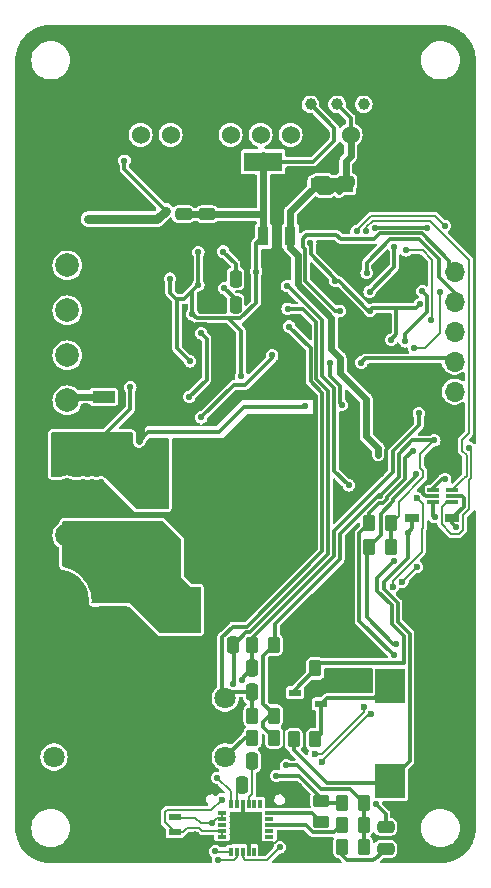
<source format=gbr>
%TF.GenerationSoftware,KiCad,Pcbnew,7.0.8*%
%TF.CreationDate,2023-10-25T09:11:50+02:00*%
%TF.ProjectId,AxxSolder,41787853-6f6c-4646-9572-2e6b69636164,rev?*%
%TF.SameCoordinates,Original*%
%TF.FileFunction,Copper,L1,Top*%
%TF.FilePolarity,Positive*%
%FSLAX46Y46*%
G04 Gerber Fmt 4.6, Leading zero omitted, Abs format (unit mm)*
G04 Created by KiCad (PCBNEW 7.0.8) date 2023-10-25 09:11:50*
%MOMM*%
%LPD*%
G01*
G04 APERTURE LIST*
G04 Aperture macros list*
%AMRoundRect*
0 Rectangle with rounded corners*
0 $1 Rounding radius*
0 $2 $3 $4 $5 $6 $7 $8 $9 X,Y pos of 4 corners*
0 Add a 4 corners polygon primitive as box body*
4,1,4,$2,$3,$4,$5,$6,$7,$8,$9,$2,$3,0*
0 Add four circle primitives for the rounded corners*
1,1,$1+$1,$2,$3*
1,1,$1+$1,$4,$5*
1,1,$1+$1,$6,$7*
1,1,$1+$1,$8,$9*
0 Add four rect primitives between the rounded corners*
20,1,$1+$1,$2,$3,$4,$5,0*
20,1,$1+$1,$4,$5,$6,$7,0*
20,1,$1+$1,$6,$7,$8,$9,0*
20,1,$1+$1,$8,$9,$2,$3,0*%
G04 Aperture macros list end*
%TA.AperFunction,ComponentPad*%
%ADD10C,1.800000*%
%TD*%
%TA.AperFunction,ComponentPad*%
%ADD11O,3.600000X2.900000*%
%TD*%
%TA.AperFunction,SMDPad,CuDef*%
%ADD12RoundRect,0.250000X0.250000X0.475000X-0.250000X0.475000X-0.250000X-0.475000X0.250000X-0.475000X0*%
%TD*%
%TA.AperFunction,SMDPad,CuDef*%
%ADD13RoundRect,0.250000X-0.250000X-0.475000X0.250000X-0.475000X0.250000X0.475000X-0.250000X0.475000X0*%
%TD*%
%TA.AperFunction,SMDPad,CuDef*%
%ADD14RoundRect,0.250000X0.450000X-0.262500X0.450000X0.262500X-0.450000X0.262500X-0.450000X-0.262500X0*%
%TD*%
%TA.AperFunction,SMDPad,CuDef*%
%ADD15RoundRect,0.250000X0.475000X-0.250000X0.475000X0.250000X-0.475000X0.250000X-0.475000X-0.250000X0*%
%TD*%
%TA.AperFunction,SMDPad,CuDef*%
%ADD16RoundRect,0.250000X0.262500X0.450000X-0.262500X0.450000X-0.262500X-0.450000X0.262500X-0.450000X0*%
%TD*%
%TA.AperFunction,SMDPad,CuDef*%
%ADD17R,1.050000X0.500000*%
%TD*%
%TA.AperFunction,SMDPad,CuDef*%
%ADD18R,1.050000X0.600000*%
%TD*%
%TA.AperFunction,SMDPad,CuDef*%
%ADD19RoundRect,0.250000X-0.262500X-0.450000X0.262500X-0.450000X0.262500X0.450000X-0.262500X0.450000X0*%
%TD*%
%TA.AperFunction,SMDPad,CuDef*%
%ADD20R,2.500000X3.000000*%
%TD*%
%TA.AperFunction,SMDPad,CuDef*%
%ADD21RoundRect,0.250000X-0.475000X0.250000X-0.475000X-0.250000X0.475000X-0.250000X0.475000X0.250000X0*%
%TD*%
%TA.AperFunction,SMDPad,CuDef*%
%ADD22R,1.930000X1.000000*%
%TD*%
%TA.AperFunction,ComponentPad*%
%ADD23C,1.000000*%
%TD*%
%TA.AperFunction,SMDPad,CuDef*%
%ADD24R,1.200000X0.750000*%
%TD*%
%TA.AperFunction,SMDPad,CuDef*%
%ADD25R,0.950000X1.650000*%
%TD*%
%TA.AperFunction,SMDPad,CuDef*%
%ADD26R,3.250000X1.650000*%
%TD*%
%TA.AperFunction,SMDPad,CuDef*%
%ADD27R,2.150000X2.200000*%
%TD*%
%TA.AperFunction,ComponentPad*%
%ADD28C,1.524000*%
%TD*%
%TA.AperFunction,ComponentPad*%
%ADD29C,5.400000*%
%TD*%
%TA.AperFunction,SMDPad,CuDef*%
%ADD30R,0.990000X0.300000*%
%TD*%
%TA.AperFunction,SMDPad,CuDef*%
%ADD31R,0.800000X0.300000*%
%TD*%
%TA.AperFunction,SMDPad,CuDef*%
%ADD32R,0.300000X0.800000*%
%TD*%
%TA.AperFunction,SMDPad,CuDef*%
%ADD33R,2.800000X2.800000*%
%TD*%
%TA.AperFunction,ComponentPad*%
%ADD34C,2.000000*%
%TD*%
%TA.AperFunction,ComponentPad*%
%ADD35O,2.800000X1.400000*%
%TD*%
%TA.AperFunction,ComponentPad*%
%ADD36R,1.700000X1.700000*%
%TD*%
%TA.AperFunction,ComponentPad*%
%ADD37O,1.700000X1.700000*%
%TD*%
%TA.AperFunction,ComponentPad*%
%ADD38O,1.050000X2.100000*%
%TD*%
%TA.AperFunction,ComponentPad*%
%ADD39O,1.000000X2.000000*%
%TD*%
%TA.AperFunction,ViaPad*%
%ADD40C,0.550000*%
%TD*%
%TA.AperFunction,ViaPad*%
%ADD41C,0.600000*%
%TD*%
%TA.AperFunction,Conductor*%
%ADD42C,0.300000*%
%TD*%
%TA.AperFunction,Conductor*%
%ADD43C,0.200000*%
%TD*%
%TA.AperFunction,Conductor*%
%ADD44C,0.600000*%
%TD*%
%TA.AperFunction,Conductor*%
%ADD45C,0.800000*%
%TD*%
G04 APERTURE END LIST*
D10*
%TO.P,U1,1,1*%
%TO.N,/ENC_Button*%
X100275000Y-109000000D03*
%TO.P,U1,2,2*%
%TO.N,GND*%
X100275000Y-104000000D03*
%TO.P,U1,3,3*%
%TO.N,/ENC_B*%
X114775000Y-109000000D03*
D11*
%TO.P,U1,4,4*%
%TO.N,GND*%
X107275000Y-112200000D03*
D10*
X114775000Y-106500000D03*
D11*
X107275000Y-100800000D03*
D10*
%TO.P,U1,5,5*%
%TO.N,/ENC_A*%
X114775000Y-104000000D03*
%TD*%
D12*
%TO.P,C9,1*%
%TO.N,/ENC_B*%
X115450000Y-99500000D03*
%TO.P,C9,2*%
%TO.N,GND*%
X113550000Y-99500000D03*
%TD*%
D13*
%TO.P,C10,1*%
%TO.N,/ENC_A*%
X117050000Y-103500000D03*
%TO.P,C10,2*%
%TO.N,GND*%
X118950000Y-103500000D03*
%TD*%
D14*
%TO.P,R31,1*%
%TO.N,Net-(IC7-VBUS_VS_DISCH)*%
X122900000Y-114512500D03*
%TO.P,R31,2*%
%TO.N,/VBUS*%
X122900000Y-112687500D03*
%TD*%
D15*
%TO.P,C13,1*%
%TO.N,GND*%
X123000000Y-62200000D03*
%TO.P,C13,2*%
%TO.N,+5V*%
X123000000Y-60300000D03*
%TD*%
D16*
%TO.P,R33,1*%
%TO.N,/USB_PD_GATE*%
X126512500Y-112900000D03*
%TO.P,R33,2*%
%TO.N,/VBUS*%
X124687500Y-112900000D03*
%TD*%
D17*
%TO.P,D10,1,CATHODE_1*%
%TO.N,Net-(D10-CATHODE_1)*%
X110500000Y-115350000D03*
%TO.P,D10,2,CATHODE_2*%
%TO.N,Net-(D10-CATHODE_2)*%
X110500000Y-114050000D03*
%TO.P,D10,3,ANODE*%
%TO.N,GND*%
X108400000Y-114700000D03*
%TD*%
D16*
%TO.P,R12,1*%
%TO.N,+3.3V*%
X118912500Y-99500000D03*
%TO.P,R12,2*%
%TO.N,/ENC_Button*%
X117087500Y-99500000D03*
%TD*%
D15*
%TO.P,C6,1*%
%TO.N,GND*%
X125000000Y-62200000D03*
%TO.P,C6,2*%
%TO.N,+5V*%
X125000000Y-60300000D03*
%TD*%
D12*
%TO.P,C29,1*%
%TO.N,/Stand_inp*%
X115650000Y-68500000D03*
%TO.P,C29,2*%
%TO.N,GND*%
X113750000Y-68500000D03*
%TD*%
D18*
%TO.P,Q2,1*%
%TO.N,Net-(Q2-Pad1)*%
X120700000Y-103550000D03*
%TO.P,Q2,2*%
%TO.N,GND*%
X120700000Y-105450000D03*
%TO.P,Q2,3*%
%TO.N,Net-(LS1--)*%
X122900000Y-104500000D03*
%TD*%
D13*
%TO.P,C20,1*%
%TO.N,Net-(IC7-VREG_2V7)*%
X116200000Y-111400000D03*
%TO.P,C20,2*%
%TO.N,GND*%
X118100000Y-111400000D03*
%TD*%
D16*
%TO.P,R16,1*%
%TO.N,Net-(Q2-Pad1)*%
X122412500Y-101500000D03*
%TO.P,R16,2*%
%TO.N,GND*%
X120587500Y-101500000D03*
%TD*%
D19*
%TO.P,R11,1*%
%TO.N,/ENC_B*%
X117087500Y-107350000D03*
%TO.P,R11,2*%
%TO.N,+3.3V*%
X118912500Y-107350000D03*
%TD*%
D20*
%TO.P,LS1,1,-*%
%TO.N,Net-(LS1--)*%
X128750000Y-103000000D03*
%TO.P,LS1,2,+*%
%TO.N,+5V*%
X128750000Y-111000000D03*
%TD*%
D19*
%TO.P,R17,1*%
%TO.N,+5V*%
X120587500Y-107500000D03*
%TO.P,R17,2*%
%TO.N,Net-(LS1--)*%
X122412500Y-107500000D03*
%TD*%
D21*
%TO.P,C19,1*%
%TO.N,+3.3V*%
X111250000Y-63050000D03*
%TO.P,C19,2*%
%TO.N,GND*%
X111250000Y-64950000D03*
%TD*%
D22*
%TO.P,D7,1*%
%TO.N,/RED*%
X104500000Y-82900000D03*
%TO.P,D7,2*%
%TO.N,/BLUE*%
X104500000Y-78500000D03*
%TD*%
D23*
%TO.P,TP3,1,1*%
%TO.N,GND*%
X119750000Y-53750000D03*
%TD*%
D24*
%TO.P,D11,1*%
%TO.N,+5V*%
X130600000Y-88800000D03*
%TO.P,D11,2*%
%TO.N,/V_BUS*%
X134000000Y-88800000D03*
%TD*%
D16*
%TO.P,R34,1*%
%TO.N,/USB_PD_GATE*%
X126512500Y-116600000D03*
%TO.P,R34,2*%
%TO.N,Net-(C31-Pad1)*%
X124687500Y-116600000D03*
%TD*%
D25*
%TO.P,PS1,1,ADJ/GND*%
%TO.N,GND*%
X115700000Y-64900000D03*
%TO.P,PS1,2,VOUT_1*%
%TO.N,+3.3V*%
X118000000Y-64900000D03*
%TO.P,PS1,3,VIN*%
%TO.N,+5V*%
X120300000Y-64900000D03*
D26*
%TO.P,PS1,4,VOUT_2*%
%TO.N,+3.3V*%
X118000000Y-58600000D03*
%TD*%
D21*
%TO.P,C22,1*%
%TO.N,+3.3V*%
X113250000Y-63050000D03*
%TO.P,C22,2*%
%TO.N,GND*%
X113250000Y-64950000D03*
%TD*%
D27*
%TO.P,D9,1*%
%TO.N,GND*%
X105300000Y-97300000D03*
%TO.P,D9,2*%
%TO.N,/VDD_IN*%
X105300000Y-92900000D03*
%TD*%
D16*
%TO.P,R13,1*%
%TO.N,+3.3V*%
X118912500Y-105500000D03*
%TO.P,R13,2*%
%TO.N,/ENC_A*%
X117087500Y-105500000D03*
%TD*%
D28*
%TO.P,D4,1,VCC*%
%TO.N,+5V*%
X125390000Y-56320000D03*
D29*
%TO.P,D4,2,GND*%
%TO.N,GND*%
X132500000Y-95820000D03*
X132500000Y-56320000D03*
D28*
X122850000Y-56320000D03*
D29*
X100500000Y-95820000D03*
X100500000Y-56320000D03*
D28*
%TO.P,D4,3,NC*%
%TO.N,unconnected-(D4-NC-Pad3)*%
X120310000Y-56320000D03*
%TO.P,D4,4,DIN*%
%TO.N,/SPI_MOSI*%
X117770000Y-56320000D03*
%TO.P,D4,5,CLK*%
%TO.N,/SPI_SCK*%
X115230000Y-56320000D03*
%TO.P,D4,6,CS*%
%TO.N,GND*%
X112690000Y-56320000D03*
%TO.P,D4,7,DC*%
%TO.N,/SPI_DC*%
X110150000Y-56320000D03*
%TO.P,D4,8,RST*%
%TO.N,/SPI_RST*%
X107610000Y-56320000D03*
%TD*%
D13*
%TO.P,C30,1*%
%TO.N,Net-(IC7-VREG_1V2)*%
X117050000Y-109350000D03*
%TO.P,C30,2*%
%TO.N,GND*%
X118950000Y-109350000D03*
%TD*%
D19*
%TO.P,R32,1*%
%TO.N,Net-(IC7-VBUS_EN_SNK)*%
X124687500Y-114750000D03*
%TO.P,R32,2*%
%TO.N,/USB_PD_GATE*%
X126512500Y-114750000D03*
%TD*%
D13*
%TO.P,C8,1*%
%TO.N,/ENC_Button*%
X117050000Y-101500000D03*
%TO.P,C8,2*%
%TO.N,GND*%
X118950000Y-101500000D03*
%TD*%
D15*
%TO.P,C31,1*%
%TO.N,Net-(C31-Pad1)*%
X128350000Y-116800000D03*
%TO.P,C31,2*%
%TO.N,VDD*%
X128350000Y-114900000D03*
%TD*%
D19*
%TO.P,R30,1*%
%TO.N,/SDA*%
X126987500Y-91200000D03*
%TO.P,R30,2*%
%TO.N,+3.3V*%
X128812500Y-91200000D03*
%TD*%
D12*
%TO.P,C28,1*%
%TO.N,/Handle_inp*%
X115650000Y-70700000D03*
%TO.P,C28,2*%
%TO.N,GND*%
X113750000Y-70700000D03*
%TD*%
D30*
%TO.P,IC8,1,I/O1_1*%
%TO.N,/USB_DP*%
X132395000Y-86400000D03*
%TO.P,IC8,2,GND*%
%TO.N,GND*%
X132395000Y-86900000D03*
%TO.P,IC8,3,I/O2_1*%
%TO.N,/USB_DN*%
X132395000Y-87400000D03*
%TO.P,IC8,4,I/O2_2*%
%TO.N,/USB_D-*%
X134005000Y-87400000D03*
%TO.P,IC8,5,VBUS*%
%TO.N,/V_BUS*%
X134005000Y-86900000D03*
%TO.P,IC8,6,I/O1_2*%
%TO.N,/USB_D+*%
X134005000Y-86400000D03*
%TD*%
D19*
%TO.P,R27,1*%
%TO.N,/SCL*%
X126987500Y-89200000D03*
%TO.P,R27,2*%
%TO.N,+3.3V*%
X128812500Y-89200000D03*
%TD*%
D31*
%TO.P,IC7,1,CC1DB*%
%TO.N,Net-(D10-CATHODE_2)*%
X114500000Y-113750000D03*
%TO.P,IC7,2,CC1*%
X114500000Y-114250000D03*
%TO.P,IC7,3,NC*%
%TO.N,unconnected-(IC7-NC-Pad3)*%
X114500000Y-114750000D03*
%TO.P,IC7,4,CC2*%
%TO.N,Net-(D10-CATHODE_1)*%
X114500000Y-115250000D03*
%TO.P,IC7,5,CC2DB*%
X114500000Y-115750000D03*
%TO.P,IC7,6,RESET*%
%TO.N,GND*%
X114500000Y-116250000D03*
D32*
%TO.P,IC7,7,SCL*%
%TO.N,/SCL*%
X115250000Y-117000000D03*
%TO.P,IC7,8,SDA*%
%TO.N,/SDA*%
X115750000Y-117000000D03*
%TO.P,IC7,9,DISCH*%
%TO.N,Net-(IC7-DISCH)*%
X116250000Y-117000000D03*
%TO.P,IC7,10,GND*%
%TO.N,GND*%
X116750000Y-117000000D03*
%TO.P,IC7,11,ATTACH*%
%TO.N,unconnected-(IC7-ATTACH-Pad11)*%
X117250000Y-117000000D03*
%TO.P,IC7,12,ADDR0*%
%TO.N,GND*%
X117750000Y-117000000D03*
D31*
%TO.P,IC7,13,ADDR1*%
X118500000Y-116250000D03*
%TO.P,IC7,14,POWER_OK3*%
%TO.N,unconnected-(IC7-POWER_OK3-Pad14)*%
X118500000Y-115750000D03*
%TO.P,IC7,15,GPIO*%
%TO.N,unconnected-(IC7-GPIO-Pad15)*%
X118500000Y-115250000D03*
%TO.P,IC7,16,VBUS_EN_SNK*%
%TO.N,Net-(IC7-VBUS_EN_SNK)*%
X118500000Y-114750000D03*
%TO.P,IC7,17,A_B_SIDE*%
%TO.N,unconnected-(IC7-A_B_SIDE-Pad17)*%
X118500000Y-114250000D03*
%TO.P,IC7,18,VBUS_VS_DISCH*%
%TO.N,Net-(IC7-VBUS_VS_DISCH)*%
X118500000Y-113750000D03*
D32*
%TO.P,IC7,19,ALERT*%
%TO.N,unconnected-(IC7-ALERT-Pad19)*%
X117750000Y-113000000D03*
%TO.P,IC7,20,POWER_OK2*%
%TO.N,unconnected-(IC7-POWER_OK2-Pad20)*%
X117250000Y-113000000D03*
%TO.P,IC7,21,VREG_1V2*%
%TO.N,Net-(IC7-VREG_1V2)*%
X116750000Y-113000000D03*
%TO.P,IC7,22,VSYS*%
%TO.N,GND*%
X116250000Y-113000000D03*
%TO.P,IC7,23,VREG_2V7*%
%TO.N,Net-(IC7-VREG_2V7)*%
X115750000Y-113000000D03*
%TO.P,IC7,24,VDD*%
%TO.N,/VBUS*%
X115250000Y-113000000D03*
D33*
%TO.P,IC7,25,EP*%
%TO.N,GND*%
X116500000Y-115000000D03*
%TD*%
D34*
%TO.P,J1,1,Pin_1*%
%TO.N,/Stand_sense*%
X101400000Y-67370000D03*
%TO.P,J1,2,Pin_2*%
%TO.N,/Handle_sense*%
X101400000Y-71180000D03*
%TO.P,J1,3,Pin_3*%
%TO.N,/GREEN*%
X101400000Y-74990000D03*
%TO.P,J1,4,Pin_4*%
%TO.N,/BLUE*%
X101400000Y-78800000D03*
%TO.P,J1,5,Pin_5*%
%TO.N,/RED*%
X101400000Y-82610000D03*
%TO.P,J1,6,Pin_6*%
%TO.N,GND*%
X101400000Y-86420000D03*
%TO.P,J1,7,Pin_7*%
%TO.N,/VDD_IN*%
X101400000Y-90230000D03*
%TD*%
D35*
%TO.P,J2,6,Shield*%
%TO.N,GND*%
X133100000Y-91250000D03*
X133100000Y-84100000D03*
%TD*%
D23*
%TO.P,TP9,1,1*%
%TO.N,+3.3V*%
X122000000Y-53750000D03*
%TD*%
D36*
%TO.P,J6,1,Pin_1*%
%TO.N,GND*%
X134200000Y-80600000D03*
D37*
%TO.P,J6,2,Pin_2*%
%TO.N,+3.3V*%
X134200000Y-78060000D03*
%TO.P,J6,3,Pin_3*%
%TO.N,/NRST*%
X134200000Y-75520000D03*
%TO.P,J6,4,Pin_4*%
%TO.N,/SWCLK*%
X134200000Y-72980000D03*
%TO.P,J6,5,Pin_5*%
%TO.N,/SWDIO*%
X134200000Y-70440000D03*
%TO.P,J6,6,Pin_6*%
%TO.N,/MCU_TX*%
X134200000Y-67900000D03*
%TD*%
D38*
%TO.P,J5,S1,SHELL_GND*%
%TO.N,GND*%
X120820000Y-112120000D03*
D39*
%TO.P,J5,S2,SHELL_GND*%
X120820000Y-116300000D03*
%TO.P,J5,S3,SHELL_GND*%
X112180000Y-116300000D03*
D38*
%TO.P,J5,S4,SHELL_GND*%
X112180000Y-112120000D03*
%TD*%
D23*
%TO.P,TP7,1,1*%
%TO.N,+5V*%
X124250000Y-53750000D03*
%TD*%
%TO.P,TP8,1,1*%
%TO.N,VDD*%
X126500000Y-53750000D03*
%TD*%
D40*
%TO.N,GND*%
X109849808Y-100000000D03*
X111349808Y-100000000D03*
X110599808Y-100000000D03*
X104900000Y-112200000D03*
X104900000Y-111450000D03*
X104900000Y-112950000D03*
D41*
X127900000Y-100300000D03*
X125300000Y-92900000D03*
%TO.N,/USB_DN*%
X130998911Y-92898911D03*
X129748911Y-94148911D03*
%TO.N,/USB_DP*%
X131033530Y-87088815D03*
X128955011Y-94594989D03*
%TO.N,Net-(J5-DP1)*%
X122949500Y-109450000D03*
X127093136Y-105337127D03*
%TO.N,Net-(J5-DN1)*%
X126501315Y-104799585D03*
X122350000Y-108750000D03*
D40*
%TO.N,+3.3V*%
X128829977Y-73670023D03*
X112500000Y-66250000D03*
X110100500Y-68500500D03*
X117400000Y-67900000D03*
X132476116Y-82191802D03*
X127031864Y-71206744D03*
X116126283Y-76755668D03*
X127883531Y-86883531D03*
X132476116Y-82191802D03*
X112000000Y-71500000D03*
X112505338Y-69009913D03*
X111799502Y-75500000D03*
X124104278Y-68699500D03*
X121988000Y-65512000D03*
X131250500Y-70662221D03*
%TO.N,/ENC_B*%
X120057030Y-71050500D03*
X115443373Y-102797596D03*
%TO.N,/ENC_A*%
X120198132Y-72552878D03*
%TO.N,/ENC_Button*%
X130000000Y-73800000D03*
X131472016Y-69572016D03*
X116182911Y-102452061D03*
X131175500Y-79867264D03*
%TO.N,/SWCLK*%
X131856271Y-64174998D03*
X127500000Y-64174998D03*
%TO.N,/SWDIO*%
X126750000Y-68000000D03*
%TO.N,+5V*%
X123600000Y-61100000D03*
X124400000Y-61100000D03*
X130250000Y-90000000D03*
X122800000Y-61100000D03*
X127725000Y-83391970D03*
X122000000Y-61100000D03*
%TO.N,/RED*%
X109500000Y-87500000D03*
X108000000Y-86750000D03*
X109500000Y-86000000D03*
X108750000Y-86750000D03*
X108750000Y-86000000D03*
X108750000Y-87500000D03*
X108000000Y-86000000D03*
X109500000Y-86750000D03*
X107250000Y-86750000D03*
X106750000Y-77699500D03*
X107250000Y-86000000D03*
X107250000Y-87500000D03*
X108000000Y-87500000D03*
%TO.N,Net-(Q2-Pad1)*%
X129051597Y-92418420D03*
%TO.N,/BLUE*%
X112750000Y-80250000D03*
X118750000Y-75000000D03*
%TO.N,/Stand_inp*%
X114600000Y-66200000D03*
%TO.N,/Handle_inp*%
X114700218Y-69300000D03*
%TO.N,/Busvoltage*%
X119989481Y-69120473D03*
X125250000Y-86000000D03*
%TO.N,Net-(D6-common)*%
X111750000Y-78500000D03*
X112749501Y-73117550D03*
%TO.N,/SPI_DC*%
X127000000Y-69600000D03*
X129109016Y-65824498D03*
%TO.N,/MCU_TX*%
X124499500Y-71230091D03*
%TO.N,/Buzzer*%
X130800500Y-74400000D03*
X132975000Y-69600000D03*
%TO.N,GND*%
X110950498Y-69474502D03*
X129200000Y-61000000D03*
X120500000Y-87750000D03*
X110550000Y-112200000D03*
X107500000Y-82250000D03*
X103250000Y-100000000D03*
X97900000Y-75875000D03*
X103400000Y-112200000D03*
X130675000Y-79200000D03*
X119000000Y-87750000D03*
X119601475Y-68198314D03*
X109850000Y-72125000D03*
X104150000Y-111450000D03*
X128000000Y-85000000D03*
X104000000Y-100000000D03*
X104150000Y-112950000D03*
X109849808Y-101484302D03*
X103250000Y-101500000D03*
X119500000Y-87750000D03*
X97900000Y-85250000D03*
X97900000Y-69625000D03*
X110550000Y-111450000D03*
X120250000Y-84000000D03*
X121597889Y-63026633D03*
X104750000Y-100000000D03*
X118500000Y-87750000D03*
X103500000Y-87250000D03*
X114400000Y-73300000D03*
X125700000Y-71100000D03*
X108000000Y-77699500D03*
X120700000Y-99420497D03*
X120700000Y-100100000D03*
X117200000Y-80600500D03*
X109800000Y-112200000D03*
X110599808Y-101484302D03*
X119950000Y-99420497D03*
X112750000Y-79000000D03*
X103400000Y-112950000D03*
X118050000Y-72550000D03*
X120250000Y-81250000D03*
X118000000Y-87750000D03*
X126800000Y-68800000D03*
X102750000Y-87250000D03*
X121526273Y-79286227D03*
X102750000Y-86500000D03*
X120000000Y-87750000D03*
X115750000Y-66000000D03*
X121200000Y-106000000D03*
X111349808Y-101484302D03*
X109800000Y-111450000D03*
X104000000Y-100750000D03*
X118779727Y-66749500D03*
X125600000Y-68400000D03*
X97900000Y-82125000D03*
X103500000Y-86500000D03*
X103250000Y-100750000D03*
X120250000Y-82500000D03*
X119950000Y-100101670D03*
X102750000Y-85750000D03*
X115350500Y-73332591D03*
X119225498Y-64750500D03*
X97900000Y-72750000D03*
X104750000Y-100750000D03*
X129900000Y-77062500D03*
X103400000Y-111450000D03*
X111000000Y-59839945D03*
X109849808Y-100734302D03*
X128650000Y-72550000D03*
X128000000Y-81400000D03*
X117500000Y-87750000D03*
X121000000Y-87750000D03*
X109900000Y-74974500D03*
X104150000Y-112200000D03*
X130562500Y-77062500D03*
X114500000Y-83000000D03*
X128575385Y-81982539D03*
X104250000Y-85750000D03*
X115700000Y-81400000D03*
X119750000Y-75000000D03*
X104750000Y-101500000D03*
X104250000Y-87250000D03*
X105000000Y-87250000D03*
X111349808Y-100734302D03*
X103500000Y-85750000D03*
X97900000Y-79000000D03*
X97900000Y-66500000D03*
X104250000Y-86500000D03*
X110599808Y-100734302D03*
X119700000Y-111545000D03*
X104000000Y-101500000D03*
%TO.N,VDD*%
X109750000Y-62750000D03*
X106250000Y-58499500D03*
X127508544Y-112983642D03*
X103150000Y-63500000D03*
%TO.N,/Heater_1*%
X124649500Y-79200000D03*
X123649500Y-75649608D03*
%TO.N,/NRST*%
X126300000Y-75600000D03*
%TO.N,/USB_D-*%
X125900000Y-64500000D03*
X135399500Y-82800000D03*
X133371134Y-64028866D03*
%TO.N,/USB_D+*%
X126700000Y-64500000D03*
%TO.N,/VBUS*%
X114100000Y-110762892D03*
X119117564Y-110588711D03*
D41*
%TO.N,Net-(D10-CATHODE_1)*%
X114473221Y-112623221D03*
D40*
%TO.N,Net-(D10-CATHODE_2)*%
X113625500Y-114601232D03*
%TO.N,/SCL*%
X130699500Y-83049179D03*
X130100000Y-66100000D03*
X132203234Y-72021766D03*
X129075500Y-100400000D03*
X113947915Y-116994162D03*
%TO.N,/SDA*%
X129275500Y-99400000D03*
X130949500Y-85046862D03*
X114200000Y-117700000D03*
%TO.N,Net-(IC7-DISCH)*%
X119390957Y-116645773D03*
%TO.N,/USB_PD_GATE*%
X119924500Y-109700000D03*
%TO.N,/V_BUS*%
X134300000Y-89500000D03*
%TO.N,/USB_DP*%
X133400000Y-85500000D03*
%TO.N,/USB_DN*%
X132525500Y-88695269D03*
%TD*%
D42*
%TO.N,VDD*%
X128350000Y-113825098D02*
X128350000Y-114900000D01*
X127508544Y-112983642D02*
X128350000Y-113825098D01*
D43*
%TO.N,Net-(J5-DP1)*%
X122949500Y-109316186D02*
X126928559Y-105337127D01*
X126928559Y-105337127D02*
X127093136Y-105337127D01*
X122949500Y-109450000D02*
X122949500Y-109316186D01*
%TO.N,GND*%
X105300000Y-98825000D02*
X107275000Y-100800000D01*
X105300000Y-97300000D02*
X105300000Y-98825000D01*
X120700000Y-105450000D02*
X119725000Y-106425000D01*
X119725000Y-106425000D02*
X119725000Y-108575000D01*
X119725000Y-108575000D02*
X118950000Y-109350000D01*
X120700000Y-101387500D02*
X120587500Y-101500000D01*
X120700000Y-100100000D02*
X120700000Y-101387500D01*
X120700000Y-105500000D02*
X121200000Y-106000000D01*
X120700000Y-105450000D02*
X120700000Y-105500000D01*
X112975000Y-106500000D02*
X107275000Y-100800000D01*
X114775000Y-106500000D02*
X112975000Y-106500000D01*
D42*
%TO.N,/SDA*%
X126750000Y-97152564D02*
X126750000Y-91437500D01*
X128997436Y-99400000D02*
X126750000Y-97152564D01*
X126750000Y-91437500D02*
X126987500Y-91200000D01*
X129275500Y-99400000D02*
X128997436Y-99400000D01*
D43*
%TO.N,GND*%
X114500000Y-116250000D02*
X112230000Y-116250000D01*
X112180000Y-116300000D02*
X110000000Y-116300000D01*
X110000000Y-116300000D02*
X108400000Y-114700000D01*
%TO.N,Net-(D10-CATHODE_1)*%
X112792838Y-115250000D02*
X114500000Y-115250000D01*
X111557270Y-114992730D02*
X112535568Y-114992730D01*
X112535568Y-114992730D02*
X112792838Y-115250000D01*
X111200000Y-115350000D02*
X111557270Y-114992730D01*
X110500000Y-115350000D02*
X111200000Y-115350000D01*
X109675000Y-114525000D02*
X110500000Y-115350000D01*
X109675000Y-113675736D02*
X109675000Y-114525000D01*
X109858821Y-113491915D02*
X109675000Y-113675736D01*
X113604527Y-113491915D02*
X109858821Y-113491915D01*
X114473221Y-112623221D02*
X113604527Y-113491915D01*
D42*
%TO.N,Net-(Q2-Pad1)*%
X122862500Y-101050000D02*
X122412500Y-101500000D01*
X129900000Y-101050000D02*
X122862500Y-101050000D01*
X128875500Y-97738714D02*
X129900000Y-98763214D01*
X128875500Y-96141116D02*
X128875500Y-97738714D01*
X127650000Y-94915616D02*
X128875500Y-96141116D01*
X129900000Y-98763214D02*
X129900000Y-101050000D01*
X127650000Y-93820017D02*
X127650000Y-94915616D01*
X129051597Y-92418420D02*
X127650000Y-93820017D01*
%TO.N,+5V*%
X130400000Y-109350000D02*
X128750000Y-111000000D01*
X129375500Y-95934010D02*
X129375500Y-97531607D01*
X130400000Y-98550000D02*
X130400000Y-109350000D01*
X128200000Y-94758510D02*
X129375500Y-95934010D01*
X129381607Y-97531607D02*
X130400000Y-98550000D01*
X130250000Y-92163604D02*
X128200000Y-94213604D01*
X128200000Y-94213604D02*
X128200000Y-94758510D01*
X130250000Y-90000000D02*
X130250000Y-92163604D01*
X129375500Y-97531607D02*
X129381607Y-97531607D01*
%TO.N,+3.3V*%
X128812500Y-91200000D02*
X128812500Y-89200000D01*
%TO.N,/SCL*%
X126125000Y-97475000D02*
X126125000Y-90062500D01*
X129050000Y-100400000D02*
X126125000Y-97475000D01*
X129075500Y-100400000D02*
X129050000Y-100400000D01*
X126125000Y-90062500D02*
X126987500Y-89200000D01*
D43*
%TO.N,/USB_DN*%
X129748911Y-94148911D02*
X130998911Y-92898911D01*
%TO.N,/USB_DP*%
X131500000Y-89600000D02*
X131500000Y-87555285D01*
X131500000Y-87555285D02*
X131033530Y-87088815D01*
X131400000Y-89700000D02*
X131500000Y-89600000D01*
X128955011Y-94594989D02*
X128955011Y-94094989D01*
X128955011Y-94094989D02*
X131400000Y-91650000D01*
X131400000Y-91650000D02*
X131400000Y-89700000D01*
D42*
%TO.N,/USB_DN*%
X132525500Y-88695269D02*
X132395000Y-88564769D01*
X132395000Y-88564769D02*
X132395000Y-87400000D01*
D43*
%TO.N,Net-(J5-DN1)*%
X126501315Y-105198685D02*
X126501315Y-104799585D01*
X122950000Y-108750000D02*
X126501315Y-105198685D01*
X122350000Y-108750000D02*
X122950000Y-108750000D01*
%TO.N,/USB_D-*%
X135609828Y-83010328D02*
X135399500Y-82800000D01*
X135609828Y-85355857D02*
X135609828Y-83010328D01*
X135450000Y-85515685D02*
X135609828Y-85355857D01*
X135450000Y-87986396D02*
X135450000Y-85515685D01*
X134900000Y-89748529D02*
X134900000Y-88536396D01*
X134548529Y-90100000D02*
X134900000Y-89748529D01*
X133900736Y-90100000D02*
X134548529Y-90100000D01*
X133100000Y-89299264D02*
X133900736Y-90100000D01*
X133100000Y-87834976D02*
X133100000Y-89299264D01*
X134900000Y-88536396D02*
X135450000Y-87986396D01*
X133534976Y-87400000D02*
X133100000Y-87834976D01*
%TO.N,/SCL*%
X113953753Y-117000000D02*
X113947915Y-116994162D01*
X115250000Y-117000000D02*
X113953753Y-117000000D01*
%TO.N,Net-(D10-CATHODE_2)*%
X113648768Y-114601232D02*
X114067286Y-114182714D01*
X113625500Y-114601232D02*
X113648768Y-114601232D01*
D42*
%TO.N,+3.3V*%
X112000000Y-71500000D02*
X112000000Y-69515251D01*
X129275000Y-71075000D02*
X129350000Y-71000000D01*
X117400000Y-70523530D02*
X117400000Y-67900000D01*
X132476116Y-82191802D02*
X130622411Y-82191802D01*
X112500000Y-66250000D02*
X112500000Y-69004575D01*
X115158411Y-71958411D02*
X116100000Y-72900000D01*
X119000000Y-97707106D02*
X119000000Y-99412500D01*
D43*
X131300000Y-84548833D02*
X131549500Y-84798333D01*
X129458531Y-88553969D02*
X128812500Y-89200000D01*
X131300000Y-83367918D02*
X131300000Y-84548833D01*
D42*
X119000000Y-99412500D02*
X118912500Y-99500000D01*
X112367550Y-71867550D02*
X112000000Y-71500000D01*
X110639837Y-70224502D02*
X111025498Y-70224502D01*
D44*
X111250000Y-63050000D02*
X113250000Y-63050000D01*
D42*
X130622411Y-82191802D02*
X129500000Y-83314213D01*
X128829977Y-73670023D02*
X129275000Y-73225000D01*
X124399500Y-68699500D02*
X124104278Y-68699500D01*
D43*
X131549500Y-84798333D02*
X131549500Y-85295391D01*
D42*
X127707459Y-86883531D02*
X124500000Y-90090990D01*
X110699500Y-70300500D02*
X110775498Y-70224502D01*
X130912721Y-71000000D02*
X129900000Y-71000000D01*
X118000000Y-106437500D02*
X118000000Y-106000000D01*
X118912500Y-105388533D02*
X118000000Y-104476033D01*
D43*
X132476116Y-82191802D02*
X131300000Y-83367918D01*
D42*
X129275000Y-73225000D02*
X129275000Y-71075000D01*
X118912500Y-105500000D02*
X118912500Y-105388533D01*
X122050000Y-65574000D02*
X122050000Y-66450000D01*
X118000000Y-104476033D02*
X118000000Y-100412500D01*
X129350000Y-71000000D02*
X129900000Y-71000000D01*
X122217915Y-58600000D02*
X118000000Y-58600000D01*
X111275498Y-70224502D02*
X111025498Y-70224502D01*
X124104278Y-68504278D02*
X124104278Y-68699500D01*
X128829977Y-73670023D02*
X128829977Y-73570023D01*
X127238608Y-71000000D02*
X129900000Y-71000000D01*
X110100500Y-68500500D02*
X110100500Y-69685165D01*
X124000000Y-56817915D02*
X122217915Y-58600000D01*
D43*
X131549500Y-85295391D02*
X129458531Y-87386360D01*
D42*
X127031864Y-71206744D02*
X126906744Y-71206744D01*
X115158411Y-71958411D02*
X115067550Y-71867550D01*
X116055980Y-71867550D02*
X117400000Y-70523530D01*
X124000000Y-55750000D02*
X124000000Y-56817915D01*
X117400000Y-67900000D02*
X117400000Y-65500000D01*
X111799502Y-75500000D02*
X110699500Y-74399998D01*
X115067550Y-71867550D02*
X112367550Y-71867550D01*
D44*
X118000000Y-58000000D02*
X118000000Y-64900000D01*
D42*
X118000000Y-106000000D02*
X118500000Y-105500000D01*
X116100000Y-76729385D02*
X116126283Y-76755668D01*
X118912500Y-107350000D02*
X118000000Y-106437500D01*
D44*
X113250000Y-63050000D02*
X118000000Y-63050000D01*
D43*
X131250000Y-70662721D02*
X131250500Y-70662221D01*
D42*
X112500000Y-69004575D02*
X112505338Y-69009913D01*
X129500000Y-85267062D02*
X127883531Y-86883531D01*
X122000000Y-53750000D02*
X124000000Y-55750000D01*
X129500000Y-83314213D02*
X129500000Y-85267062D01*
D43*
X129458531Y-87386360D02*
X129458531Y-88553969D01*
D42*
X124500000Y-92207107D02*
X119000000Y-97707106D01*
X116100000Y-72900000D02*
X116100000Y-76729385D01*
X126906744Y-71206744D02*
X124399500Y-68699500D01*
X112000000Y-69515251D02*
X112505338Y-69009913D01*
X112490087Y-69009913D02*
X111275498Y-70224502D01*
X110100500Y-69685165D02*
X110639837Y-70224502D01*
X110699500Y-74399998D02*
X110699500Y-70300500D01*
X115067550Y-71867550D02*
X116055980Y-71867550D01*
X118500000Y-105500000D02*
X118912500Y-105500000D01*
X118000000Y-100412500D02*
X118912500Y-99500000D01*
X127031864Y-71206744D02*
X127238608Y-71000000D01*
X131250500Y-70662221D02*
X130912721Y-71000000D01*
X124500000Y-90090990D02*
X124500000Y-92207107D01*
X112505338Y-69009913D02*
X112490087Y-69009913D01*
X121988000Y-65512000D02*
X122050000Y-65574000D01*
X110775498Y-70224502D02*
X111025498Y-70224502D01*
X122050000Y-66450000D02*
X124104278Y-68504278D01*
X127883531Y-86883531D02*
X127707459Y-86883531D01*
X117400000Y-65500000D02*
X118000000Y-64900000D01*
%TO.N,/ENC_B*%
X122500000Y-76974874D02*
X122500000Y-72207106D01*
X115533411Y-99493059D02*
X116576470Y-98450000D01*
X122500000Y-72207106D02*
X121343394Y-71050500D01*
X116425000Y-107350000D02*
X114775000Y-109000000D01*
X123500000Y-77974873D02*
X122500000Y-76974874D01*
X116576470Y-98450000D02*
X116842894Y-98450000D01*
X123500000Y-91792895D02*
X123500000Y-77974873D01*
X116842894Y-98450000D02*
X123500000Y-91792895D01*
X117087500Y-107350000D02*
X116425000Y-107350000D01*
X115443373Y-102797596D02*
X115533411Y-102707558D01*
X115533411Y-102707558D02*
X115533411Y-99493059D01*
X121343394Y-71050500D02*
X120057030Y-71050500D01*
%TO.N,/ENC_A*%
X123000000Y-78200000D02*
X122000000Y-77200000D01*
X122000000Y-74354746D02*
X120198132Y-72552878D01*
X115275000Y-103500000D02*
X114775000Y-104000000D01*
X123000000Y-91585789D02*
X123000000Y-78200000D01*
X114775000Y-104000000D02*
X114500000Y-103725000D01*
X115426470Y-97950000D02*
X116635788Y-97950000D01*
X117050000Y-105462500D02*
X117087500Y-105500000D01*
X114500000Y-103725000D02*
X114500000Y-98876470D01*
X122000000Y-77200000D02*
X122000000Y-74354746D01*
X116635788Y-97950000D02*
X123000000Y-91585789D01*
X117050000Y-103500000D02*
X115275000Y-103500000D01*
X117050000Y-103500000D02*
X117050000Y-105462500D01*
X114500000Y-98876470D02*
X115426470Y-97950000D01*
%TO.N,/ENC_Button*%
X131175500Y-79867264D02*
X131175500Y-80931607D01*
X116182911Y-102452061D02*
X116182911Y-102367089D01*
X116182911Y-102367089D02*
X117050000Y-101500000D01*
X129000000Y-83107107D02*
X129000000Y-84883884D01*
X117087500Y-99500000D02*
X117087500Y-101462500D01*
X131875000Y-71332106D02*
X130000000Y-73207106D01*
X131472016Y-69572016D02*
X131875000Y-69975000D01*
X124000000Y-92000001D02*
X117087500Y-98912501D01*
X129000000Y-84883884D02*
X124000000Y-89883884D01*
X131175500Y-80931607D02*
X129000000Y-83107107D01*
X131875000Y-69975000D02*
X131875000Y-71332106D01*
X130000000Y-73207106D02*
X130000000Y-73800000D01*
X117087500Y-101462500D02*
X117050000Y-101500000D01*
X117087500Y-98912501D02*
X117087500Y-99500000D01*
X124000000Y-89883884D02*
X124000000Y-92000001D01*
%TO.N,/SWCLK*%
X131856271Y-64174998D02*
X127500000Y-64174998D01*
%TO.N,/SWDIO*%
X132900000Y-68400000D02*
X134225000Y-69725000D01*
X131210894Y-65174498D02*
X132900000Y-66863604D01*
X126750000Y-68000000D02*
X126750000Y-67150000D01*
X126750000Y-67150000D02*
X128725502Y-65174498D01*
X134225000Y-69725000D02*
X134225000Y-70440000D01*
X132900000Y-66863604D02*
X132900000Y-68400000D01*
X128725502Y-65174498D02*
X131210894Y-65174498D01*
D44*
%TO.N,+5V*%
X128750000Y-111000000D02*
X127750000Y-111000000D01*
X122000000Y-61100000D02*
X120300000Y-62800000D01*
X125390000Y-56320000D02*
X125390000Y-58110000D01*
X125390000Y-58110000D02*
X125000000Y-58500000D01*
X123750000Y-71830762D02*
X120900000Y-68980762D01*
D42*
X130600000Y-88800000D02*
X130600000Y-89650000D01*
D44*
X125000000Y-60300000D02*
X124000000Y-60300000D01*
D42*
X125390000Y-56320000D02*
X125390000Y-54890000D01*
X127750000Y-111000000D02*
X127550000Y-111200000D01*
D44*
X124000000Y-60300000D02*
X123000000Y-60300000D01*
X124000000Y-60700000D02*
X124000000Y-60300000D01*
X127725000Y-83391970D02*
X127725000Y-82845719D01*
X122000000Y-61100000D02*
X122800000Y-60300000D01*
X124400000Y-60900000D02*
X125000000Y-60300000D01*
D42*
X125390000Y-54890000D02*
X124250000Y-53750000D01*
X122900000Y-61100000D02*
X122800000Y-61000000D01*
D44*
X124500000Y-76500000D02*
X124500000Y-75235029D01*
X125000000Y-58500000D02*
X125000000Y-60300000D01*
D42*
X127550000Y-111200000D02*
X123400000Y-111200000D01*
D44*
X126700000Y-78700000D02*
X124500000Y-76500000D01*
X127725000Y-83391970D02*
X127725000Y-83075000D01*
X123600000Y-61100000D02*
X124000000Y-60700000D01*
X120900000Y-66500000D02*
X120300000Y-65900000D01*
X126700000Y-81820719D02*
X126700000Y-78700000D01*
X127725000Y-82845719D02*
X126700000Y-81820719D01*
X124400000Y-61100000D02*
X124400000Y-60900000D01*
X122800000Y-60500000D02*
X123000000Y-60300000D01*
D42*
X120587500Y-108387500D02*
X120587500Y-107500000D01*
D43*
X131087500Y-88650000D02*
X131087500Y-88512500D01*
D44*
X120900000Y-68980762D02*
X120900000Y-66500000D01*
X124500000Y-75235029D02*
X123750000Y-74485029D01*
X122800000Y-61100000D02*
X122800000Y-61000000D01*
X120300000Y-62800000D02*
X120300000Y-64900000D01*
X122800000Y-61000000D02*
X122800000Y-60500000D01*
X120300000Y-65900000D02*
X120300000Y-64900000D01*
D42*
X123400000Y-111200000D02*
X120587500Y-108387500D01*
D44*
X123600000Y-61100000D02*
X122900000Y-61100000D01*
X122800000Y-60300000D02*
X123000000Y-60300000D01*
D42*
X130600000Y-89650000D02*
X130250000Y-90000000D01*
D44*
X123750000Y-74485029D02*
X123750000Y-71830762D01*
D42*
%TO.N,/RED*%
X106750000Y-79500000D02*
X103750000Y-82500000D01*
X103750000Y-82560000D02*
X103700000Y-82610000D01*
X104500000Y-82900000D02*
X101690000Y-82900000D01*
X103700000Y-82610000D02*
X101400000Y-82610000D01*
X107440000Y-86250000D02*
X108000000Y-86250000D01*
X103750000Y-82560000D02*
X107440000Y-86250000D01*
X101690000Y-82900000D02*
X101400000Y-82610000D01*
X106750000Y-77699500D02*
X106750000Y-79500000D01*
X103750000Y-82500000D02*
X103750000Y-82560000D01*
%TO.N,Net-(Q2-Pad1)*%
X120700000Y-103300000D02*
X120700000Y-103550000D01*
X122412500Y-101500000D02*
X122412500Y-101587500D01*
X122412500Y-101587500D02*
X120700000Y-103300000D01*
%TO.N,/BLUE*%
X115494332Y-77505668D02*
X116244332Y-77505668D01*
X115505668Y-77505668D02*
X116244332Y-77505668D01*
D44*
X101700000Y-78500000D02*
X101400000Y-78800000D01*
D42*
X116443832Y-77505668D02*
X116244332Y-77505668D01*
X118750000Y-75000000D02*
X118750000Y-75199500D01*
X101650000Y-78550000D02*
X101400000Y-78800000D01*
D44*
X104500000Y-78500000D02*
X101700000Y-78500000D01*
D42*
X118750000Y-75199500D02*
X116443832Y-77505668D01*
X112750000Y-80250000D02*
X115494332Y-77505668D01*
%TO.N,/Stand_inp*%
X115650000Y-67250000D02*
X115650000Y-68500000D01*
X115650000Y-67250000D02*
X114600000Y-66200000D01*
%TO.N,/Handle_inp*%
X115650000Y-70249782D02*
X114700218Y-69300000D01*
X115650000Y-70700000D02*
X115650000Y-70249782D01*
%TO.N,/Busvoltage*%
X119989481Y-69120473D02*
X120120473Y-69120473D01*
X120120473Y-69120473D02*
X123000000Y-72000000D01*
X123000000Y-76767767D02*
X124000000Y-77767767D01*
X124000000Y-84750000D02*
X125250000Y-86000000D01*
X123000000Y-72000000D02*
X123000000Y-76767767D01*
X124000000Y-77767767D02*
X124000000Y-84750000D01*
%TO.N,Net-(D6-common)*%
X113200000Y-73568049D02*
X113200000Y-77050000D01*
X112749501Y-73117550D02*
X113200000Y-73568049D01*
X113200000Y-77050000D02*
X111750000Y-78500000D01*
%TO.N,/SPI_DC*%
X127000000Y-69600000D02*
X129109016Y-67490984D01*
X129109016Y-67490984D02*
X129109016Y-65824498D01*
%TO.N,/MCU_TX*%
X124068567Y-71230091D02*
X124499500Y-71230091D01*
X121338000Y-65781239D02*
X121550000Y-65993239D01*
X124550000Y-65150000D02*
X124200000Y-64800000D01*
X121550000Y-68711524D02*
X124068567Y-71230091D01*
X127884384Y-64674498D02*
X127408882Y-65150000D01*
X121550000Y-65993239D02*
X121550000Y-68711524D01*
X121639339Y-64800000D02*
X121338000Y-65101339D01*
X127408882Y-65150000D02*
X124550000Y-65150000D01*
X133725000Y-67900000D02*
X133725000Y-66981498D01*
X133725000Y-66981498D02*
X131418000Y-64674498D01*
X124200000Y-64800000D02*
X121639339Y-64800000D01*
X121338000Y-65101339D02*
X121338000Y-65781239D01*
X131418000Y-64674498D02*
X127884384Y-64674498D01*
D43*
%TO.N,/Buzzer*%
X131700000Y-74400000D02*
X130800500Y-74400000D01*
X132975000Y-73125000D02*
X131700000Y-74400000D01*
X132975000Y-69600000D02*
X132975000Y-73125000D01*
D42*
%TO.N,GND*%
X131755024Y-86900000D02*
X131550000Y-86694976D01*
X105500000Y-58750000D02*
X104250000Y-60000000D01*
D43*
X119800000Y-111400000D02*
X120100000Y-111400000D01*
D44*
X119250000Y-64775002D02*
X119225498Y-64750500D01*
D42*
X112600000Y-75000000D02*
X112600000Y-76000000D01*
X128720023Y-82679977D02*
X128720023Y-82127177D01*
X120550000Y-101462500D02*
X120587500Y-101500000D01*
X130675000Y-79200000D02*
X128720023Y-81154977D01*
X114000000Y-77750000D02*
X114000000Y-73200000D01*
X112690000Y-54510000D02*
X112700000Y-54500000D01*
X109800000Y-112200000D02*
X110550000Y-112200000D01*
X118500000Y-87750000D02*
X119500000Y-87750000D01*
D43*
X120100000Y-111400000D02*
X120820000Y-112120000D01*
D42*
X117750000Y-116250000D02*
X116500000Y-115000000D01*
X116250000Y-113000000D02*
X116250000Y-114750000D01*
X126620000Y-62200000D02*
X125000000Y-62200000D01*
D43*
X112250000Y-100800000D02*
X107275000Y-100800000D01*
D44*
X119100000Y-66350000D02*
X118779727Y-66670273D01*
D42*
X110550000Y-112200000D02*
X109750000Y-112200000D01*
D43*
X120520000Y-116000000D02*
X120820000Y-116300000D01*
D44*
X108000000Y-77699500D02*
X108600000Y-78299500D01*
D42*
X110950498Y-69474502D02*
X110950498Y-65249502D01*
D43*
X118000000Y-111300000D02*
X118100000Y-111400000D01*
D42*
X131550000Y-86694976D02*
X131550000Y-86060000D01*
X98000000Y-85700000D02*
X98000000Y-65250000D01*
X98000000Y-63750000D02*
X98000000Y-65250000D01*
X110950498Y-65249502D02*
X111250000Y-64950000D01*
D43*
X113550000Y-99500000D02*
X112250000Y-100800000D01*
D42*
X115700000Y-65950000D02*
X115700000Y-64300000D01*
X107275000Y-112200000D02*
X109800000Y-112200000D01*
D44*
X115700000Y-64900000D02*
X110150000Y-64900000D01*
D42*
X118779727Y-66749500D02*
X118050000Y-67479227D01*
X132500000Y-56320000D02*
X130880000Y-56320000D01*
D43*
X107275000Y-113575000D02*
X107275000Y-112200000D01*
D42*
X128720023Y-82679977D02*
X128400000Y-83000000D01*
X101750000Y-57570000D02*
X101750000Y-60000000D01*
X115700000Y-81400000D02*
X116111159Y-81811159D01*
D44*
X122173367Y-63026633D02*
X123000000Y-62200000D01*
D42*
X134600000Y-80600000D02*
X134225000Y-80600000D01*
X105500000Y-58500000D02*
X105500000Y-58750000D01*
X112271789Y-72367550D02*
X111950000Y-72689339D01*
X107200000Y-64750000D02*
X110000000Y-64750000D01*
X109750000Y-72225000D02*
X109750000Y-74824500D01*
X114100000Y-73300000D02*
X114400000Y-73300000D01*
D44*
X123000000Y-62200000D02*
X125000000Y-62200000D01*
D42*
X116250000Y-114750000D02*
X116500000Y-115000000D01*
X106500000Y-54500000D02*
X105500000Y-55500000D01*
X127150000Y-72550000D02*
X128650000Y-72550000D01*
X101750000Y-60000000D02*
X98000000Y-63750000D01*
X104075000Y-104000000D02*
X107275000Y-100800000D01*
X132500000Y-56320000D02*
X126620000Y-62200000D01*
X105500000Y-55500000D02*
X105500000Y-58500000D01*
X114284513Y-81508381D02*
X116392894Y-79400000D01*
X112012500Y-109262500D02*
X114775000Y-106500000D01*
X121412500Y-79400000D02*
X121526273Y-79286227D01*
D43*
X108400000Y-114700000D02*
X107275000Y-113575000D01*
D42*
X122850000Y-56320000D02*
X122570000Y-56320000D01*
X117750000Y-117200000D02*
X117750000Y-116250000D01*
X132395000Y-86900000D02*
X131755024Y-86900000D01*
X112700000Y-54500000D02*
X106500000Y-54500000D01*
X116392894Y-79400000D02*
X121412500Y-79400000D01*
X114500000Y-116250000D02*
X115250000Y-116250000D01*
X109900000Y-74974500D02*
X109925500Y-75000000D01*
D44*
X108600000Y-78299500D02*
X108600000Y-79650000D01*
D42*
X122570000Y-56320000D02*
X120250000Y-54000000D01*
X120700000Y-105450000D02*
X119700000Y-104450000D01*
X125700000Y-71100000D02*
X127150000Y-72550000D01*
X115350500Y-73332591D02*
X114432591Y-73332591D01*
X119561159Y-81811159D02*
X120250000Y-82500000D01*
X113800000Y-73000000D02*
X114100000Y-73300000D01*
X120250000Y-54000000D02*
X120250000Y-53750000D01*
X115750000Y-66000000D02*
X115700000Y-65950000D01*
X131550000Y-86060000D02*
X133510000Y-84100000D01*
X113800000Y-73000000D02*
X113167550Y-72367550D01*
D43*
X118974264Y-116250000D02*
X119224264Y-116000000D01*
D42*
X130562500Y-77062500D02*
X130687500Y-77062500D01*
X112600000Y-76000000D02*
X112000000Y-76600000D01*
X130687500Y-77062500D02*
X134225000Y-80600000D01*
D43*
X118500000Y-116250000D02*
X118974264Y-116250000D01*
D44*
X121597889Y-63026633D02*
X122173367Y-63026633D01*
D42*
X98000000Y-65125000D02*
X98375000Y-64750000D01*
D43*
X118000000Y-110300000D02*
X118000000Y-111300000D01*
D42*
X115250000Y-116250000D02*
X116500000Y-115000000D01*
D43*
X112180000Y-112120000D02*
X112180000Y-109430000D01*
D42*
X106475000Y-100000000D02*
X107275000Y-100800000D01*
X105500000Y-57850000D02*
X105500000Y-58500000D01*
X109849808Y-100734302D02*
X107340698Y-100734302D01*
X115900000Y-54500000D02*
X112700000Y-54500000D01*
X128400000Y-84600000D02*
X128000000Y-85000000D01*
X110000000Y-64750000D02*
X110150000Y-64900000D01*
D43*
X118100000Y-111400000D02*
X119800000Y-111400000D01*
D42*
X109900000Y-75000000D02*
X109900000Y-74974500D01*
X100275000Y-104000000D02*
X104075000Y-104000000D01*
D44*
X107500000Y-82250000D02*
X107500000Y-81250000D01*
D42*
X116499500Y-80600500D02*
X117200000Y-80600500D01*
X118950000Y-101500000D02*
X118950000Y-103500000D01*
X118950000Y-103500000D02*
X118950000Y-103700000D01*
D44*
X107500000Y-81250000D02*
X108600000Y-80150000D01*
D42*
X117500000Y-87750000D02*
X118000000Y-87750000D01*
X98375000Y-64750000D02*
X107200000Y-64750000D01*
D44*
X106750000Y-100275000D02*
X107275000Y-100800000D01*
D42*
X118050000Y-67479227D02*
X118050000Y-72550000D01*
D44*
X101980000Y-97300000D02*
X100500000Y-95820000D01*
D42*
X112750000Y-79000000D02*
X112100000Y-79650000D01*
X119750000Y-75000000D02*
X118050000Y-73300000D01*
X112000000Y-76600000D02*
X111500000Y-76600000D01*
X114432591Y-73332591D02*
X114400000Y-73300000D01*
D44*
X119250000Y-66279227D02*
X119250000Y-64775002D01*
D43*
X107275000Y-100800000D02*
X107275000Y-112200000D01*
X119224264Y-116000000D02*
X120520000Y-116000000D01*
D42*
X119601475Y-67571248D02*
X118779727Y-66749500D01*
X108241619Y-81508381D02*
X114284513Y-81508381D01*
X107500000Y-82250000D02*
X108241619Y-81508381D01*
X118000000Y-87750000D02*
X118500000Y-87750000D01*
X112750000Y-79000000D02*
X114000000Y-77750000D01*
D44*
X118779727Y-66670273D02*
X118779727Y-66749500D01*
D42*
X104250000Y-60000000D02*
X101750000Y-60000000D01*
X116111159Y-81811159D02*
X119561159Y-81811159D01*
X128720023Y-81154977D02*
X128720023Y-82679977D01*
X98720000Y-86420000D02*
X98000000Y-85700000D01*
X114000000Y-73200000D02*
X113800000Y-73000000D01*
X128400000Y-83000000D02*
X128400000Y-84600000D01*
D44*
X113750000Y-68500000D02*
X113750000Y-70700000D01*
D42*
X109850000Y-72125000D02*
X109750000Y-72225000D01*
X112100000Y-79650000D02*
X108600000Y-79650000D01*
X120587500Y-101500000D02*
X118950000Y-101500000D01*
X111500000Y-76600000D02*
X109900000Y-75000000D01*
D44*
X105300000Y-97300000D02*
X101980000Y-97300000D01*
D42*
X109750000Y-74824500D02*
X109900000Y-74974500D01*
X111950000Y-72689339D02*
X111950000Y-74350000D01*
X120650000Y-105500000D02*
X120700000Y-105450000D01*
X104750000Y-100000000D02*
X106475000Y-100000000D01*
X107340698Y-100734302D02*
X107275000Y-100800000D01*
X112690000Y-56320000D02*
X112690000Y-54510000D01*
X101400000Y-86420000D02*
X98720000Y-86420000D01*
X111000000Y-59839945D02*
X109010055Y-57850000D01*
X117750000Y-116250000D02*
X116750000Y-115250000D01*
X119601475Y-68198314D02*
X119601475Y-67571248D01*
X116650000Y-53750000D02*
X115900000Y-54500000D01*
X118950000Y-103700000D02*
X120700000Y-105450000D01*
X119750000Y-53750000D02*
X116650000Y-53750000D01*
X118500000Y-116250000D02*
X117750000Y-116250000D01*
X106475000Y-113000000D02*
X107275000Y-112200000D01*
D44*
X118779727Y-66749500D02*
X119250000Y-66279227D01*
D42*
X128720023Y-82127177D02*
X128575385Y-81982539D01*
X113167550Y-72367550D02*
X112271789Y-72367550D01*
X108025000Y-112950000D02*
X107275000Y-112200000D01*
X116750000Y-115250000D02*
X116750000Y-117200000D01*
X98000000Y-65250000D02*
X98000000Y-65125000D01*
X109010055Y-57850000D02*
X105500000Y-57850000D01*
X109750000Y-112200000D02*
X109750000Y-111525000D01*
D43*
X118950000Y-109350000D02*
X118000000Y-110300000D01*
D42*
X118050000Y-73300000D02*
X118050000Y-72550000D01*
X115700000Y-81400000D02*
X116499500Y-80600500D01*
D43*
X112180000Y-109430000D02*
X112012500Y-109262500D01*
D42*
X100500000Y-56320000D02*
X101750000Y-57570000D01*
X111950000Y-74350000D02*
X112600000Y-75000000D01*
X109750000Y-111525000D02*
X112012500Y-109262500D01*
D44*
X108600000Y-80150000D02*
X108600000Y-79650000D01*
D45*
%TO.N,VDD*%
X106124967Y-63456637D02*
X103193363Y-63456637D01*
D42*
X106250000Y-59250000D02*
X109750000Y-62750000D01*
X103193363Y-63456637D02*
X103150000Y-63500000D01*
X106250000Y-58499500D02*
X106250000Y-59250000D01*
D45*
X109043363Y-63456637D02*
X109750000Y-62750000D01*
X106124967Y-63456637D02*
X109043363Y-63456637D01*
D42*
%TO.N,/Heater_1*%
X124500000Y-77560660D02*
X124500000Y-79050500D01*
X124500000Y-79050500D02*
X124649500Y-79200000D01*
X123649500Y-76710161D02*
X124500000Y-77560660D01*
X123649500Y-75649608D02*
X123649500Y-76710161D01*
%TO.N,Net-(LS1--)*%
X123400000Y-104000000D02*
X122900000Y-104500000D01*
X127400000Y-104000000D02*
X123400000Y-104000000D01*
X122900000Y-104500000D02*
X122900000Y-107012500D01*
X128750000Y-103000000D02*
X128400000Y-103000000D01*
X122900000Y-107012500D02*
X122412500Y-107500000D01*
X128400000Y-103000000D02*
X127400000Y-104000000D01*
%TO.N,/NRST*%
X126650000Y-75250000D02*
X133955000Y-75250000D01*
X126300000Y-75600000D02*
X126650000Y-75250000D01*
D43*
%TO.N,/USB_D-*%
X132542266Y-63199998D02*
X127096142Y-63199998D01*
X133371134Y-64028866D02*
X132542266Y-63199998D01*
X125900000Y-64396139D02*
X125900000Y-64500000D01*
X127096142Y-63199998D02*
X125900000Y-64396139D01*
D42*
X134005000Y-87400000D02*
X133534976Y-87400000D01*
D43*
%TO.N,/USB_D+*%
X135400000Y-66905554D02*
X132094444Y-63599998D01*
X135000000Y-85400000D02*
X135000000Y-85405000D01*
X135400000Y-81600000D02*
X135400000Y-66905554D01*
X135209828Y-85190172D02*
X135209828Y-83458857D01*
X132094444Y-63599998D02*
X127261827Y-63599998D01*
X126700000Y-64161825D02*
X126700000Y-64500000D01*
X135209828Y-83458857D02*
X134800000Y-83049029D01*
D42*
X134005000Y-86400000D02*
X134005000Y-86395000D01*
D43*
X135000000Y-85405000D02*
X134005000Y-86400000D01*
X134800000Y-83049029D02*
X134800000Y-82200000D01*
X127261827Y-63599998D02*
X126700000Y-64161825D01*
X134800000Y-82200000D02*
X135400000Y-81600000D01*
X135000000Y-85400000D02*
X135209828Y-85190172D01*
%TO.N,/VBUS*%
X114100000Y-110762892D02*
X115250000Y-111912892D01*
D42*
X123112500Y-112900000D02*
X122900000Y-112687500D01*
D43*
X115250000Y-111912892D02*
X115250000Y-113000000D01*
D42*
X119117564Y-110588711D02*
X121050715Y-110588711D01*
X121050715Y-110588711D02*
X122900000Y-112437996D01*
X122900000Y-112437996D02*
X122900000Y-112687500D01*
X124687500Y-112900000D02*
X123112500Y-112900000D01*
D43*
%TO.N,Net-(D10-CATHODE_1)*%
X114500000Y-115250000D02*
X114500000Y-115750000D01*
%TO.N,Net-(D10-CATHODE_2)*%
X114500000Y-114250000D02*
X114500000Y-113750000D01*
X114500000Y-114182714D02*
X114500000Y-113750000D01*
X112255959Y-114150000D02*
X110600000Y-114150000D01*
X114067286Y-114182714D02*
X113648268Y-114601732D01*
X114067286Y-114182714D02*
X114500000Y-114182714D01*
X113648268Y-114601732D02*
X112707691Y-114601732D01*
X112707691Y-114601732D02*
X112255959Y-114150000D01*
X110600000Y-114150000D02*
X110500000Y-114050000D01*
%TO.N,/SCL*%
X132325000Y-66925000D02*
X131500000Y-66100000D01*
X131500000Y-66100000D02*
X130100000Y-66100000D01*
D42*
X128508531Y-86965637D02*
X128508531Y-87142415D01*
X130000000Y-83700000D02*
X130000000Y-85474169D01*
D43*
X132203234Y-72021766D02*
X132325000Y-71900000D01*
D42*
X126987500Y-88310596D02*
X126987500Y-89200000D01*
X128142415Y-87508531D02*
X127789565Y-87508531D01*
X128508531Y-87142415D02*
X128142415Y-87508531D01*
D43*
X132325000Y-71900000D02*
X132325000Y-66925000D01*
D42*
X130650821Y-83049179D02*
X130000000Y-83700000D01*
X127789565Y-87508531D02*
X126987500Y-88310596D01*
X130699500Y-83049179D02*
X130650821Y-83049179D01*
X130000000Y-85474169D02*
X128508531Y-86965637D01*
%TO.N,/SDA*%
X127950000Y-90237500D02*
X126987500Y-91200000D01*
X130949500Y-85231774D02*
X129008531Y-87172743D01*
X127950000Y-88408052D02*
X127950000Y-90237500D01*
X129008531Y-87349521D02*
X127950000Y-88408052D01*
D43*
X115750000Y-117000000D02*
X115750000Y-117474264D01*
D42*
X129008531Y-87172743D02*
X129008531Y-87349521D01*
D43*
X115750000Y-117474264D02*
X115524264Y-117700000D01*
D42*
X130949500Y-85046862D02*
X130949500Y-85231774D01*
D43*
X115524264Y-117700000D02*
X114200000Y-117700000D01*
%TO.N,Net-(IC7-VREG_2V7)*%
X115750000Y-113000000D02*
X115750000Y-111850000D01*
X115750000Y-111850000D02*
X116200000Y-111400000D01*
%TO.N,Net-(IC7-VREG_1V2)*%
X116750000Y-112425736D02*
X116750000Y-113000000D01*
X117050000Y-109350000D02*
X117050000Y-112125736D01*
X117050000Y-112125736D02*
X116750000Y-112425736D01*
D42*
%TO.N,Net-(C31-Pad1)*%
X124687500Y-117300000D02*
X125087500Y-117700000D01*
X127300000Y-117700000D02*
X127350000Y-117650000D01*
X127500000Y-117650000D02*
X128350000Y-116800000D01*
X125087500Y-117700000D02*
X127300000Y-117700000D01*
X124687500Y-116600000D02*
X124687500Y-117300000D01*
X127350000Y-117650000D02*
X127500000Y-117650000D01*
D43*
%TO.N,Net-(IC7-DISCH)*%
X118336730Y-117700000D02*
X116475736Y-117700000D01*
X116475736Y-117700000D02*
X116250000Y-117474264D01*
X119390957Y-116645773D02*
X118336730Y-117700000D01*
X116250000Y-117474264D02*
X116250000Y-117000000D01*
D42*
%TO.N,Net-(IC7-VBUS_EN_SNK)*%
X122201470Y-115375000D02*
X124012500Y-115375000D01*
X124012500Y-115375000D02*
X124687500Y-114700000D01*
X121576470Y-114750000D02*
X122201470Y-115375000D01*
X118500000Y-114750000D02*
X121576470Y-114750000D01*
%TO.N,Net-(IC7-VBUS_VS_DISCH)*%
X122137500Y-113750000D02*
X118500000Y-113750000D01*
X122900000Y-114512500D02*
X122137500Y-113750000D01*
%TO.N,/USB_PD_GATE*%
X125312500Y-111700000D02*
X126512500Y-112900000D01*
X120869110Y-109700000D02*
X122869110Y-111700000D01*
X126512500Y-116600000D02*
X126512500Y-114750000D01*
X119924500Y-109700000D02*
X120869110Y-109700000D01*
X122869110Y-111700000D02*
X125312500Y-111700000D01*
X126512500Y-112900000D02*
X126512500Y-114700000D01*
%TO.N,/V_BUS*%
X134300000Y-89500000D02*
X134000000Y-89200000D01*
X134000000Y-89200000D02*
X134000000Y-88800000D01*
X134800000Y-86900000D02*
X135000000Y-87100000D01*
X134005000Y-86900000D02*
X134800000Y-86900000D01*
X135000000Y-87100000D02*
X135000000Y-87800000D01*
X135000000Y-87800000D02*
X134000000Y-88800000D01*
%TO.N,/USB_DP*%
X133100000Y-85500000D02*
X132395000Y-86205000D01*
X133400000Y-85500000D02*
X133100000Y-85500000D01*
X132395000Y-86205000D02*
X132395000Y-86400000D01*
D44*
%TO.N,/VDD_IN*%
X101400000Y-90230000D02*
X102630000Y-90230000D01*
X101450000Y-90180000D02*
X101400000Y-90230000D01*
X102630000Y-90230000D02*
X105300000Y-92900000D01*
%TD*%
%TA.AperFunction,Conductor*%
%TO.N,/RED*%
G36*
X106887621Y-81520002D02*
G01*
X106934114Y-81573658D01*
X106945500Y-81626000D01*
X106945500Y-82287937D01*
X106961041Y-82401001D01*
X106961043Y-82401009D01*
X107021770Y-82540818D01*
X107117966Y-82659058D01*
X107117969Y-82659060D01*
X107117970Y-82659061D01*
X107242494Y-82746960D01*
X107242495Y-82746960D01*
X107242496Y-82746961D01*
X107386123Y-82798006D01*
X107538196Y-82808408D01*
X107687436Y-82777396D01*
X107822775Y-82707269D01*
X107934176Y-82603228D01*
X108013375Y-82472990D01*
X108054500Y-82326214D01*
X108054500Y-82319739D01*
X108074502Y-82251618D01*
X108091405Y-82230644D01*
X108285144Y-82036905D01*
X108347456Y-82002879D01*
X108374239Y-82000000D01*
X109874000Y-82000000D01*
X109942121Y-82020002D01*
X109988614Y-82073658D01*
X110000000Y-82126000D01*
X110000000Y-87874000D01*
X109979998Y-87942121D01*
X109926342Y-87988614D01*
X109874000Y-88000000D01*
X107302190Y-88000000D01*
X107234069Y-87979998D01*
X107213095Y-87963095D01*
X107124000Y-87874000D01*
X105250000Y-86000000D01*
X105125000Y-85875000D01*
X104647998Y-85397998D01*
X104642572Y-85391811D01*
X104627644Y-85372356D01*
X104625000Y-85370327D01*
X104608190Y-85357428D01*
X104601996Y-85351996D01*
X104500000Y-85250000D01*
X104451606Y-85250000D01*
X104403389Y-85240409D01*
X104388227Y-85234129D01*
X104250000Y-85215931D01*
X104111772Y-85234129D01*
X104096611Y-85240409D01*
X104048394Y-85250000D01*
X103701606Y-85250000D01*
X103653389Y-85240409D01*
X103638227Y-85234129D01*
X103500000Y-85215931D01*
X103361772Y-85234129D01*
X103346611Y-85240409D01*
X103298394Y-85250000D01*
X102951606Y-85250000D01*
X102903389Y-85240409D01*
X102888227Y-85234129D01*
X102750000Y-85215931D01*
X102611772Y-85234129D01*
X102596611Y-85240409D01*
X102548394Y-85250000D01*
X101887260Y-85250000D01*
X101834011Y-85238195D01*
X101830711Y-85236656D01*
X101830700Y-85236652D01*
X101741091Y-85212641D01*
X101618674Y-85179839D01*
X101400000Y-85160708D01*
X101181326Y-85179839D01*
X100969299Y-85236652D01*
X100969288Y-85236656D01*
X100965989Y-85238195D01*
X100912740Y-85250000D01*
X100126000Y-85250000D01*
X100057879Y-85229998D01*
X100011386Y-85176342D01*
X100000000Y-85124000D01*
X100000000Y-81626000D01*
X100020002Y-81557879D01*
X100073658Y-81511386D01*
X100126000Y-81500000D01*
X106819500Y-81500000D01*
X106887621Y-81520002D01*
G37*
%TD.AperFunction*%
%TD*%
%TA.AperFunction,Conductor*%
%TO.N,+5V*%
G36*
X125543039Y-60019685D02*
G01*
X125588794Y-60072489D01*
X125600000Y-60124000D01*
X125600000Y-61076000D01*
X125580315Y-61143039D01*
X125527511Y-61188794D01*
X125476000Y-61200000D01*
X122124000Y-61200000D01*
X122056961Y-61180315D01*
X122011206Y-61127511D01*
X122000000Y-61076000D01*
X122000000Y-60124000D01*
X122019685Y-60056961D01*
X122072489Y-60011206D01*
X122124000Y-60000000D01*
X125476000Y-60000000D01*
X125543039Y-60019685D01*
G37*
%TD.AperFunction*%
%TD*%
%TA.AperFunction,Conductor*%
%TO.N,GND*%
G36*
X133001619Y-47000584D02*
G01*
X133133628Y-47007503D01*
X133317027Y-47017803D01*
X133323212Y-47018465D01*
X133475647Y-47042608D01*
X133638194Y-47070226D01*
X133643811Y-47071453D01*
X133796693Y-47112418D01*
X133889122Y-47139046D01*
X133951724Y-47157082D01*
X133956759Y-47158769D01*
X134106183Y-47216127D01*
X134254007Y-47277358D01*
X134258412Y-47279388D01*
X134324180Y-47312899D01*
X134401921Y-47352511D01*
X134477428Y-47394241D01*
X134541480Y-47429641D01*
X134545215Y-47431882D01*
X134619487Y-47480115D01*
X134680872Y-47519980D01*
X134768357Y-47582053D01*
X134810764Y-47612142D01*
X134813886Y-47614510D01*
X134938748Y-47715621D01*
X134941034Y-47717567D01*
X135058721Y-47822738D01*
X135061248Y-47825128D01*
X135174870Y-47938750D01*
X135177260Y-47941277D01*
X135282431Y-48058964D01*
X135284385Y-48061260D01*
X135385480Y-48186102D01*
X135387862Y-48189243D01*
X135480019Y-48319127D01*
X135522534Y-48384593D01*
X135568106Y-48454767D01*
X135570364Y-48458531D01*
X135647488Y-48598078D01*
X135720604Y-48741575D01*
X135722643Y-48745997D01*
X135783877Y-48893829D01*
X135841221Y-49043217D01*
X135842916Y-49048273D01*
X135887579Y-49203297D01*
X135928541Y-49356171D01*
X135929778Y-49361835D01*
X135957394Y-49524369D01*
X135981530Y-49676758D01*
X135982196Y-49682985D01*
X135992509Y-49866617D01*
X135999415Y-49998377D01*
X135999500Y-50001623D01*
X135999500Y-66884122D01*
X135990024Y-66916393D01*
X135999114Y-66940217D01*
X135999500Y-66949991D01*
X135999500Y-81614381D01*
X135994099Y-81632773D01*
X135997886Y-81640670D01*
X135999500Y-81660613D01*
X135999500Y-82353415D01*
X135979815Y-82420454D01*
X135927011Y-82466209D01*
X135857853Y-82476153D01*
X135794297Y-82447128D01*
X135777126Y-82428903D01*
X135774292Y-82425210D01*
X135761819Y-82415639D01*
X135664518Y-82340976D01*
X135664517Y-82340975D01*
X135664515Y-82340974D01*
X135536686Y-82288027D01*
X135536684Y-82288026D01*
X135536683Y-82288026D01*
X135495227Y-82282568D01*
X135431330Y-82254301D01*
X135392860Y-82195976D01*
X135392029Y-82126111D01*
X135423730Y-82071950D01*
X135613046Y-81882634D01*
X135632902Y-81866511D01*
X135640669Y-81861437D01*
X135660873Y-81835477D01*
X135665941Y-81829739D01*
X135668375Y-81827307D01*
X135681044Y-81809561D01*
X135712517Y-81769126D01*
X135712518Y-81769120D01*
X135716017Y-81762655D01*
X135719235Y-81756072D01*
X135719240Y-81756066D01*
X135728325Y-81725548D01*
X135733861Y-81706955D01*
X135743173Y-81679829D01*
X135750500Y-81658488D01*
X135750500Y-81658479D01*
X135751706Y-81651257D01*
X135752453Y-81645269D01*
X135753005Y-81643995D01*
X135754466Y-81637715D01*
X135754558Y-81637406D01*
X135751606Y-81619506D01*
X135750500Y-81592770D01*
X135750500Y-66954760D01*
X135753138Y-66929316D01*
X135754139Y-66924541D01*
X135756827Y-66919530D01*
X135756523Y-66919057D01*
X135752452Y-66899461D01*
X135750977Y-66887623D01*
X135750500Y-66879946D01*
X135750500Y-66876517D01*
X135750498Y-66876504D01*
X135746910Y-66855003D01*
X135744655Y-66836913D01*
X135740573Y-66804161D01*
X135740572Y-66804158D01*
X135738518Y-66797258D01*
X135738475Y-66797133D01*
X135738437Y-66797007D01*
X135736092Y-66790172D01*
X135711704Y-66745109D01*
X135689199Y-66699072D01*
X135684919Y-66693078D01*
X135680419Y-66687297D01*
X135642724Y-66652595D01*
X133646656Y-64656528D01*
X133613171Y-64595205D01*
X133618155Y-64525513D01*
X133658848Y-64470473D01*
X133745925Y-64403657D01*
X133830158Y-64293884D01*
X133883108Y-64166049D01*
X133901169Y-64028866D01*
X133883108Y-63891683D01*
X133830158Y-63763849D01*
X133745925Y-63654075D01*
X133745923Y-63654074D01*
X133745923Y-63654073D01*
X133636149Y-63569840D01*
X133508320Y-63516893D01*
X133508318Y-63516892D01*
X133508317Y-63516892D01*
X133465261Y-63511223D01*
X133373303Y-63499116D01*
X133309406Y-63470849D01*
X133301808Y-63463858D01*
X132824903Y-62986953D01*
X132808777Y-62967096D01*
X132803703Y-62959329D01*
X132777753Y-62939131D01*
X132772007Y-62934057D01*
X132769573Y-62931623D01*
X132769572Y-62931622D01*
X132769571Y-62931621D01*
X132763114Y-62927011D01*
X132751827Y-62918953D01*
X132711392Y-62887481D01*
X132711388Y-62887479D01*
X132704914Y-62883975D01*
X132698335Y-62880758D01*
X132649220Y-62866136D01*
X132600752Y-62849496D01*
X132593535Y-62848292D01*
X132586219Y-62847380D01*
X132536991Y-62849417D01*
X132535035Y-62849498D01*
X127145354Y-62849498D01*
X127119908Y-62846859D01*
X127110828Y-62844955D01*
X127110827Y-62844955D01*
X127110825Y-62844955D01*
X127078204Y-62849021D01*
X127070528Y-62849498D01*
X127067102Y-62849498D01*
X127050974Y-62852189D01*
X127045597Y-62853086D01*
X126994748Y-62859425D01*
X126987689Y-62861526D01*
X126980764Y-62863904D01*
X126935698Y-62888292D01*
X126889658Y-62910798D01*
X126883706Y-62915047D01*
X126877884Y-62919579D01*
X126843185Y-62957272D01*
X125849716Y-63950739D01*
X125788393Y-63984224D01*
X125778226Y-63985996D01*
X125762819Y-63988025D01*
X125762817Y-63988025D01*
X125634985Y-64040974D01*
X125525209Y-64125209D01*
X125440974Y-64234985D01*
X125388027Y-64362813D01*
X125388026Y-64362816D01*
X125388026Y-64362817D01*
X125383196Y-64399501D01*
X125369965Y-64499999D01*
X125369965Y-64500000D01*
X125384357Y-64609314D01*
X125373592Y-64678349D01*
X125327212Y-64730605D01*
X125261418Y-64749500D01*
X124767255Y-64749500D01*
X124700216Y-64729815D01*
X124679574Y-64713181D01*
X124459287Y-64492893D01*
X124459256Y-64492864D01*
X124438342Y-64471950D01*
X124438341Y-64471949D01*
X124418600Y-64461890D01*
X124402014Y-64451726D01*
X124384090Y-64438704D01*
X124384091Y-64438704D01*
X124363018Y-64431857D01*
X124345045Y-64424412D01*
X124325307Y-64414355D01*
X124325304Y-64414354D01*
X124303418Y-64410887D01*
X124284507Y-64406346D01*
X124263439Y-64399501D01*
X124263434Y-64399500D01*
X124263433Y-64399500D01*
X124231519Y-64399500D01*
X121702772Y-64399500D01*
X121575906Y-64399500D01*
X121575903Y-64399500D01*
X121575901Y-64399501D01*
X121554829Y-64406347D01*
X121535921Y-64410886D01*
X121514037Y-64414353D01*
X121514033Y-64414354D01*
X121494290Y-64424413D01*
X121476326Y-64431854D01*
X121455250Y-64438703D01*
X121437324Y-64451727D01*
X121420739Y-64461890D01*
X121400998Y-64471948D01*
X121400998Y-64471949D01*
X121378433Y-64494513D01*
X121237181Y-64635765D01*
X121175858Y-64669250D01*
X121106166Y-64664266D01*
X121050233Y-64622394D01*
X121025816Y-64556930D01*
X121025500Y-64548084D01*
X121025500Y-64050323D01*
X121025499Y-64050321D01*
X121010967Y-63977264D01*
X121010966Y-63977260D01*
X120955601Y-63894399D01*
X120905608Y-63860995D01*
X120860804Y-63807382D01*
X120850500Y-63757893D01*
X120850500Y-63079385D01*
X120870185Y-63012346D01*
X120886814Y-62991709D01*
X122318548Y-61559974D01*
X122379869Y-61526491D01*
X122449561Y-61531475D01*
X122477735Y-61546353D01*
X122544352Y-61593376D01*
X122544355Y-61593378D01*
X122678618Y-61641095D01*
X122686944Y-61644054D01*
X122814237Y-61652761D01*
X122837919Y-61654381D01*
X122837919Y-61654380D01*
X122837921Y-61654381D01*
X122844115Y-61653093D01*
X122869344Y-61650500D01*
X123590603Y-61650500D01*
X123656826Y-61652762D01*
X123699832Y-61642280D01*
X123706051Y-61641098D01*
X123749920Y-61635070D01*
X123766383Y-61627918D01*
X123786416Y-61621181D01*
X123803852Y-61616933D01*
X123842465Y-61595221D01*
X123848090Y-61592427D01*
X123888720Y-61574780D01*
X123902632Y-61563460D01*
X123920123Y-61551557D01*
X123943155Y-61538608D01*
X123944892Y-61541698D01*
X123994640Y-61522734D01*
X124063018Y-61537093D01*
X124075875Y-61545039D01*
X124144353Y-61593377D01*
X124144356Y-61593378D01*
X124144355Y-61593378D01*
X124278618Y-61641095D01*
X124286944Y-61644054D01*
X124437921Y-61654381D01*
X124487622Y-61644053D01*
X124586078Y-61623594D01*
X124586079Y-61623593D01*
X124586085Y-61623592D01*
X124720447Y-61553971D01*
X124790145Y-61488876D01*
X124852575Y-61457505D01*
X124874782Y-61455500D01*
X125476000Y-61455500D01*
X125530313Y-61449661D01*
X125546440Y-61446152D01*
X125581817Y-61438457D01*
X125581817Y-61438456D01*
X125581824Y-61438455D01*
X125608198Y-61431219D01*
X125637074Y-61414775D01*
X125694818Y-61381894D01*
X125694821Y-61381891D01*
X125694828Y-61381888D01*
X125747632Y-61336133D01*
X125779257Y-61303359D01*
X125825465Y-61215024D01*
X125845150Y-61147985D01*
X125855500Y-61076000D01*
X125855500Y-60918154D01*
X125875185Y-60851115D01*
X125880225Y-60843853D01*
X125918796Y-60792331D01*
X125969091Y-60657483D01*
X125975500Y-60597873D01*
X125975499Y-60002128D01*
X125969091Y-59942517D01*
X125951980Y-59896641D01*
X125918797Y-59807671D01*
X125918793Y-59807664D01*
X125832547Y-59692455D01*
X125832544Y-59692452D01*
X125717335Y-59606206D01*
X125717330Y-59606203D01*
X125631166Y-59574066D01*
X125575233Y-59532194D01*
X125550816Y-59466730D01*
X125550500Y-59457884D01*
X125550500Y-58779386D01*
X125570185Y-58712347D01*
X125586819Y-58691705D01*
X125641843Y-58636681D01*
X125772604Y-58505920D01*
X125821044Y-58460680D01*
X125844048Y-58422849D01*
X125847613Y-58417611D01*
X125864964Y-58394732D01*
X125874359Y-58382345D01*
X125874359Y-58382344D01*
X125874361Y-58382342D01*
X125880945Y-58365643D01*
X125890344Y-58346719D01*
X125899672Y-58331382D01*
X125911619Y-58288739D01*
X125913632Y-58282753D01*
X125929876Y-58241564D01*
X125931711Y-58223716D01*
X125935658Y-58202944D01*
X125940500Y-58185665D01*
X125940500Y-58141406D01*
X125940825Y-58135061D01*
X125945352Y-58091029D01*
X125942303Y-58073344D01*
X125940500Y-58052276D01*
X125940500Y-57236678D01*
X125960185Y-57169639D01*
X125985836Y-57140824D01*
X126109410Y-57039410D01*
X126235936Y-56885237D01*
X126329954Y-56709342D01*
X126387850Y-56518485D01*
X126407399Y-56320000D01*
X126387850Y-56121515D01*
X126329954Y-55930658D01*
X126329951Y-55930654D01*
X126329951Y-55930651D01*
X126235939Y-55754768D01*
X126235937Y-55754766D01*
X126235936Y-55754763D01*
X126136811Y-55633978D01*
X126109410Y-55600589D01*
X125955238Y-55474065D01*
X125955231Y-55474060D01*
X125856047Y-55421045D01*
X125806203Y-55372083D01*
X125790500Y-55311687D01*
X125790500Y-54856159D01*
X125790499Y-54856129D01*
X125790499Y-54826568D01*
X125790499Y-54826567D01*
X125783653Y-54805501D01*
X125779111Y-54786580D01*
X125775646Y-54764696D01*
X125765586Y-54744952D01*
X125758140Y-54726974D01*
X125751297Y-54705913D01*
X125751296Y-54705912D01*
X125751296Y-54705910D01*
X125738269Y-54687981D01*
X125728104Y-54671392D01*
X125718050Y-54651658D01*
X125628342Y-54561950D01*
X125028350Y-53961957D01*
X124994865Y-53900634D01*
X124992811Y-53860392D01*
X125005249Y-53750002D01*
X125744751Y-53750002D01*
X125763685Y-53918056D01*
X125819545Y-54077694D01*
X125819547Y-54077697D01*
X125909518Y-54220884D01*
X125909523Y-54220890D01*
X126029109Y-54340476D01*
X126029115Y-54340481D01*
X126172302Y-54430452D01*
X126172305Y-54430454D01*
X126172309Y-54430455D01*
X126172310Y-54430456D01*
X126244913Y-54455860D01*
X126331943Y-54486314D01*
X126499997Y-54505249D01*
X126500000Y-54505249D01*
X126500003Y-54505249D01*
X126668056Y-54486314D01*
X126669439Y-54485830D01*
X126827690Y-54430456D01*
X126827692Y-54430454D01*
X126827694Y-54430454D01*
X126827697Y-54430452D01*
X126970884Y-54340481D01*
X126970885Y-54340480D01*
X126970890Y-54340477D01*
X127090477Y-54220890D01*
X127180452Y-54077697D01*
X127180454Y-54077694D01*
X127180454Y-54077692D01*
X127180456Y-54077690D01*
X127236313Y-53918059D01*
X127236313Y-53918058D01*
X127236314Y-53918056D01*
X127255249Y-53750002D01*
X127255249Y-53749997D01*
X127236314Y-53581943D01*
X127180454Y-53422305D01*
X127180452Y-53422302D01*
X127090481Y-53279115D01*
X127090476Y-53279109D01*
X126970890Y-53159523D01*
X126970884Y-53159518D01*
X126827697Y-53069547D01*
X126827694Y-53069545D01*
X126668056Y-53013685D01*
X126500003Y-52994751D01*
X126499997Y-52994751D01*
X126331943Y-53013685D01*
X126172305Y-53069545D01*
X126172302Y-53069547D01*
X126029115Y-53159518D01*
X126029109Y-53159523D01*
X125909523Y-53279109D01*
X125909518Y-53279115D01*
X125819547Y-53422302D01*
X125819545Y-53422305D01*
X125763685Y-53581943D01*
X125744751Y-53749997D01*
X125744751Y-53750002D01*
X125005249Y-53750002D01*
X125005249Y-53749997D01*
X124986314Y-53581943D01*
X124930454Y-53422305D01*
X124930452Y-53422302D01*
X124840481Y-53279115D01*
X124840476Y-53279109D01*
X124720890Y-53159523D01*
X124720884Y-53159518D01*
X124577697Y-53069547D01*
X124577694Y-53069545D01*
X124418056Y-53013685D01*
X124250003Y-52994751D01*
X124249997Y-52994751D01*
X124081943Y-53013685D01*
X123922305Y-53069545D01*
X123922302Y-53069547D01*
X123779115Y-53159518D01*
X123779109Y-53159523D01*
X123659523Y-53279109D01*
X123659518Y-53279115D01*
X123569547Y-53422302D01*
X123569545Y-53422305D01*
X123513685Y-53581943D01*
X123494751Y-53749997D01*
X123494751Y-53750002D01*
X123513685Y-53918056D01*
X123569545Y-54077694D01*
X123569547Y-54077697D01*
X123659518Y-54220884D01*
X123659523Y-54220890D01*
X123779109Y-54340476D01*
X123779115Y-54340481D01*
X123922302Y-54430452D01*
X123922305Y-54430454D01*
X123922309Y-54430455D01*
X123922310Y-54430456D01*
X123994913Y-54455860D01*
X124081943Y-54486314D01*
X124249997Y-54505249D01*
X124250000Y-54505249D01*
X124250003Y-54505249D01*
X124360392Y-54492811D01*
X124429214Y-54504865D01*
X124461957Y-54528350D01*
X124953181Y-55019573D01*
X124986666Y-55080896D01*
X124989500Y-55107254D01*
X124989500Y-55311687D01*
X124969815Y-55378726D01*
X124923953Y-55421045D01*
X124824768Y-55474060D01*
X124824761Y-55474065D01*
X124670589Y-55600589D01*
X124603680Y-55682119D01*
X124545934Y-55721453D01*
X124476090Y-55723324D01*
X124416321Y-55687136D01*
X124390078Y-55633517D01*
X124388662Y-55633978D01*
X124385645Y-55624694D01*
X124375589Y-55604959D01*
X124368142Y-55586981D01*
X124361296Y-55565910D01*
X124348269Y-55547981D01*
X124338104Y-55531392D01*
X124328050Y-55511658D01*
X124238342Y-55421950D01*
X122778350Y-53961957D01*
X122744865Y-53900634D01*
X122742811Y-53860392D01*
X122755249Y-53750002D01*
X122755249Y-53749997D01*
X122736314Y-53581943D01*
X122680454Y-53422305D01*
X122680452Y-53422302D01*
X122590481Y-53279115D01*
X122590476Y-53279109D01*
X122470890Y-53159523D01*
X122470884Y-53159518D01*
X122327697Y-53069547D01*
X122327694Y-53069545D01*
X122168056Y-53013685D01*
X122000003Y-52994751D01*
X121999997Y-52994751D01*
X121831943Y-53013685D01*
X121672305Y-53069545D01*
X121672302Y-53069547D01*
X121529115Y-53159518D01*
X121529109Y-53159523D01*
X121409523Y-53279109D01*
X121409518Y-53279115D01*
X121319547Y-53422302D01*
X121319545Y-53422305D01*
X121263685Y-53581943D01*
X121244751Y-53749997D01*
X121244751Y-53750002D01*
X121263685Y-53918056D01*
X121319545Y-54077694D01*
X121319547Y-54077697D01*
X121409518Y-54220884D01*
X121409523Y-54220890D01*
X121529109Y-54340476D01*
X121529115Y-54340481D01*
X121672302Y-54430452D01*
X121672305Y-54430454D01*
X121672309Y-54430455D01*
X121672310Y-54430456D01*
X121744913Y-54455860D01*
X121831943Y-54486314D01*
X121999997Y-54505249D01*
X122000000Y-54505249D01*
X122000003Y-54505249D01*
X122110392Y-54492811D01*
X122179214Y-54504865D01*
X122211957Y-54528350D01*
X123563181Y-55879573D01*
X123596666Y-55940896D01*
X123599500Y-55967254D01*
X123599500Y-56600660D01*
X123579815Y-56667699D01*
X123563181Y-56688341D01*
X122088341Y-58163181D01*
X122027018Y-58196666D01*
X122000660Y-58199500D01*
X119999500Y-58199500D01*
X119932461Y-58179815D01*
X119886706Y-58127011D01*
X119875500Y-58075500D01*
X119875500Y-57750323D01*
X119875499Y-57750321D01*
X119860967Y-57677264D01*
X119860966Y-57677260D01*
X119805601Y-57594399D01*
X119722740Y-57539034D01*
X119722739Y-57539033D01*
X119722735Y-57539032D01*
X119649677Y-57524500D01*
X119649674Y-57524500D01*
X118320329Y-57524500D01*
X118264443Y-57508089D01*
X118263181Y-57510526D01*
X118255648Y-57506622D01*
X118184968Y-57481503D01*
X118128391Y-57440505D01*
X118102961Y-57375427D01*
X118116752Y-57306932D01*
X118165384Y-57256766D01*
X118168040Y-57255305D01*
X118335231Y-57165939D01*
X118335229Y-57165939D01*
X118335237Y-57165936D01*
X118489410Y-57039410D01*
X118615936Y-56885237D01*
X118709954Y-56709342D01*
X118767850Y-56518485D01*
X118787399Y-56320000D01*
X119292601Y-56320000D01*
X119312149Y-56518481D01*
X119312149Y-56518483D01*
X119312150Y-56518485D01*
X119370046Y-56709342D01*
X119370048Y-56709348D01*
X119464060Y-56885231D01*
X119464065Y-56885238D01*
X119590589Y-57039410D01*
X119638611Y-57078820D01*
X119744763Y-57165936D01*
X119744766Y-57165937D01*
X119744768Y-57165939D01*
X119920651Y-57259951D01*
X119920654Y-57259951D01*
X119920658Y-57259954D01*
X120111515Y-57317850D01*
X120310000Y-57337399D01*
X120508485Y-57317850D01*
X120699342Y-57259954D01*
X120705307Y-57256766D01*
X120875231Y-57165939D01*
X120875229Y-57165939D01*
X120875237Y-57165936D01*
X121029410Y-57039410D01*
X121155936Y-56885237D01*
X121249954Y-56709342D01*
X121307850Y-56518485D01*
X121327399Y-56320000D01*
X121307850Y-56121515D01*
X121249954Y-55930658D01*
X121249951Y-55930654D01*
X121249951Y-55930651D01*
X121155939Y-55754768D01*
X121155937Y-55754766D01*
X121155936Y-55754763D01*
X121056811Y-55633978D01*
X121029410Y-55600589D01*
X120875238Y-55474065D01*
X120875231Y-55474060D01*
X120699348Y-55380048D01*
X120699342Y-55380046D01*
X120508485Y-55322150D01*
X120508483Y-55322149D01*
X120508481Y-55322149D01*
X120310000Y-55302601D01*
X120111518Y-55322149D01*
X119920651Y-55380048D01*
X119744768Y-55474060D01*
X119744761Y-55474065D01*
X119590589Y-55600589D01*
X119464065Y-55754761D01*
X119464060Y-55754768D01*
X119370048Y-55930651D01*
X119312149Y-56121518D01*
X119292601Y-56320000D01*
X118787399Y-56320000D01*
X118767850Y-56121515D01*
X118709954Y-55930658D01*
X118709951Y-55930654D01*
X118709951Y-55930651D01*
X118615939Y-55754768D01*
X118615937Y-55754766D01*
X118615936Y-55754763D01*
X118516811Y-55633978D01*
X118489410Y-55600589D01*
X118335238Y-55474065D01*
X118335231Y-55474060D01*
X118159348Y-55380048D01*
X118159342Y-55380046D01*
X117968485Y-55322150D01*
X117968483Y-55322149D01*
X117968481Y-55322149D01*
X117770000Y-55302601D01*
X117571518Y-55322149D01*
X117380651Y-55380048D01*
X117204768Y-55474060D01*
X117204761Y-55474065D01*
X117050589Y-55600589D01*
X116924065Y-55754761D01*
X116924060Y-55754768D01*
X116830048Y-55930651D01*
X116772149Y-56121518D01*
X116752601Y-56320000D01*
X116772149Y-56518481D01*
X116772149Y-56518483D01*
X116772150Y-56518485D01*
X116830046Y-56709342D01*
X116830048Y-56709348D01*
X116924060Y-56885231D01*
X116924065Y-56885238D01*
X117050589Y-57039410D01*
X117098611Y-57078820D01*
X117204763Y-57165936D01*
X117204766Y-57165937D01*
X117204768Y-57165939D01*
X117380652Y-57259951D01*
X117380658Y-57259954D01*
X117452806Y-57281840D01*
X117511243Y-57320137D01*
X117539700Y-57383949D01*
X117529139Y-57453016D01*
X117482914Y-57505410D01*
X117416809Y-57524500D01*
X116350323Y-57524500D01*
X116277264Y-57539032D01*
X116277260Y-57539033D01*
X116194399Y-57594399D01*
X116139033Y-57677260D01*
X116139032Y-57677264D01*
X116124500Y-57750321D01*
X116124500Y-59449678D01*
X116139032Y-59522735D01*
X116139033Y-59522739D01*
X116145351Y-59532194D01*
X116194399Y-59605601D01*
X116277260Y-59660966D01*
X116277264Y-59660967D01*
X116350321Y-59675499D01*
X116350324Y-59675500D01*
X116350326Y-59675500D01*
X117325500Y-59675500D01*
X117392539Y-59695185D01*
X117438294Y-59747989D01*
X117449500Y-59799500D01*
X117449500Y-62375500D01*
X117429815Y-62442539D01*
X117377011Y-62488294D01*
X117325500Y-62499500D01*
X114187320Y-62499500D01*
X114120281Y-62479815D01*
X114088052Y-62449809D01*
X114087684Y-62449317D01*
X114082546Y-62442454D01*
X114051041Y-62418869D01*
X113967335Y-62356206D01*
X113967328Y-62356202D01*
X113832482Y-62305908D01*
X113832483Y-62305908D01*
X113772883Y-62299501D01*
X113772881Y-62299500D01*
X113772873Y-62299500D01*
X113772864Y-62299500D01*
X112727129Y-62299500D01*
X112727123Y-62299501D01*
X112667516Y-62305908D01*
X112532671Y-62356202D01*
X112532664Y-62356206D01*
X112417457Y-62442451D01*
X112417451Y-62442457D01*
X112411948Y-62449809D01*
X112356015Y-62491681D01*
X112312680Y-62499500D01*
X112187320Y-62499500D01*
X112120281Y-62479815D01*
X112088052Y-62449809D01*
X112087684Y-62449317D01*
X112082546Y-62442454D01*
X112051041Y-62418869D01*
X111967335Y-62356206D01*
X111967328Y-62356202D01*
X111832482Y-62305908D01*
X111832483Y-62305908D01*
X111772883Y-62299501D01*
X111772881Y-62299500D01*
X111772873Y-62299500D01*
X111772864Y-62299500D01*
X110727129Y-62299500D01*
X110727123Y-62299501D01*
X110667516Y-62305908D01*
X110532671Y-62356202D01*
X110532669Y-62356204D01*
X110461738Y-62409303D01*
X110396274Y-62433720D01*
X110328001Y-62418869D01*
X110284869Y-62379734D01*
X110241828Y-62316401D01*
X110241826Y-62316398D01*
X110241822Y-62316395D01*
X110241820Y-62316392D01*
X110118544Y-62207710D01*
X110118536Y-62207705D01*
X109972105Y-62133093D01*
X109811702Y-62097239D01*
X109721773Y-62100065D01*
X109654149Y-62082495D01*
X109630199Y-62063807D01*
X108159044Y-60592652D01*
X106686819Y-59120426D01*
X106653334Y-59059103D01*
X106650500Y-59032745D01*
X106650500Y-58882879D01*
X106670185Y-58815840D01*
X106676119Y-58807399D01*
X106709024Y-58764518D01*
X106761974Y-58636683D01*
X106780035Y-58499500D01*
X106761974Y-58362317D01*
X106709024Y-58234483D01*
X106624791Y-58124709D01*
X106624789Y-58124708D01*
X106624789Y-58124707D01*
X106515015Y-58040474D01*
X106387186Y-57987527D01*
X106387184Y-57987526D01*
X106387183Y-57987526D01*
X106295727Y-57975485D01*
X106250001Y-57969465D01*
X106249999Y-57969465D01*
X106181408Y-57978495D01*
X106112817Y-57987526D01*
X106112816Y-57987526D01*
X106112813Y-57987527D01*
X105984985Y-58040474D01*
X105875209Y-58124709D01*
X105790974Y-58234485D01*
X105738027Y-58362313D01*
X105738026Y-58362316D01*
X105738026Y-58362317D01*
X105737220Y-58368440D01*
X105719965Y-58499499D01*
X105719965Y-58499500D01*
X105738026Y-58636681D01*
X105738027Y-58636686D01*
X105790974Y-58764515D01*
X105790975Y-58764517D01*
X105790976Y-58764518D01*
X105823875Y-58807392D01*
X105849070Y-58872560D01*
X105849500Y-58882879D01*
X105849500Y-59313429D01*
X105849501Y-59313439D01*
X105856346Y-59334507D01*
X105860887Y-59353418D01*
X105864354Y-59375304D01*
X105864355Y-59375307D01*
X105874412Y-59395045D01*
X105881857Y-59413018D01*
X105888704Y-59434090D01*
X105901726Y-59452014D01*
X105911890Y-59468600D01*
X105921950Y-59488342D01*
X105942864Y-59509256D01*
X105942893Y-59509287D01*
X108919149Y-62485542D01*
X108952634Y-62546865D01*
X108947650Y-62616557D01*
X108919151Y-62660902D01*
X108810234Y-62769819D01*
X108748914Y-62803303D01*
X108722555Y-62806137D01*
X103152428Y-62806137D01*
X103030305Y-62821566D01*
X103030302Y-62821566D01*
X102877493Y-62882068D01*
X102877484Y-62882073D01*
X102744527Y-62978671D01*
X102744525Y-62978674D01*
X102639763Y-63105310D01*
X102569783Y-63254024D01*
X102551939Y-63347571D01*
X102538987Y-63415467D01*
X102538987Y-63415469D01*
X102538987Y-63415470D01*
X102549307Y-63579497D01*
X102600095Y-63735808D01*
X102600097Y-63735812D01*
X102688161Y-63874577D01*
X102807966Y-63987082D01*
X102807974Y-63987088D01*
X102923004Y-64050326D01*
X102951995Y-64066264D01*
X103111186Y-64107137D01*
X106042790Y-64107137D01*
X108957858Y-64107137D01*
X108973868Y-64108904D01*
X108973891Y-64108663D01*
X108981652Y-64109395D01*
X108981659Y-64109397D01*
X109053566Y-64107137D01*
X109084288Y-64107137D01*
X109091553Y-64106218D01*
X109097379Y-64105759D01*
X109145932Y-64104234D01*
X109166319Y-64098310D01*
X109185359Y-64094368D01*
X109206421Y-64091708D01*
X109251598Y-64073820D01*
X109257098Y-64071937D01*
X109303761Y-64058381D01*
X109322028Y-64047576D01*
X109339499Y-64039017D01*
X109359234Y-64031205D01*
X109398540Y-64002647D01*
X109403406Y-63999450D01*
X109445228Y-63974718D01*
X109460233Y-63959712D01*
X109475031Y-63947073D01*
X109492200Y-63934600D01*
X109523172Y-63897159D01*
X109527076Y-63892868D01*
X110072375Y-63347570D01*
X110133697Y-63314086D01*
X110203389Y-63319070D01*
X110259322Y-63360942D01*
X110277760Y-63400378D01*
X110278198Y-63400215D01*
X110280223Y-63405646D01*
X110280729Y-63406727D01*
X110280905Y-63407475D01*
X110331202Y-63542328D01*
X110331206Y-63542335D01*
X110417452Y-63657544D01*
X110417455Y-63657547D01*
X110532664Y-63743793D01*
X110532671Y-63743797D01*
X110667517Y-63794091D01*
X110667516Y-63794091D01*
X110674444Y-63794835D01*
X110727127Y-63800500D01*
X111772872Y-63800499D01*
X111832483Y-63794091D01*
X111967331Y-63743796D01*
X112082546Y-63657546D01*
X112088052Y-63650191D01*
X112143985Y-63608319D01*
X112187320Y-63600500D01*
X112312680Y-63600500D01*
X112379719Y-63620185D01*
X112411948Y-63650191D01*
X112417454Y-63657546D01*
X112417457Y-63657548D01*
X112532664Y-63743793D01*
X112532671Y-63743797D01*
X112667517Y-63794091D01*
X112667516Y-63794091D01*
X112674444Y-63794835D01*
X112727127Y-63800500D01*
X113772872Y-63800499D01*
X113832483Y-63794091D01*
X113967331Y-63743796D01*
X114082546Y-63657546D01*
X114088052Y-63650191D01*
X114143985Y-63608319D01*
X114187320Y-63600500D01*
X117325500Y-63600500D01*
X117392539Y-63620185D01*
X117438294Y-63672989D01*
X117449500Y-63724500D01*
X117449500Y-63757893D01*
X117429815Y-63824932D01*
X117394392Y-63860995D01*
X117344399Y-63894399D01*
X117289033Y-63977260D01*
X117289032Y-63977264D01*
X117274500Y-64050321D01*
X117274500Y-65007745D01*
X117254815Y-65074784D01*
X117238181Y-65095426D01*
X117094513Y-65239094D01*
X117071949Y-65261659D01*
X117071948Y-65261660D01*
X117061891Y-65281397D01*
X117051731Y-65297977D01*
X117038706Y-65315905D01*
X117038703Y-65315910D01*
X117031854Y-65336988D01*
X117024413Y-65354952D01*
X117014354Y-65374695D01*
X117010887Y-65396582D01*
X117006347Y-65415491D01*
X116999500Y-65436567D01*
X116999500Y-67516620D01*
X116979815Y-67583659D01*
X116973876Y-67592106D01*
X116940975Y-67634982D01*
X116888027Y-67762813D01*
X116888026Y-67762816D01*
X116888026Y-67762817D01*
X116869965Y-67900000D01*
X116883130Y-67999999D01*
X116888026Y-68037181D01*
X116888027Y-68037186D01*
X116940974Y-68165015D01*
X116940975Y-68165017D01*
X116940976Y-68165018D01*
X116973875Y-68207892D01*
X116999070Y-68273060D01*
X116999500Y-68283379D01*
X116999500Y-70306274D01*
X116979815Y-70373313D01*
X116963181Y-70393955D01*
X116612180Y-70744956D01*
X116550857Y-70778441D01*
X116481165Y-70773457D01*
X116425232Y-70731585D01*
X116400815Y-70666121D01*
X116400499Y-70657275D01*
X116400499Y-70177129D01*
X116400498Y-70177123D01*
X116394091Y-70117516D01*
X116343797Y-69982671D01*
X116343793Y-69982664D01*
X116257547Y-69867455D01*
X116257544Y-69867452D01*
X116142335Y-69781206D01*
X116142328Y-69781202D01*
X116007482Y-69730908D01*
X116007483Y-69730908D01*
X115947883Y-69724501D01*
X115947881Y-69724500D01*
X115947873Y-69724500D01*
X115947865Y-69724500D01*
X115742473Y-69724500D01*
X115675434Y-69704815D01*
X115654792Y-69688181D01*
X115653791Y-69687180D01*
X115620306Y-69625857D01*
X115625290Y-69556165D01*
X115667162Y-69500232D01*
X115732626Y-69475815D01*
X115741472Y-69475499D01*
X115947871Y-69475499D01*
X115947872Y-69475499D01*
X116007483Y-69469091D01*
X116142331Y-69418796D01*
X116257546Y-69332546D01*
X116343796Y-69217331D01*
X116394091Y-69082483D01*
X116400500Y-69022873D01*
X116400499Y-67977128D01*
X116394091Y-67917517D01*
X116387557Y-67899999D01*
X116343797Y-67782671D01*
X116343793Y-67782664D01*
X116257547Y-67667455D01*
X116257544Y-67667452D01*
X116142335Y-67581206D01*
X116142332Y-67581205D01*
X116142331Y-67581204D01*
X116131161Y-67577038D01*
X116075231Y-67535166D01*
X116050816Y-67469701D01*
X116050500Y-67460858D01*
X116050500Y-67216159D01*
X116050499Y-67216129D01*
X116050499Y-67186568D01*
X116050499Y-67186567D01*
X116043653Y-67165501D01*
X116039111Y-67146580D01*
X116035646Y-67124696D01*
X116034981Y-67123391D01*
X116025586Y-67104952D01*
X116018140Y-67086974D01*
X116011297Y-67065913D01*
X116011296Y-67065912D01*
X116011296Y-67065910D01*
X115998269Y-67047981D01*
X115988104Y-67031392D01*
X115978050Y-67011658D01*
X115888342Y-66921950D01*
X115154285Y-66187892D01*
X115120800Y-66126569D01*
X115119029Y-66116410D01*
X115111974Y-66062817D01*
X115059024Y-65934983D01*
X114974791Y-65825209D01*
X114974789Y-65825208D01*
X114974789Y-65825207D01*
X114892242Y-65761866D01*
X114865018Y-65740976D01*
X114865017Y-65740975D01*
X114865015Y-65740974D01*
X114737186Y-65688027D01*
X114737184Y-65688026D01*
X114737183Y-65688026D01*
X114645727Y-65675985D01*
X114600001Y-65669965D01*
X114599999Y-65669965D01*
X114531408Y-65678995D01*
X114462817Y-65688026D01*
X114462816Y-65688026D01*
X114462813Y-65688027D01*
X114334985Y-65740974D01*
X114225209Y-65825209D01*
X114140974Y-65934985D01*
X114088027Y-66062813D01*
X114088026Y-66062816D01*
X114088026Y-66062817D01*
X114081444Y-66112813D01*
X114070287Y-66197558D01*
X114069965Y-66200000D01*
X114087090Y-66330077D01*
X114088026Y-66337181D01*
X114088027Y-66337186D01*
X114140974Y-66465015D01*
X114140975Y-66465017D01*
X114140976Y-66465018D01*
X114225209Y-66574791D01*
X114334982Y-66659024D01*
X114462817Y-66711974D01*
X114516397Y-66719027D01*
X114580292Y-66747293D01*
X114587892Y-66754285D01*
X114903789Y-67070182D01*
X115208522Y-67374914D01*
X115242007Y-67436237D01*
X115237023Y-67505928D01*
X115195152Y-67561862D01*
X115164183Y-67578773D01*
X115157672Y-67581201D01*
X115157665Y-67581205D01*
X115042455Y-67667452D01*
X115042452Y-67667455D01*
X114956206Y-67782664D01*
X114956202Y-67782671D01*
X114905908Y-67917517D01*
X114900216Y-67970465D01*
X114899501Y-67977123D01*
X114899500Y-67977135D01*
X114899500Y-68654806D01*
X114879815Y-68721845D01*
X114827011Y-68767600D01*
X114759315Y-68777745D01*
X114700220Y-68769965D01*
X114700217Y-68769965D01*
X114641125Y-68777745D01*
X114563035Y-68788026D01*
X114563034Y-68788026D01*
X114563031Y-68788027D01*
X114435203Y-68840974D01*
X114325427Y-68925209D01*
X114241192Y-69034985D01*
X114188245Y-69162813D01*
X114188244Y-69162816D01*
X114188244Y-69162817D01*
X114170183Y-69300000D01*
X114185823Y-69418797D01*
X114188244Y-69437181D01*
X114188245Y-69437186D01*
X114241192Y-69565015D01*
X114241193Y-69565017D01*
X114241194Y-69565018D01*
X114325427Y-69674791D01*
X114435200Y-69759024D01*
X114563035Y-69811974D01*
X114616615Y-69819027D01*
X114680510Y-69847293D01*
X114688110Y-69854285D01*
X114868369Y-70034544D01*
X114901854Y-70095867D01*
X114903977Y-70135477D01*
X114899500Y-70177127D01*
X114899500Y-70177128D01*
X114899500Y-70177132D01*
X114899500Y-71222870D01*
X114899501Y-71222876D01*
X114905908Y-71282483D01*
X114912336Y-71299715D01*
X114917321Y-71369407D01*
X114883837Y-71430731D01*
X114822514Y-71464216D01*
X114796155Y-71467050D01*
X112634441Y-71467050D01*
X112567402Y-71447365D01*
X112521647Y-71394561D01*
X112514735Y-71370490D01*
X112514077Y-71370667D01*
X112511974Y-71362823D01*
X112511974Y-71362817D01*
X112459024Y-71234983D01*
X112459024Y-71234982D01*
X112426124Y-71192106D01*
X112400930Y-71126937D01*
X112400500Y-71116620D01*
X112400500Y-69732506D01*
X112420185Y-69665467D01*
X112436814Y-69644828D01*
X112517446Y-69564196D01*
X112578767Y-69530713D01*
X112588925Y-69528942D01*
X112642521Y-69521887D01*
X112770356Y-69468937D01*
X112880129Y-69384704D01*
X112964362Y-69274931D01*
X113017312Y-69147096D01*
X113035373Y-69009913D01*
X113017312Y-68872730D01*
X112979723Y-68781981D01*
X112964362Y-68744895D01*
X112926124Y-68695062D01*
X112900930Y-68629892D01*
X112900500Y-68619576D01*
X112900500Y-66633379D01*
X112920185Y-66566340D01*
X112926119Y-66557899D01*
X112959024Y-66515018D01*
X113011974Y-66387183D01*
X113030035Y-66250000D01*
X113011974Y-66112817D01*
X112959024Y-65984983D01*
X112874791Y-65875209D01*
X112874789Y-65875208D01*
X112874789Y-65875207D01*
X112765015Y-65790974D01*
X112637186Y-65738027D01*
X112637184Y-65738026D01*
X112637183Y-65738026D01*
X112539831Y-65725209D01*
X112500001Y-65719965D01*
X112499999Y-65719965D01*
X112460169Y-65725209D01*
X112362817Y-65738026D01*
X112362816Y-65738026D01*
X112362813Y-65738027D01*
X112234985Y-65790974D01*
X112125209Y-65875209D01*
X112040974Y-65984985D01*
X111988027Y-66112813D01*
X111988026Y-66112816D01*
X111988026Y-66112817D01*
X111985449Y-66132389D01*
X111971840Y-66235762D01*
X111969965Y-66250000D01*
X111974296Y-66282900D01*
X111988026Y-66387181D01*
X111988027Y-66387186D01*
X112040974Y-66515015D01*
X112040975Y-66515017D01*
X112040976Y-66515018D01*
X112073875Y-66557892D01*
X112099070Y-66623060D01*
X112099500Y-66633379D01*
X112099500Y-68633490D01*
X112079815Y-68700529D01*
X112073876Y-68708976D01*
X112046314Y-68744895D01*
X112046312Y-68744897D01*
X111993364Y-68872728D01*
X111988621Y-68908751D01*
X111960352Y-68972647D01*
X111953363Y-68980243D01*
X111145924Y-69787683D01*
X111084601Y-69821168D01*
X111058243Y-69824002D01*
X110857092Y-69824002D01*
X110790053Y-69804317D01*
X110769411Y-69787683D01*
X110537319Y-69555591D01*
X110503834Y-69494268D01*
X110501000Y-69467910D01*
X110501000Y-68883879D01*
X110520685Y-68816840D01*
X110526619Y-68808399D01*
X110559524Y-68765518D01*
X110612474Y-68637683D01*
X110630535Y-68500500D01*
X110612474Y-68363317D01*
X110563584Y-68245284D01*
X110559525Y-68235485D01*
X110559524Y-68235484D01*
X110559524Y-68235483D01*
X110475291Y-68125709D01*
X110475289Y-68125708D01*
X110475289Y-68125707D01*
X110365515Y-68041474D01*
X110237686Y-67988527D01*
X110237684Y-67988526D01*
X110237683Y-67988526D01*
X110146227Y-67976485D01*
X110100501Y-67970465D01*
X110100499Y-67970465D01*
X110049891Y-67977128D01*
X109963317Y-67988526D01*
X109963316Y-67988526D01*
X109963313Y-67988527D01*
X109835485Y-68041474D01*
X109725709Y-68125709D01*
X109641474Y-68235485D01*
X109588527Y-68363313D01*
X109588526Y-68363316D01*
X109588526Y-68363317D01*
X109570465Y-68500500D01*
X109587500Y-68629892D01*
X109588526Y-68637681D01*
X109588527Y-68637686D01*
X109641474Y-68765515D01*
X109641475Y-68765517D01*
X109641476Y-68765518D01*
X109674375Y-68808392D01*
X109699570Y-68873560D01*
X109700000Y-68883879D01*
X109700000Y-69748594D01*
X109700001Y-69748604D01*
X109706846Y-69769672D01*
X109711387Y-69788583D01*
X109714854Y-69810469D01*
X109714855Y-69810472D01*
X109724912Y-69830210D01*
X109732357Y-69848183D01*
X109739204Y-69869255D01*
X109752226Y-69887179D01*
X109762390Y-69903765D01*
X109772450Y-69923507D01*
X109793364Y-69944421D01*
X109793393Y-69944452D01*
X110262681Y-70413739D01*
X110296166Y-70475062D01*
X110299000Y-70501420D01*
X110299000Y-74463427D01*
X110299001Y-74463437D01*
X110305846Y-74484505D01*
X110310387Y-74503416D01*
X110313854Y-74525302D01*
X110313855Y-74525305D01*
X110323912Y-74545043D01*
X110331357Y-74563016D01*
X110338204Y-74584088D01*
X110351226Y-74602012D01*
X110361390Y-74618598D01*
X110371070Y-74637595D01*
X110371450Y-74638340D01*
X110392364Y-74659254D01*
X110392393Y-74659285D01*
X111245215Y-75512106D01*
X111278700Y-75573429D01*
X111280473Y-75583600D01*
X111287528Y-75637184D01*
X111340476Y-75765015D01*
X111340477Y-75765017D01*
X111340478Y-75765018D01*
X111424711Y-75874791D01*
X111534484Y-75959024D01*
X111662319Y-76011974D01*
X111785204Y-76028152D01*
X111799501Y-76030035D01*
X111799502Y-76030035D01*
X111799503Y-76030035D01*
X111812449Y-76028330D01*
X111936685Y-76011974D01*
X112064520Y-75959024D01*
X112174293Y-75874791D01*
X112258526Y-75765018D01*
X112311476Y-75637183D01*
X112329537Y-75500000D01*
X112311476Y-75362817D01*
X112270966Y-75265016D01*
X112258527Y-75234985D01*
X112258526Y-75234984D01*
X112258526Y-75234983D01*
X112174293Y-75125209D01*
X112174291Y-75125208D01*
X112174291Y-75125207D01*
X112100586Y-75068651D01*
X112064520Y-75040976D01*
X112064519Y-75040975D01*
X112064517Y-75040974D01*
X111936686Y-74988026D01*
X111883102Y-74980971D01*
X111819206Y-74952703D01*
X111811608Y-74945713D01*
X111136319Y-74270424D01*
X111102834Y-74209101D01*
X111100000Y-74182743D01*
X111100000Y-70749002D01*
X111119685Y-70681963D01*
X111172489Y-70636208D01*
X111224000Y-70625002D01*
X111338929Y-70625002D01*
X111338931Y-70625002D01*
X111359999Y-70618156D01*
X111378915Y-70613614D01*
X111400802Y-70610148D01*
X111419203Y-70600771D01*
X111487868Y-70587872D01*
X111552609Y-70614145D01*
X111592870Y-70671249D01*
X111599500Y-70711254D01*
X111599500Y-71116620D01*
X111579815Y-71183659D01*
X111573876Y-71192106D01*
X111540975Y-71234982D01*
X111488027Y-71362813D01*
X111488026Y-71362816D01*
X111488026Y-71362817D01*
X111484363Y-71390638D01*
X111471635Y-71487319D01*
X111469965Y-71500000D01*
X111484734Y-71612181D01*
X111488026Y-71637181D01*
X111488027Y-71637186D01*
X111540974Y-71765015D01*
X111540975Y-71765017D01*
X111540976Y-71765018D01*
X111625209Y-71874791D01*
X111734982Y-71959024D01*
X111862817Y-72011974D01*
X111916398Y-72019027D01*
X111980293Y-72047292D01*
X111987893Y-72054285D01*
X112039500Y-72105892D01*
X112129208Y-72195600D01*
X112148945Y-72205656D01*
X112165531Y-72215819D01*
X112183460Y-72228846D01*
X112183462Y-72228846D01*
X112183463Y-72228847D01*
X112204524Y-72235690D01*
X112222503Y-72243136D01*
X112242246Y-72253196D01*
X112264135Y-72256662D01*
X112283051Y-72261203D01*
X112304117Y-72268049D01*
X112333474Y-72268049D01*
X112333498Y-72268050D01*
X112336031Y-72268050D01*
X114850295Y-72268050D01*
X114917334Y-72287735D01*
X114937976Y-72304369D01*
X115663181Y-73029574D01*
X115696666Y-73090897D01*
X115699500Y-73117255D01*
X115699500Y-76406541D01*
X115679815Y-76473580D01*
X115673876Y-76482027D01*
X115667258Y-76490650D01*
X115614310Y-76618481D01*
X115614309Y-76618484D01*
X115614309Y-76618485D01*
X115596248Y-76755668D01*
X115614309Y-76892851D01*
X115625730Y-76920425D01*
X115631236Y-76933717D01*
X115638703Y-77003186D01*
X115607428Y-77065665D01*
X115547338Y-77101317D01*
X115516674Y-77105168D01*
X115430899Y-77105168D01*
X115412957Y-77110996D01*
X115409823Y-77112015D01*
X115390919Y-77116553D01*
X115369028Y-77120021D01*
X115349288Y-77130079D01*
X115331319Y-77137522D01*
X115310244Y-77144370D01*
X115310243Y-77144370D01*
X115292313Y-77157397D01*
X115275729Y-77167559D01*
X115255992Y-77177615D01*
X115255992Y-77177616D01*
X115233426Y-77200181D01*
X115233423Y-77200184D01*
X112737892Y-79695713D01*
X112676569Y-79729198D01*
X112666399Y-79730971D01*
X112612815Y-79738026D01*
X112484985Y-79790974D01*
X112375209Y-79875209D01*
X112290974Y-79984985D01*
X112238027Y-80112813D01*
X112238026Y-80112816D01*
X112238026Y-80112817D01*
X112219965Y-80250000D01*
X112238025Y-80387178D01*
X112238026Y-80387181D01*
X112238027Y-80387186D01*
X112290974Y-80515015D01*
X112290975Y-80515017D01*
X112290976Y-80515018D01*
X112375209Y-80624791D01*
X112484982Y-80709024D01*
X112484983Y-80709024D01*
X112484984Y-80709025D01*
X112611525Y-80761439D01*
X112665929Y-80805279D01*
X112687994Y-80871573D01*
X112670715Y-80939273D01*
X112619578Y-80986884D01*
X112564073Y-81000000D01*
X108000000Y-81000000D01*
X108000000Y-81903699D01*
X107980315Y-81970738D01*
X107963681Y-81991380D01*
X107902993Y-82052068D01*
X107893715Y-82062397D01*
X107893715Y-82062396D01*
X107893712Y-82062400D01*
X107872450Y-82088783D01*
X107872444Y-82088790D01*
X107841089Y-82148733D01*
X107825511Y-82178513D01*
X107805512Y-82246623D01*
X107805509Y-82246640D01*
X107804195Y-82255775D01*
X107802526Y-82263681D01*
X107777718Y-82352222D01*
X107764264Y-82383195D01*
X107739840Y-82423359D01*
X107718528Y-82449555D01*
X107684176Y-82481637D01*
X107656587Y-82501111D01*
X107614846Y-82522739D01*
X107583028Y-82534047D01*
X107537009Y-82543610D01*
X107503318Y-82545915D01*
X107456418Y-82542707D01*
X107423356Y-82535837D01*
X107386501Y-82522739D01*
X107379062Y-82520095D01*
X107349081Y-82504560D01*
X107312390Y-82478661D01*
X107310678Y-82477452D01*
X107286002Y-82454407D01*
X107263252Y-82426444D01*
X107256330Y-82417935D01*
X107238785Y-82389083D01*
X107220057Y-82345967D01*
X107210948Y-82313454D01*
X107205578Y-82274385D01*
X107205000Y-82265933D01*
X107205000Y-81626000D01*
X107199070Y-81570841D01*
X107187684Y-81518499D01*
X107187681Y-81518485D01*
X107183736Y-81504110D01*
X107180334Y-81491709D01*
X107130231Y-81403722D01*
X107122718Y-81395052D01*
X107083741Y-81350069D01*
X107050447Y-81317942D01*
X106960729Y-81271012D01*
X106960725Y-81271011D01*
X106892617Y-81251013D01*
X106892601Y-81251009D01*
X106819500Y-81240500D01*
X105875255Y-81240500D01*
X105808216Y-81220815D01*
X105762461Y-81168011D01*
X105752517Y-81098853D01*
X105781542Y-81035297D01*
X105787574Y-81028819D01*
X107062552Y-79753841D01*
X107062557Y-79753834D01*
X107078050Y-79738342D01*
X107088109Y-79718598D01*
X107098269Y-79702018D01*
X107111296Y-79684089D01*
X107118142Y-79663017D01*
X107125588Y-79645043D01*
X107135645Y-79625305D01*
X107135646Y-79625304D01*
X107139112Y-79603416D01*
X107143651Y-79584510D01*
X107150500Y-79563433D01*
X107150500Y-79436567D01*
X107150500Y-78500000D01*
X111219965Y-78500000D01*
X111238025Y-78637178D01*
X111238026Y-78637181D01*
X111238027Y-78637186D01*
X111290974Y-78765015D01*
X111290975Y-78765017D01*
X111290976Y-78765018D01*
X111375209Y-78874791D01*
X111484982Y-78959024D01*
X111612817Y-79011974D01*
X111735702Y-79028152D01*
X111749999Y-79030035D01*
X111750000Y-79030035D01*
X111750001Y-79030035D01*
X111762947Y-79028330D01*
X111887183Y-79011974D01*
X112015018Y-78959024D01*
X112124791Y-78874791D01*
X112209024Y-78765018D01*
X112261974Y-78637183D01*
X112269027Y-78583601D01*
X112297292Y-78519707D01*
X112304273Y-78512118D01*
X113505484Y-77310909D01*
X113505484Y-77310908D01*
X113512552Y-77303841D01*
X113512557Y-77303834D01*
X113528050Y-77288342D01*
X113538109Y-77268598D01*
X113548269Y-77252018D01*
X113561296Y-77234089D01*
X113568142Y-77213017D01*
X113575588Y-77195043D01*
X113579418Y-77187526D01*
X113585646Y-77175304D01*
X113589112Y-77153416D01*
X113593652Y-77134508D01*
X113600500Y-77113433D01*
X113600500Y-76986567D01*
X113600500Y-73536530D01*
X113600500Y-73504616D01*
X113593653Y-73483546D01*
X113589111Y-73464626D01*
X113585646Y-73442745D01*
X113575584Y-73422998D01*
X113568140Y-73405025D01*
X113568134Y-73405008D01*
X113561296Y-73383960D01*
X113548274Y-73366036D01*
X113538108Y-73349447D01*
X113528050Y-73329707D01*
X113507398Y-73309055D01*
X113507381Y-73309036D01*
X113303786Y-73105442D01*
X113270301Y-73044119D01*
X113268530Y-73033960D01*
X113261475Y-72980367D01*
X113208525Y-72852533D01*
X113124292Y-72742759D01*
X113124290Y-72742758D01*
X113124290Y-72742757D01*
X113024065Y-72665851D01*
X113014519Y-72658526D01*
X113014518Y-72658525D01*
X113014516Y-72658524D01*
X112886687Y-72605577D01*
X112886685Y-72605576D01*
X112886684Y-72605576D01*
X112795228Y-72593535D01*
X112749502Y-72587515D01*
X112749500Y-72587515D01*
X112680909Y-72596545D01*
X112612318Y-72605576D01*
X112612317Y-72605576D01*
X112612314Y-72605577D01*
X112484486Y-72658524D01*
X112374710Y-72742759D01*
X112290475Y-72852535D01*
X112237528Y-72980363D01*
X112237527Y-72980368D01*
X112219466Y-73117549D01*
X112219466Y-73117550D01*
X112237527Y-73254731D01*
X112237528Y-73254736D01*
X112290475Y-73382565D01*
X112290476Y-73382567D01*
X112290477Y-73382568D01*
X112374710Y-73492341D01*
X112484483Y-73576574D01*
X112612318Y-73629524D01*
X112665898Y-73636577D01*
X112729793Y-73664843D01*
X112737393Y-73671835D01*
X112763181Y-73697623D01*
X112796666Y-73758946D01*
X112799500Y-73785304D01*
X112799500Y-76832744D01*
X112779815Y-76899783D01*
X112763181Y-76920425D01*
X111737892Y-77945713D01*
X111676569Y-77979198D01*
X111666399Y-77980971D01*
X111612815Y-77988026D01*
X111484985Y-78040974D01*
X111375209Y-78125209D01*
X111290974Y-78234985D01*
X111238027Y-78362813D01*
X111238026Y-78362816D01*
X111238026Y-78362817D01*
X111219965Y-78500000D01*
X107150500Y-78500000D01*
X107150500Y-78082879D01*
X107170185Y-78015840D01*
X107176119Y-78007399D01*
X107209024Y-77964518D01*
X107261974Y-77836683D01*
X107280035Y-77699500D01*
X107261974Y-77562317D01*
X107219279Y-77459241D01*
X107209025Y-77434485D01*
X107209024Y-77434484D01*
X107209024Y-77434483D01*
X107124791Y-77324709D01*
X107124789Y-77324708D01*
X107124789Y-77324707D01*
X107051677Y-77268606D01*
X107015018Y-77240476D01*
X107015017Y-77240475D01*
X107015015Y-77240474D01*
X106887186Y-77187527D01*
X106887184Y-77187526D01*
X106887183Y-77187526D01*
X106787606Y-77174416D01*
X106750001Y-77169465D01*
X106749999Y-77169465D01*
X106685043Y-77178017D01*
X106612817Y-77187526D01*
X106612816Y-77187526D01*
X106612813Y-77187527D01*
X106484985Y-77240474D01*
X106375209Y-77324709D01*
X106290974Y-77434485D01*
X106238027Y-77562313D01*
X106238026Y-77562316D01*
X106238026Y-77562317D01*
X106219965Y-77699500D01*
X106237635Y-77833715D01*
X106238026Y-77836681D01*
X106238027Y-77836686D01*
X106290974Y-77964515D01*
X106290975Y-77964517D01*
X106290976Y-77964518D01*
X106323875Y-78007392D01*
X106349070Y-78072560D01*
X106349500Y-78082879D01*
X106349500Y-79282745D01*
X106329815Y-79349784D01*
X106313181Y-79370426D01*
X104479426Y-81204181D01*
X104418103Y-81237666D01*
X104391745Y-81240500D01*
X100126000Y-81240500D01*
X100070840Y-81246430D01*
X100018485Y-81257819D01*
X99991708Y-81265166D01*
X99903722Y-81315268D01*
X99903718Y-81315271D01*
X99850069Y-81361759D01*
X99817942Y-81395052D01*
X99771012Y-81484770D01*
X99771011Y-81484774D01*
X99751013Y-81552882D01*
X99751009Y-81552898D01*
X99740500Y-81625999D01*
X99740500Y-85124000D01*
X99746430Y-85179159D01*
X99757819Y-85231515D01*
X99765166Y-85258291D01*
X99815268Y-85346277D01*
X99815271Y-85346281D01*
X99861759Y-85399931D01*
X99895052Y-85432057D01*
X99932140Y-85451457D01*
X99984770Y-85478987D01*
X100052891Y-85498989D01*
X100126000Y-85509500D01*
X100126002Y-85509500D01*
X100912740Y-85509500D01*
X100968900Y-85503350D01*
X100968903Y-85503349D01*
X100968906Y-85503349D01*
X100990745Y-85498507D01*
X100993884Y-85498719D01*
X101013503Y-85493462D01*
X101022155Y-85491544D01*
X101024955Y-85490592D01*
X101025816Y-85490301D01*
X101029710Y-85489119D01*
X101036452Y-85487312D01*
X101036453Y-85487313D01*
X101216082Y-85439179D01*
X101237355Y-85435428D01*
X101389198Y-85422144D01*
X101410801Y-85422144D01*
X101562630Y-85435427D01*
X101583915Y-85439179D01*
X101604463Y-85444685D01*
X101770292Y-85489121D01*
X101774160Y-85490293D01*
X101777845Y-85491544D01*
X101786497Y-85493462D01*
X101801489Y-85497479D01*
X101809329Y-85498524D01*
X101831093Y-85503349D01*
X101887260Y-85509500D01*
X102548392Y-85509500D01*
X102548394Y-85509500D01*
X102599020Y-85504514D01*
X102647237Y-85494923D01*
X102659196Y-85491294D01*
X102679000Y-85487016D01*
X102733819Y-85479800D01*
X102766178Y-85479800D01*
X102820999Y-85487017D01*
X102840799Y-85491293D01*
X102852763Y-85494923D01*
X102900980Y-85504514D01*
X102951606Y-85509500D01*
X102951608Y-85509500D01*
X103298392Y-85509500D01*
X103298394Y-85509500D01*
X103349020Y-85504514D01*
X103397237Y-85494923D01*
X103409196Y-85491294D01*
X103429000Y-85487016D01*
X103483819Y-85479800D01*
X103516178Y-85479800D01*
X103570999Y-85487017D01*
X103590799Y-85491293D01*
X103602763Y-85494923D01*
X103650980Y-85504514D01*
X103701606Y-85509500D01*
X103701608Y-85509500D01*
X104048392Y-85509500D01*
X104048394Y-85509500D01*
X104099020Y-85504514D01*
X104147237Y-85494923D01*
X104159196Y-85491294D01*
X104179000Y-85487016D01*
X104233819Y-85479800D01*
X104266178Y-85479800D01*
X104320999Y-85487017D01*
X104340799Y-85491293D01*
X104352763Y-85494923D01*
X104352781Y-85494926D01*
X104353021Y-85494987D01*
X104353073Y-85495017D01*
X104355681Y-85495808D01*
X104355503Y-85496392D01*
X104410611Y-85527600D01*
X104421504Y-85538493D01*
X104421506Y-85538495D01*
X104427702Y-85544298D01*
X104439555Y-85554693D01*
X104445297Y-85560434D01*
X104455696Y-85572293D01*
X104461501Y-85578489D01*
X107034519Y-88151507D01*
X107034520Y-88151507D01*
X107044848Y-88160785D01*
X107044847Y-88160785D01*
X107044851Y-88160788D01*
X107071234Y-88182050D01*
X107071241Y-88182056D01*
X107160960Y-88228987D01*
X107229081Y-88248989D01*
X107302190Y-88259500D01*
X107302192Y-88259500D01*
X109874000Y-88259500D01*
X109929159Y-88253570D01*
X109981501Y-88242184D01*
X109981500Y-88242184D01*
X109981515Y-88242181D01*
X109993746Y-88238824D01*
X110008291Y-88234834D01*
X110096278Y-88184731D01*
X110134621Y-88151507D01*
X110149931Y-88138241D01*
X110179372Y-88107730D01*
X110182056Y-88104949D01*
X110228987Y-88015230D01*
X110248989Y-87947109D01*
X110259500Y-87874000D01*
X110259500Y-82126000D01*
X110259500Y-82124000D01*
X110279185Y-82056961D01*
X110331989Y-82011206D01*
X110383500Y-82000000D01*
X114600000Y-82000000D01*
X116563681Y-80036319D01*
X116625004Y-80002834D01*
X116651362Y-80000000D01*
X122200000Y-80000000D01*
X122200000Y-78750000D01*
X116250000Y-78750000D01*
X116249999Y-78750000D01*
X114036319Y-80963681D01*
X113974996Y-80997166D01*
X113948638Y-81000000D01*
X112935927Y-81000000D01*
X112868888Y-80980315D01*
X112823133Y-80927511D01*
X112813189Y-80858353D01*
X112842214Y-80794797D01*
X112888475Y-80761439D01*
X112937590Y-80741094D01*
X113015018Y-80709024D01*
X113124791Y-80624791D01*
X113209024Y-80515018D01*
X113261974Y-80387183D01*
X113269027Y-80333601D01*
X113297292Y-80269707D01*
X113304273Y-80262118D01*
X115623906Y-77942487D01*
X115685229Y-77909002D01*
X115711587Y-77906168D01*
X116507263Y-77906168D01*
X116507265Y-77906168D01*
X116528333Y-77899322D01*
X116547249Y-77894780D01*
X116569136Y-77891314D01*
X116588876Y-77881254D01*
X116606843Y-77873812D01*
X116627922Y-77866964D01*
X116645858Y-77853931D01*
X116662420Y-77843782D01*
X116682174Y-77833718D01*
X116697666Y-77818225D01*
X116697673Y-77818220D01*
X119062552Y-75453341D01*
X119062557Y-75453334D01*
X119078050Y-75437842D01*
X119088055Y-75418205D01*
X119119230Y-75380724D01*
X119119044Y-75380538D01*
X119121068Y-75378513D01*
X119123060Y-75376118D01*
X119124791Y-75374791D01*
X119209024Y-75265018D01*
X119261974Y-75137183D01*
X119280035Y-75000000D01*
X119261974Y-74862817D01*
X119213965Y-74746912D01*
X119209025Y-74734985D01*
X119209024Y-74734984D01*
X119209024Y-74734983D01*
X119124791Y-74625209D01*
X119124789Y-74625208D01*
X119124789Y-74625207D01*
X119031647Y-74553736D01*
X119015018Y-74540976D01*
X119015017Y-74540975D01*
X119015015Y-74540974D01*
X118887186Y-74488027D01*
X118887184Y-74488026D01*
X118887183Y-74488026D01*
X118795727Y-74475985D01*
X118750001Y-74469965D01*
X118749999Y-74469965D01*
X118681408Y-74478995D01*
X118612817Y-74488026D01*
X118612816Y-74488026D01*
X118612813Y-74488027D01*
X118484985Y-74540974D01*
X118375209Y-74625209D01*
X118290974Y-74734985D01*
X118238027Y-74862813D01*
X118238026Y-74862818D01*
X118219965Y-74999999D01*
X118219965Y-75000002D01*
X118230962Y-75083535D01*
X118220196Y-75152570D01*
X118195704Y-75187401D01*
X116806492Y-76576613D01*
X116745169Y-76610098D01*
X116675477Y-76605114D01*
X116619544Y-76563242D01*
X116604250Y-76536384D01*
X116585307Y-76490652D01*
X116585306Y-76490650D01*
X116578689Y-76482027D01*
X116526124Y-76413522D01*
X116500930Y-76348353D01*
X116500500Y-76338036D01*
X116500500Y-72836568D01*
X116500500Y-72836567D01*
X116493652Y-72815491D01*
X116489111Y-72796578D01*
X116485646Y-72774696D01*
X116475588Y-72754958D01*
X116468140Y-72736976D01*
X116461296Y-72715910D01*
X116448271Y-72697982D01*
X116438106Y-72681394D01*
X116428050Y-72661658D01*
X116407398Y-72641006D01*
X116407381Y-72640987D01*
X116198363Y-72431970D01*
X116164878Y-72370647D01*
X116169862Y-72300956D01*
X116211733Y-72245022D01*
X116232003Y-72234513D01*
X116231373Y-72233277D01*
X116240065Y-72228848D01*
X116240065Y-72228847D01*
X116240070Y-72228846D01*
X116258006Y-72215813D01*
X116274568Y-72205664D01*
X116294322Y-72195600D01*
X116309814Y-72180107D01*
X116309821Y-72180102D01*
X116649748Y-71840175D01*
X117705483Y-70784439D01*
X117728050Y-70761872D01*
X117738109Y-70742127D01*
X117748271Y-70725544D01*
X117761296Y-70707620D01*
X117768141Y-70686552D01*
X117775586Y-70668575D01*
X117785646Y-70648834D01*
X117789112Y-70626945D01*
X117793652Y-70608031D01*
X117800499Y-70586963D01*
X117800499Y-70557606D01*
X117800500Y-70557581D01*
X117800500Y-68283379D01*
X117820185Y-68216340D01*
X117826119Y-68207899D01*
X117859024Y-68165018D01*
X117911974Y-68037183D01*
X117930035Y-67900000D01*
X117911974Y-67762817D01*
X117886325Y-67700893D01*
X117859024Y-67634982D01*
X117826124Y-67592106D01*
X117800930Y-67526937D01*
X117800500Y-67516620D01*
X117800500Y-66099500D01*
X117820185Y-66032461D01*
X117872989Y-65986706D01*
X117924500Y-65975500D01*
X118499676Y-65975500D01*
X118499677Y-65975499D01*
X118572740Y-65960966D01*
X118655601Y-65905601D01*
X118710966Y-65822740D01*
X118725500Y-65749674D01*
X118725500Y-64050326D01*
X118725500Y-64050323D01*
X118725499Y-64050321D01*
X118710967Y-63977264D01*
X118710966Y-63977260D01*
X118655601Y-63894399D01*
X118605608Y-63860995D01*
X118560804Y-63807382D01*
X118550500Y-63757893D01*
X118550500Y-63070937D01*
X118550645Y-63066704D01*
X118554381Y-63012079D01*
X118554380Y-63012073D01*
X118553093Y-63005877D01*
X118550500Y-62980653D01*
X118550500Y-59799500D01*
X118570185Y-59732461D01*
X118622989Y-59686706D01*
X118674500Y-59675500D01*
X119649676Y-59675500D01*
X119649677Y-59675499D01*
X119722740Y-59660966D01*
X119805601Y-59605601D01*
X119860966Y-59522740D01*
X119875500Y-59449674D01*
X119875500Y-59124500D01*
X119895185Y-59057461D01*
X119947989Y-59011706D01*
X119999500Y-59000500D01*
X122281346Y-59000500D01*
X122281348Y-59000500D01*
X122302416Y-58993654D01*
X122321332Y-58989112D01*
X122343219Y-58985646D01*
X122362959Y-58975586D01*
X122380926Y-58968144D01*
X122402005Y-58961296D01*
X122419941Y-58948263D01*
X122436503Y-58938114D01*
X122456257Y-58928050D01*
X122471749Y-58912557D01*
X122471756Y-58912552D01*
X124312552Y-57071756D01*
X124312557Y-57071749D01*
X124328050Y-57056257D01*
X124338109Y-57036513D01*
X124348269Y-57019933D01*
X124361296Y-57002004D01*
X124368142Y-56980932D01*
X124375581Y-56962972D01*
X124375947Y-56962253D01*
X124378480Y-56957281D01*
X124426448Y-56906482D01*
X124494268Y-56889680D01*
X124560405Y-56912211D01*
X124584822Y-56934902D01*
X124654600Y-57019926D01*
X124670590Y-57039410D01*
X124718616Y-57078824D01*
X124794164Y-57140824D01*
X124833499Y-57198570D01*
X124839500Y-57236678D01*
X124839500Y-57830612D01*
X124819815Y-57897651D01*
X124803181Y-57918293D01*
X124617382Y-58104092D01*
X124568957Y-58149317D01*
X124545956Y-58187139D01*
X124542384Y-58192388D01*
X124515639Y-58227658D01*
X124515636Y-58227663D01*
X124509055Y-58244352D01*
X124499653Y-58263283D01*
X124490327Y-58278619D01*
X124478385Y-58321237D01*
X124476362Y-58327255D01*
X124460122Y-58368440D01*
X124458288Y-58386284D01*
X124454342Y-58407048D01*
X124449501Y-58424328D01*
X124449500Y-58424337D01*
X124449500Y-58468594D01*
X124449175Y-58474939D01*
X124444648Y-58518970D01*
X124444648Y-58518975D01*
X124447697Y-58536656D01*
X124449500Y-58557724D01*
X124449500Y-59457884D01*
X124429815Y-59524923D01*
X124377011Y-59570678D01*
X124368834Y-59574066D01*
X124282669Y-59606203D01*
X124282664Y-59606206D01*
X124167457Y-59692451D01*
X124167452Y-59692455D01*
X124165692Y-59694808D01*
X124163337Y-59696570D01*
X124161180Y-59698728D01*
X124160869Y-59698417D01*
X124109760Y-59736681D01*
X124066423Y-59744500D01*
X123933577Y-59744500D01*
X123866538Y-59724815D01*
X123834308Y-59694808D01*
X123832547Y-59692455D01*
X123832542Y-59692451D01*
X123717335Y-59606206D01*
X123717328Y-59606202D01*
X123582482Y-59555908D01*
X123582483Y-59555908D01*
X123522883Y-59549501D01*
X123522881Y-59549500D01*
X123522873Y-59549500D01*
X123522864Y-59549500D01*
X122477129Y-59549500D01*
X122477123Y-59549501D01*
X122417516Y-59555908D01*
X122282671Y-59606202D01*
X122282664Y-59606206D01*
X122167457Y-59692451D01*
X122167450Y-59692457D01*
X122161231Y-59700766D01*
X122105296Y-59742637D01*
X122075222Y-59749743D01*
X122069697Y-59750337D01*
X122069690Y-59750338D01*
X122018183Y-59761543D01*
X122018182Y-59761543D01*
X122018176Y-59761545D01*
X122007177Y-59764562D01*
X121991806Y-59768779D01*
X121991796Y-59768783D01*
X121905181Y-59818105D01*
X121905172Y-59818111D01*
X121852371Y-59863864D01*
X121820743Y-59896640D01*
X121774534Y-59984977D01*
X121774533Y-59984977D01*
X121754851Y-60052009D01*
X121754848Y-60052021D01*
X121744500Y-60123998D01*
X121744500Y-60525613D01*
X121724815Y-60592652D01*
X121708181Y-60613294D01*
X121584106Y-60737369D01*
X119917382Y-62404092D01*
X119868957Y-62449317D01*
X119845956Y-62487139D01*
X119842384Y-62492388D01*
X119815639Y-62527658D01*
X119815636Y-62527663D01*
X119809055Y-62544352D01*
X119799653Y-62563283D01*
X119790327Y-62578619D01*
X119778385Y-62621237D01*
X119776362Y-62627255D01*
X119760122Y-62668440D01*
X119758288Y-62686284D01*
X119754342Y-62707048D01*
X119749501Y-62724328D01*
X119749500Y-62724337D01*
X119749500Y-62768594D01*
X119749175Y-62774939D01*
X119744648Y-62818970D01*
X119744648Y-62818975D01*
X119747697Y-62836656D01*
X119749500Y-62857724D01*
X119749500Y-63757893D01*
X119729815Y-63824932D01*
X119694392Y-63860995D01*
X119644399Y-63894399D01*
X119589033Y-63977260D01*
X119589032Y-63977264D01*
X119574500Y-64050321D01*
X119574500Y-65749678D01*
X119589032Y-65822735D01*
X119589033Y-65822739D01*
X119597214Y-65834983D01*
X119644399Y-65905601D01*
X119708915Y-65948708D01*
X119753719Y-66002319D01*
X119762869Y-66034925D01*
X119764930Y-66049920D01*
X119772079Y-66066379D01*
X119778819Y-66086420D01*
X119783067Y-66103852D01*
X119804763Y-66142439D01*
X119807582Y-66148115D01*
X119824860Y-66187892D01*
X119825221Y-66188722D01*
X119836541Y-66202636D01*
X119848439Y-66220117D01*
X119857235Y-66235760D01*
X119857236Y-66235762D01*
X119888535Y-66267061D01*
X119892791Y-66271776D01*
X119901839Y-66282897D01*
X119920722Y-66306108D01*
X119935381Y-66316455D01*
X119951552Y-66330077D01*
X120136493Y-66515018D01*
X120313181Y-66691705D01*
X120346666Y-66753028D01*
X120349500Y-66779386D01*
X120349500Y-68515221D01*
X120329815Y-68582260D01*
X120277011Y-68628015D01*
X120207853Y-68637959D01*
X120178049Y-68629783D01*
X120167170Y-68625277D01*
X120126664Y-68608499D01*
X120058072Y-68599468D01*
X119989482Y-68590438D01*
X119989480Y-68590438D01*
X119920889Y-68599468D01*
X119852298Y-68608499D01*
X119852297Y-68608499D01*
X119852294Y-68608500D01*
X119724466Y-68661447D01*
X119614690Y-68745682D01*
X119530455Y-68855458D01*
X119477508Y-68983286D01*
X119477507Y-68983289D01*
X119477507Y-68983290D01*
X119459446Y-69120473D01*
X119475144Y-69239711D01*
X119477507Y-69257654D01*
X119477508Y-69257659D01*
X119530455Y-69385488D01*
X119530456Y-69385490D01*
X119530457Y-69385491D01*
X119614690Y-69495264D01*
X119724463Y-69579497D01*
X119852298Y-69632447D01*
X119989481Y-69650508D01*
X120012478Y-69647480D01*
X120081512Y-69658245D01*
X120116345Y-69682738D01*
X120871926Y-70438319D01*
X120905411Y-70499642D01*
X120900427Y-70569334D01*
X120858555Y-70625267D01*
X120793091Y-70649684D01*
X120784245Y-70650000D01*
X120440409Y-70650000D01*
X120373370Y-70630315D01*
X120364936Y-70624385D01*
X120322048Y-70591476D01*
X120322047Y-70591475D01*
X120322045Y-70591474D01*
X120194216Y-70538527D01*
X120194214Y-70538526D01*
X120194213Y-70538526D01*
X120102757Y-70526485D01*
X120057031Y-70520465D01*
X120057029Y-70520465D01*
X119988438Y-70529495D01*
X119919847Y-70538526D01*
X119919846Y-70538526D01*
X119919843Y-70538527D01*
X119792015Y-70591474D01*
X119682239Y-70675709D01*
X119598004Y-70785485D01*
X119545057Y-70913313D01*
X119545056Y-70913316D01*
X119545056Y-70913317D01*
X119526995Y-71050500D01*
X119544932Y-71186743D01*
X119545056Y-71187681D01*
X119545057Y-71187686D01*
X119598004Y-71315515D01*
X119598005Y-71315517D01*
X119598006Y-71315518D01*
X119682239Y-71425291D01*
X119792012Y-71509524D01*
X119919847Y-71562474D01*
X120042732Y-71578652D01*
X120057029Y-71580535D01*
X120057030Y-71580535D01*
X120057031Y-71580535D01*
X120069977Y-71578830D01*
X120194213Y-71562474D01*
X120322048Y-71509524D01*
X120364923Y-71476624D01*
X120430090Y-71451430D01*
X120440409Y-71451000D01*
X121126139Y-71451000D01*
X121193178Y-71470685D01*
X121213820Y-71487319D01*
X122063181Y-72336680D01*
X122096666Y-72398003D01*
X122099500Y-72424361D01*
X122099500Y-73588491D01*
X122079815Y-73655530D01*
X122027011Y-73701285D01*
X121957853Y-73711229D01*
X121894297Y-73682204D01*
X121887819Y-73676172D01*
X120752417Y-72540770D01*
X120718932Y-72479447D01*
X120717161Y-72469288D01*
X120710106Y-72415695D01*
X120657156Y-72287861D01*
X120572923Y-72178087D01*
X120572921Y-72178086D01*
X120572921Y-72178085D01*
X120506352Y-72127005D01*
X120463150Y-72093854D01*
X120463149Y-72093853D01*
X120463147Y-72093852D01*
X120335318Y-72040905D01*
X120335316Y-72040904D01*
X120335315Y-72040904D01*
X120243859Y-72028863D01*
X120198133Y-72022843D01*
X120198131Y-72022843D01*
X120129540Y-72031873D01*
X120060949Y-72040904D01*
X120060948Y-72040904D01*
X120060945Y-72040905D01*
X119933117Y-72093852D01*
X119823341Y-72178087D01*
X119739106Y-72287863D01*
X119686159Y-72415691D01*
X119686158Y-72415694D01*
X119686158Y-72415695D01*
X119668097Y-72552878D01*
X119682418Y-72661656D01*
X119686158Y-72690059D01*
X119686159Y-72690064D01*
X119739106Y-72817893D01*
X119739107Y-72817895D01*
X119739108Y-72817896D01*
X119823341Y-72927669D01*
X119933114Y-73011902D01*
X120060949Y-73064852D01*
X120114529Y-73071905D01*
X120178424Y-73100171D01*
X120186024Y-73107163D01*
X121563181Y-74484319D01*
X121596666Y-74545642D01*
X121599500Y-74572000D01*
X121599500Y-77263429D01*
X121599501Y-77263439D01*
X121606346Y-77284507D01*
X121610887Y-77303418D01*
X121614354Y-77325304D01*
X121614355Y-77325307D01*
X121624412Y-77345045D01*
X121631857Y-77363018D01*
X121638704Y-77384090D01*
X121651726Y-77402014D01*
X121661890Y-77418600D01*
X121671950Y-77438342D01*
X121692864Y-77459256D01*
X121692893Y-77459287D01*
X122563181Y-78329574D01*
X122596666Y-78390897D01*
X122599500Y-78417255D01*
X122599500Y-91368533D01*
X122579815Y-91435572D01*
X122563181Y-91456214D01*
X116506214Y-97513181D01*
X116444891Y-97546666D01*
X116418533Y-97549500D01*
X115392418Y-97549500D01*
X115392394Y-97549501D01*
X115363034Y-97549501D01*
X115341969Y-97556346D01*
X115323052Y-97560887D01*
X115301170Y-97564352D01*
X115301165Y-97564354D01*
X115281420Y-97574414D01*
X115263456Y-97581855D01*
X115242377Y-97588705D01*
X115224454Y-97601727D01*
X115207869Y-97611890D01*
X115188129Y-97621948D01*
X115181340Y-97628738D01*
X115165561Y-97644517D01*
X114436080Y-98373997D01*
X114194516Y-98615561D01*
X114194513Y-98615564D01*
X114171949Y-98638129D01*
X114171948Y-98638130D01*
X114161891Y-98657867D01*
X114151731Y-98674447D01*
X114138706Y-98692375D01*
X114138703Y-98692380D01*
X114131854Y-98713458D01*
X114124413Y-98731422D01*
X114114354Y-98751165D01*
X114110887Y-98773052D01*
X114106347Y-98791961D01*
X114099500Y-98813037D01*
X114099500Y-103004233D01*
X114079815Y-103071272D01*
X114059040Y-103095868D01*
X114027979Y-103124185D01*
X113921127Y-103221593D01*
X113792632Y-103391746D01*
X113697596Y-103582605D01*
X113697596Y-103582607D01*
X113639244Y-103787689D01*
X113624414Y-103947739D01*
X113619571Y-104000000D01*
X113639244Y-104212310D01*
X113696232Y-104412600D01*
X113697596Y-104417392D01*
X113697596Y-104417394D01*
X113792632Y-104608253D01*
X113900053Y-104750500D01*
X113921128Y-104778407D01*
X114078698Y-104922052D01*
X114259981Y-105034298D01*
X114458802Y-105111321D01*
X114668390Y-105150500D01*
X114668392Y-105150500D01*
X114881608Y-105150500D01*
X114881610Y-105150500D01*
X115091198Y-105111321D01*
X115290019Y-105034298D01*
X115471302Y-104922052D01*
X115628872Y-104778407D01*
X115757366Y-104608255D01*
X115783431Y-104555909D01*
X115852403Y-104417394D01*
X115852403Y-104417393D01*
X115852405Y-104417389D01*
X115910756Y-104212310D01*
X115929219Y-104013059D01*
X115955005Y-103948122D01*
X116011805Y-103907434D01*
X116052690Y-103900500D01*
X116175501Y-103900500D01*
X116242540Y-103920185D01*
X116288295Y-103972989D01*
X116298437Y-104019611D01*
X116299099Y-104019576D01*
X116299146Y-104019571D01*
X116299146Y-104019573D01*
X116299324Y-104019564D01*
X116299501Y-104022876D01*
X116305908Y-104082483D01*
X116356202Y-104217328D01*
X116356206Y-104217335D01*
X116442452Y-104332544D01*
X116442455Y-104332547D01*
X116562737Y-104422591D01*
X116604608Y-104478525D01*
X116609592Y-104548216D01*
X116576106Y-104609539D01*
X116562738Y-104621123D01*
X116467452Y-104692455D01*
X116381206Y-104807664D01*
X116381202Y-104807671D01*
X116330908Y-104942517D01*
X116326814Y-104980600D01*
X116324501Y-105002123D01*
X116324500Y-105002135D01*
X116324500Y-105997870D01*
X116324501Y-105997876D01*
X116330908Y-106057483D01*
X116381202Y-106192328D01*
X116381206Y-106192335D01*
X116467452Y-106307544D01*
X116467453Y-106307544D01*
X116467454Y-106307546D01*
X116491575Y-106325603D01*
X116491750Y-106325734D01*
X116533620Y-106381668D01*
X116538604Y-106451360D01*
X116505118Y-106512683D01*
X116491750Y-106524266D01*
X116467452Y-106542455D01*
X116381206Y-106657664D01*
X116381202Y-106657671D01*
X116330908Y-106792517D01*
X116324501Y-106852116D01*
X116324500Y-106852135D01*
X116324500Y-106871453D01*
X116304815Y-106938492D01*
X116252011Y-106984247D01*
X116242022Y-106988136D01*
X116240908Y-106988704D01*
X116222984Y-107001727D01*
X116206399Y-107011890D01*
X116186659Y-107021948D01*
X116177592Y-107031016D01*
X116164091Y-107044517D01*
X115408301Y-107800304D01*
X115313193Y-107895413D01*
X115251870Y-107928898D01*
X115182178Y-107923914D01*
X115180751Y-107923371D01*
X115091198Y-107888679D01*
X114881610Y-107849500D01*
X114668390Y-107849500D01*
X114458802Y-107888679D01*
X114458799Y-107888679D01*
X114458799Y-107888680D01*
X114259982Y-107965701D01*
X114259980Y-107965702D01*
X114078699Y-108077947D01*
X113921127Y-108221593D01*
X113792632Y-108391746D01*
X113697596Y-108582605D01*
X113697596Y-108582607D01*
X113639244Y-108787689D01*
X113635590Y-108827129D01*
X113619571Y-109000000D01*
X113639244Y-109212310D01*
X113696469Y-109413433D01*
X113697596Y-109417392D01*
X113697596Y-109417394D01*
X113792632Y-109608253D01*
X113882779Y-109727625D01*
X113921128Y-109778407D01*
X114078698Y-109922052D01*
X114078700Y-109922053D01*
X114078701Y-109922054D01*
X114220044Y-110009570D01*
X114266680Y-110061598D01*
X114277784Y-110130580D01*
X114249831Y-110194614D01*
X114191696Y-110233370D01*
X114138582Y-110237936D01*
X114100002Y-110232857D01*
X114099999Y-110232857D01*
X114096103Y-110233370D01*
X113962817Y-110250918D01*
X113962816Y-110250918D01*
X113962813Y-110250919D01*
X113834985Y-110303866D01*
X113725209Y-110388101D01*
X113640974Y-110497877D01*
X113588027Y-110625705D01*
X113588026Y-110625708D01*
X113588026Y-110625709D01*
X113569965Y-110762892D01*
X113585003Y-110877116D01*
X113588026Y-110900073D01*
X113588027Y-110900078D01*
X113640974Y-111027907D01*
X113640975Y-111027909D01*
X113640976Y-111027910D01*
X113725209Y-111137683D01*
X113834982Y-111221916D01*
X113962817Y-111274866D01*
X114097830Y-111292641D01*
X114161726Y-111320908D01*
X114169325Y-111327899D01*
X114717227Y-111875801D01*
X114750712Y-111937124D01*
X114745728Y-112006816D01*
X114703856Y-112062749D01*
X114638392Y-112087166D01*
X114613360Y-112086421D01*
X114473222Y-112067971D01*
X114473220Y-112067971D01*
X114329512Y-112086891D01*
X114329508Y-112086892D01*
X114195598Y-112142358D01*
X114080598Y-112230601D01*
X114071886Y-112241956D01*
X114015457Y-112283157D01*
X113945710Y-112287310D01*
X113903661Y-112268921D01*
X113809866Y-112204973D01*
X113678656Y-112164500D01*
X113575865Y-112164500D01*
X113575859Y-112164500D01*
X113474223Y-112179820D01*
X113474220Y-112179820D01*
X113350508Y-112239396D01*
X113249854Y-112332790D01*
X113249853Y-112332792D01*
X113181199Y-112451705D01*
X113181197Y-112451709D01*
X113150643Y-112585576D01*
X113150642Y-112585577D01*
X113160903Y-112722498D01*
X113160904Y-112722504D01*
X113211068Y-112850319D01*
X113211070Y-112850322D01*
X113282667Y-112940103D01*
X113309075Y-113004790D01*
X113296318Y-113073485D01*
X113248447Y-113124379D01*
X113185719Y-113141415D01*
X109908027Y-113141415D01*
X109882582Y-113138776D01*
X109873506Y-113136873D01*
X109873503Y-113136873D01*
X109840889Y-113140938D01*
X109833213Y-113141415D01*
X109829781Y-113141415D01*
X109815440Y-113143807D01*
X109808269Y-113145004D01*
X109791442Y-113147101D01*
X109757428Y-113151342D01*
X109757427Y-113151342D01*
X109757422Y-113151343D01*
X109750396Y-113153434D01*
X109743444Y-113155821D01*
X109698376Y-113180210D01*
X109652333Y-113202718D01*
X109646387Y-113206963D01*
X109640563Y-113211496D01*
X109605863Y-113249190D01*
X109461955Y-113393098D01*
X109442106Y-113409218D01*
X109434331Y-113414298D01*
X109414143Y-113440234D01*
X109409067Y-113445984D01*
X109406634Y-113448417D01*
X109406623Y-113448430D01*
X109393954Y-113466174D01*
X109362483Y-113506608D01*
X109358975Y-113513089D01*
X109355760Y-113519668D01*
X109341138Y-113568781D01*
X109324498Y-113617252D01*
X109323294Y-113624469D01*
X109322382Y-113631782D01*
X109324500Y-113682966D01*
X109324500Y-114475788D01*
X109321861Y-114501232D01*
X109319957Y-114510311D01*
X109319957Y-114510317D01*
X109324023Y-114542937D01*
X109324500Y-114550614D01*
X109324500Y-114554040D01*
X109326891Y-114568373D01*
X109328087Y-114575541D01*
X109334427Y-114626393D01*
X109336520Y-114633426D01*
X109338908Y-114640381D01*
X109363295Y-114685444D01*
X109385801Y-114731483D01*
X109390065Y-114737455D01*
X109394580Y-114743256D01*
X109432275Y-114777958D01*
X109688181Y-115033863D01*
X109721666Y-115095186D01*
X109724500Y-115121544D01*
X109724500Y-115624678D01*
X109739032Y-115697735D01*
X109739033Y-115697739D01*
X109742582Y-115703050D01*
X109794399Y-115780601D01*
X109877260Y-115835966D01*
X109877264Y-115835967D01*
X109950321Y-115850499D01*
X109950324Y-115850500D01*
X109950326Y-115850500D01*
X111049676Y-115850500D01*
X111049677Y-115850499D01*
X111122740Y-115835966D01*
X111205601Y-115780601D01*
X111225656Y-115750586D01*
X111232055Y-115741010D01*
X111285667Y-115696204D01*
X111299766Y-115691058D01*
X111308354Y-115688500D01*
X111308425Y-115688476D01*
X111308484Y-115688458D01*
X111315375Y-115686092D01*
X111315381Y-115686092D01*
X111360444Y-115661704D01*
X111406484Y-115639198D01*
X111406487Y-115639194D01*
X111412453Y-115634935D01*
X111418254Y-115630419D01*
X111418258Y-115630418D01*
X111452957Y-115592724D01*
X111666133Y-115379549D01*
X111727456Y-115346064D01*
X111753814Y-115343230D01*
X112339024Y-115343230D01*
X112406063Y-115362915D01*
X112426705Y-115379549D01*
X112510200Y-115463044D01*
X112526327Y-115482902D01*
X112531401Y-115490669D01*
X112531403Y-115490671D01*
X112546293Y-115502260D01*
X112550340Y-115505410D01*
X112557343Y-115510860D01*
X112563106Y-115515950D01*
X112565532Y-115518376D01*
X112583279Y-115531047D01*
X112623712Y-115562517D01*
X112623713Y-115562517D01*
X112623714Y-115562518D01*
X112630156Y-115566004D01*
X112636769Y-115569238D01*
X112636772Y-115569240D01*
X112648039Y-115572594D01*
X112685883Y-115583862D01*
X112734344Y-115600498D01*
X112734350Y-115600500D01*
X112734356Y-115600500D01*
X112741606Y-115601710D01*
X112748884Y-115602617D01*
X112800080Y-115600500D01*
X113725500Y-115600500D01*
X113792539Y-115620185D01*
X113838294Y-115672989D01*
X113849500Y-115724500D01*
X113849500Y-115924678D01*
X113864032Y-115997735D01*
X113864033Y-115997739D01*
X113882405Y-116025235D01*
X113919399Y-116080601D01*
X113999017Y-116133799D01*
X114002260Y-116135966D01*
X114002264Y-116135967D01*
X114075321Y-116150499D01*
X114075324Y-116150500D01*
X114913063Y-116150500D01*
X114980102Y-116170185D01*
X114980952Y-116171166D01*
X114993224Y-116144297D01*
X115018044Y-116122399D01*
X115080601Y-116080601D01*
X115135966Y-115997740D01*
X115150500Y-115924674D01*
X115150500Y-115575326D01*
X115140328Y-115524188D01*
X115140328Y-115475810D01*
X115150500Y-115424674D01*
X115150500Y-115075326D01*
X115140328Y-115024188D01*
X115140328Y-114975810D01*
X115150500Y-114924674D01*
X115150500Y-114575326D01*
X115140328Y-114524188D01*
X115140328Y-114475810D01*
X115150500Y-114424674D01*
X115150500Y-114075326D01*
X115140328Y-114024188D01*
X115140328Y-113975810D01*
X115150500Y-113924674D01*
X115150500Y-113774500D01*
X115170185Y-113707461D01*
X115222989Y-113661706D01*
X115274500Y-113650500D01*
X115424674Y-113650500D01*
X115475811Y-113640328D01*
X115524189Y-113640328D01*
X115575326Y-113650500D01*
X115924676Y-113650500D01*
X115924677Y-113650499D01*
X115997740Y-113635966D01*
X116080601Y-113580601D01*
X116135966Y-113497740D01*
X116135966Y-113497739D01*
X116142751Y-113487585D01*
X116143984Y-113488409D01*
X116179278Y-113444610D01*
X116245571Y-113422544D01*
X116313271Y-113439822D01*
X116360883Y-113490958D01*
X116363862Y-113497482D01*
X116364033Y-113497739D01*
X116364034Y-113497740D01*
X116419399Y-113580601D01*
X116485356Y-113624671D01*
X116502260Y-113635966D01*
X116502264Y-113635967D01*
X116575321Y-113650499D01*
X116575324Y-113650500D01*
X116575326Y-113650500D01*
X116924674Y-113650500D01*
X116975811Y-113640328D01*
X117024189Y-113640328D01*
X117075326Y-113650500D01*
X117424674Y-113650500D01*
X117475811Y-113640328D01*
X117524189Y-113640328D01*
X117575326Y-113650500D01*
X117725500Y-113650500D01*
X117792539Y-113670185D01*
X117838294Y-113722989D01*
X117849500Y-113774500D01*
X117849500Y-113924673D01*
X117859671Y-113975810D01*
X117859671Y-114024190D01*
X117849500Y-114075326D01*
X117849500Y-114424673D01*
X117859671Y-114475810D01*
X117859671Y-114524190D01*
X117849500Y-114575326D01*
X117849500Y-114924673D01*
X117859671Y-114975810D01*
X117859671Y-115024190D01*
X117849500Y-115075326D01*
X117849500Y-115424673D01*
X117859671Y-115475810D01*
X117859671Y-115524190D01*
X117849500Y-115575326D01*
X117849500Y-115924678D01*
X117864032Y-115997735D01*
X117864033Y-115997739D01*
X117882405Y-116025235D01*
X117919399Y-116080601D01*
X117999017Y-116133799D01*
X118002260Y-116135966D01*
X118002264Y-116135967D01*
X118075321Y-116150499D01*
X118075324Y-116150500D01*
X118857168Y-116150500D01*
X118924207Y-116170185D01*
X118969962Y-116222989D01*
X118979906Y-116292147D01*
X118955543Y-116349987D01*
X118931933Y-116380754D01*
X118931931Y-116380757D01*
X118878984Y-116508586D01*
X118878983Y-116508590D01*
X118861207Y-116643603D01*
X118832940Y-116707499D01*
X118825949Y-116715097D01*
X118227867Y-117313181D01*
X118166544Y-117346666D01*
X118140186Y-117349500D01*
X117774500Y-117349500D01*
X117707461Y-117329815D01*
X117661706Y-117277011D01*
X117650500Y-117225500D01*
X117650500Y-116575323D01*
X117650499Y-116575321D01*
X117635967Y-116502264D01*
X117635966Y-116502260D01*
X117622555Y-116482189D01*
X117580601Y-116419399D01*
X117497740Y-116364034D01*
X117497739Y-116364033D01*
X117497735Y-116364032D01*
X117424677Y-116349500D01*
X117424674Y-116349500D01*
X117075326Y-116349500D01*
X117075323Y-116349500D01*
X117002264Y-116364032D01*
X117002260Y-116364033D01*
X116945557Y-116401921D01*
X116919399Y-116419399D01*
X116877446Y-116482188D01*
X116857249Y-116512415D01*
X116856016Y-116511591D01*
X116820719Y-116555391D01*
X116754424Y-116577455D01*
X116686725Y-116560175D01*
X116639115Y-116509037D01*
X116636137Y-116502516D01*
X116622555Y-116482189D01*
X116580601Y-116419399D01*
X116497740Y-116364034D01*
X116497739Y-116364033D01*
X116497735Y-116364032D01*
X116424677Y-116349500D01*
X116424674Y-116349500D01*
X116075326Y-116349500D01*
X116024190Y-116359671D01*
X115975810Y-116359671D01*
X115924674Y-116349500D01*
X115575326Y-116349500D01*
X115524190Y-116359671D01*
X115475810Y-116359671D01*
X115424674Y-116349500D01*
X115086937Y-116349500D01*
X115019898Y-116329815D01*
X115019047Y-116328833D01*
X115006776Y-116355703D01*
X114981955Y-116377600D01*
X114945557Y-116401921D01*
X114919399Y-116419399D01*
X114864033Y-116502260D01*
X114864032Y-116502263D01*
X114854598Y-116549692D01*
X114822212Y-116611603D01*
X114761496Y-116646177D01*
X114732981Y-116649500D01*
X114404064Y-116649500D01*
X114337025Y-116629815D01*
X114328577Y-116623876D01*
X114245561Y-116560175D01*
X114212933Y-116535138D01*
X114212932Y-116535137D01*
X114212930Y-116535136D01*
X114085101Y-116482189D01*
X114085099Y-116482188D01*
X114085098Y-116482188D01*
X113993642Y-116470147D01*
X113947916Y-116464127D01*
X113947914Y-116464127D01*
X113879323Y-116473157D01*
X113810732Y-116482188D01*
X113810731Y-116482188D01*
X113810728Y-116482189D01*
X113682900Y-116535136D01*
X113573124Y-116619371D01*
X113488889Y-116729147D01*
X113435942Y-116856975D01*
X113435941Y-116856980D01*
X113417880Y-116994161D01*
X113417880Y-116994162D01*
X113435941Y-117131343D01*
X113435942Y-117131348D01*
X113488889Y-117259177D01*
X113488890Y-117259179D01*
X113488891Y-117259180D01*
X113556022Y-117346666D01*
X113573126Y-117368955D01*
X113645785Y-117424709D01*
X113686987Y-117481137D01*
X113691142Y-117550883D01*
X113690074Y-117555174D01*
X113688026Y-117562817D01*
X113669965Y-117699999D01*
X113669965Y-117700000D01*
X113688026Y-117837182D01*
X113689694Y-117843407D01*
X113688031Y-117913257D01*
X113648868Y-117971119D01*
X113584639Y-117998623D01*
X113569919Y-117999500D01*
X100001624Y-117999500D01*
X99998378Y-117999415D01*
X99866617Y-117992509D01*
X99682985Y-117982196D01*
X99676758Y-117981530D01*
X99524369Y-117957394D01*
X99361835Y-117929778D01*
X99356171Y-117928541D01*
X99203297Y-117887579D01*
X99048273Y-117842916D01*
X99043217Y-117841221D01*
X98893829Y-117783877D01*
X98745997Y-117722643D01*
X98741575Y-117720604D01*
X98598078Y-117647488D01*
X98458531Y-117570364D01*
X98454767Y-117568106D01*
X98401875Y-117533758D01*
X98319127Y-117480019D01*
X98189243Y-117387862D01*
X98186102Y-117385480D01*
X98141670Y-117349500D01*
X98061258Y-117284383D01*
X98058964Y-117282431D01*
X97941277Y-117177260D01*
X97938750Y-117174870D01*
X97825128Y-117061248D01*
X97822738Y-117058721D01*
X97717567Y-116941034D01*
X97715613Y-116938738D01*
X97649403Y-116856975D01*
X97614510Y-116813886D01*
X97612136Y-116810755D01*
X97519980Y-116680872D01*
X97474995Y-116611603D01*
X97431882Y-116545215D01*
X97429641Y-116541480D01*
X97383106Y-116457279D01*
X97352511Y-116401921D01*
X97285792Y-116270980D01*
X97279388Y-116258412D01*
X97277358Y-116254007D01*
X97216122Y-116106170D01*
X97158769Y-115956759D01*
X97157082Y-115951724D01*
X97127196Y-115847989D01*
X97112414Y-115796679D01*
X97108106Y-115780600D01*
X97071453Y-115643811D01*
X97070226Y-115638194D01*
X97042601Y-115475606D01*
X97042052Y-115472138D01*
X97018465Y-115323212D01*
X97017803Y-115317027D01*
X97007490Y-115133382D01*
X97000584Y-115001620D01*
X97000542Y-115000000D01*
X98364458Y-115000000D01*
X98384593Y-115255852D01*
X98444506Y-115505410D01*
X98444506Y-115505411D01*
X98542718Y-115742517D01*
X98542720Y-115742520D01*
X98676816Y-115961344D01*
X98676820Y-115961349D01*
X98707901Y-115997740D01*
X98843497Y-116156503D01*
X98921343Y-116222989D01*
X99038650Y-116323179D01*
X99038655Y-116323183D01*
X99257479Y-116457279D01*
X99257482Y-116457281D01*
X99494589Y-116555493D01*
X99556978Y-116570471D01*
X99744145Y-116615406D01*
X99840040Y-116622953D01*
X99935933Y-116630500D01*
X99935935Y-116630500D01*
X100064067Y-116630500D01*
X100127995Y-116625468D01*
X100255855Y-116615406D01*
X100505410Y-116555493D01*
X100505411Y-116555493D01*
X100742517Y-116457281D01*
X100742518Y-116457280D01*
X100742521Y-116457279D01*
X100918399Y-116349500D01*
X100961344Y-116323183D01*
X100961344Y-116323182D01*
X100961347Y-116323181D01*
X101156503Y-116156503D01*
X101323181Y-115961347D01*
X101325979Y-115956782D01*
X101391109Y-115850499D01*
X101457279Y-115742521D01*
X101459857Y-115736297D01*
X101555493Y-115505411D01*
X101555493Y-115505410D01*
X101557334Y-115497740D01*
X101615406Y-115255855D01*
X101635542Y-115000000D01*
X101615406Y-114744145D01*
X101568916Y-114550500D01*
X101555493Y-114494589D01*
X101555493Y-114494588D01*
X101457281Y-114257482D01*
X101457279Y-114257479D01*
X101323183Y-114038655D01*
X101323179Y-114038650D01*
X101263193Y-113968416D01*
X101156503Y-113843497D01*
X101023398Y-113729815D01*
X100961349Y-113676820D01*
X100961344Y-113676816D01*
X100742520Y-113542720D01*
X100742517Y-113542718D01*
X100505410Y-113444506D01*
X100255851Y-113384593D01*
X100255852Y-113384593D01*
X100064067Y-113369500D01*
X100064065Y-113369500D01*
X99935935Y-113369500D01*
X99935933Y-113369500D01*
X99744148Y-113384593D01*
X99494589Y-113444506D01*
X99494588Y-113444506D01*
X99257482Y-113542718D01*
X99257479Y-113542720D01*
X99038655Y-113676816D01*
X99038650Y-113676820D01*
X98843497Y-113843497D01*
X98676820Y-114038650D01*
X98676816Y-114038655D01*
X98542720Y-114257479D01*
X98542718Y-114257482D01*
X98444506Y-114494588D01*
X98444506Y-114494589D01*
X98384593Y-114744147D01*
X98364458Y-115000000D01*
X97000542Y-115000000D01*
X97000500Y-114998377D01*
X97000500Y-109000000D01*
X99119571Y-109000000D01*
X99139244Y-109212310D01*
X99196469Y-109413433D01*
X99197596Y-109417392D01*
X99197596Y-109417394D01*
X99292632Y-109608253D01*
X99382779Y-109727625D01*
X99421128Y-109778407D01*
X99578698Y-109922052D01*
X99759981Y-110034298D01*
X99958802Y-110111321D01*
X100168390Y-110150500D01*
X100168392Y-110150500D01*
X100381608Y-110150500D01*
X100381610Y-110150500D01*
X100591198Y-110111321D01*
X100790019Y-110034298D01*
X100971302Y-109922052D01*
X101128872Y-109778407D01*
X101257366Y-109608255D01*
X101257367Y-109608253D01*
X101352403Y-109417394D01*
X101352403Y-109417393D01*
X101352405Y-109417389D01*
X101410756Y-109212310D01*
X101430429Y-109000000D01*
X101410756Y-108787690D01*
X101352405Y-108582611D01*
X101352403Y-108582606D01*
X101352403Y-108582605D01*
X101257367Y-108391746D01*
X101128872Y-108221593D01*
X101058614Y-108157544D01*
X100971302Y-108077948D01*
X100790019Y-107965702D01*
X100790017Y-107965701D01*
X100639737Y-107907483D01*
X100591198Y-107888679D01*
X100381610Y-107849500D01*
X100168390Y-107849500D01*
X99958802Y-107888679D01*
X99958799Y-107888679D01*
X99958799Y-107888680D01*
X99759982Y-107965701D01*
X99759980Y-107965702D01*
X99578699Y-108077947D01*
X99421127Y-108221593D01*
X99292632Y-108391746D01*
X99197596Y-108582605D01*
X99197596Y-108582607D01*
X99139244Y-108787689D01*
X99135590Y-108827129D01*
X99119571Y-109000000D01*
X97000500Y-109000000D01*
X97000500Y-90230002D01*
X100144723Y-90230002D01*
X100147985Y-90267291D01*
X100160901Y-90414926D01*
X100163793Y-90447975D01*
X100163793Y-90447979D01*
X100220422Y-90659322D01*
X100220424Y-90659326D01*
X100220425Y-90659330D01*
X100240380Y-90702123D01*
X100312897Y-90857638D01*
X100312898Y-90857639D01*
X100438402Y-91036877D01*
X100593123Y-91191598D01*
X100593124Y-91191599D01*
X100687623Y-91257767D01*
X100731248Y-91312343D01*
X100740500Y-91359342D01*
X100740500Y-92808878D01*
X100741121Y-92821562D01*
X100741122Y-92821568D01*
X100741122Y-92821572D01*
X100744145Y-92852381D01*
X100744146Y-92852382D01*
X100772384Y-92947158D01*
X100772385Y-92947159D01*
X100805251Y-93010089D01*
X100830229Y-93049013D01*
X100830235Y-93049020D01*
X100906707Y-93115374D01*
X100906709Y-93115375D01*
X100968380Y-93150548D01*
X101010451Y-93167133D01*
X101037092Y-93177636D01*
X101037094Y-93177636D01*
X101037098Y-93177638D01*
X101270734Y-93233010D01*
X101277639Y-93235077D01*
X101565845Y-93339976D01*
X101572468Y-93342833D01*
X101846564Y-93480490D01*
X101852811Y-93484096D01*
X102109046Y-93652625D01*
X102114826Y-93656928D01*
X102349785Y-93854081D01*
X102355034Y-93859033D01*
X102565514Y-94082130D01*
X102570150Y-94087653D01*
X102753297Y-94333663D01*
X102757255Y-94339682D01*
X102910613Y-94605306D01*
X102913852Y-94611754D01*
X103035331Y-94893377D01*
X103037799Y-94900158D01*
X103125761Y-95193971D01*
X103127426Y-95200992D01*
X103180687Y-95503044D01*
X103181524Y-95510211D01*
X103199356Y-95816386D01*
X103199356Y-95823601D01*
X103197726Y-95851571D01*
X103197727Y-95851594D01*
X103201720Y-95914434D01*
X103212892Y-95974097D01*
X103212892Y-95974098D01*
X103212894Y-95974105D01*
X103221741Y-96008291D01*
X103271844Y-96096278D01*
X103271846Y-96096281D01*
X103318334Y-96149931D01*
X103351627Y-96182057D01*
X103418708Y-96217146D01*
X103441345Y-96228987D01*
X103509466Y-96248989D01*
X103582575Y-96259500D01*
X103582577Y-96259500D01*
X104029164Y-96259500D01*
X104032568Y-96259470D01*
X104107807Y-96247623D01*
X104175560Y-96226407D01*
X104194914Y-96217145D01*
X104248436Y-96205000D01*
X106351588Y-96205000D01*
X106403609Y-96216439D01*
X106430758Y-96228987D01*
X106430761Y-96228988D01*
X106430760Y-96228988D01*
X106467263Y-96239705D01*
X106498879Y-96248989D01*
X106571988Y-96259500D01*
X106591150Y-96259500D01*
X106658189Y-96279185D01*
X106678831Y-96295819D01*
X109034519Y-98651507D01*
X109034520Y-98651507D01*
X109044848Y-98660785D01*
X109044847Y-98660785D01*
X109044851Y-98660788D01*
X109071234Y-98682050D01*
X109071241Y-98682056D01*
X109160960Y-98728987D01*
X109229081Y-98748989D01*
X109302190Y-98759500D01*
X109302192Y-98759500D01*
X112624000Y-98759500D01*
X112679159Y-98753570D01*
X112731501Y-98742184D01*
X112731500Y-98742184D01*
X112731515Y-98742181D01*
X112743746Y-98738824D01*
X112758291Y-98734834D01*
X112846278Y-98684731D01*
X112884621Y-98651507D01*
X112899931Y-98638241D01*
X112907111Y-98630800D01*
X112932056Y-98604949D01*
X112978987Y-98515230D01*
X112998989Y-98447109D01*
X113009500Y-98374000D01*
X113009500Y-94726000D01*
X113003570Y-94670841D01*
X112992184Y-94618499D01*
X112992181Y-94618485D01*
X112988236Y-94604110D01*
X112984834Y-94591709D01*
X112934731Y-94503722D01*
X112888238Y-94450066D01*
X112854949Y-94417944D01*
X112854947Y-94417942D01*
X112765229Y-94371012D01*
X112765225Y-94371011D01*
X112697117Y-94351013D01*
X112697101Y-94351009D01*
X112624000Y-94340500D01*
X111958850Y-94340500D01*
X111891811Y-94320815D01*
X111871169Y-94304181D01*
X111295819Y-93728831D01*
X111262334Y-93667508D01*
X111259500Y-93641150D01*
X111259500Y-90545244D01*
X111258756Y-90531363D01*
X111258319Y-90527305D01*
X111255135Y-90497672D01*
X111255134Y-90497664D01*
X111224877Y-90401039D01*
X111190851Y-90338727D01*
X111146589Y-90279601D01*
X111146584Y-90279596D01*
X111146579Y-90279590D01*
X109715481Y-88848493D01*
X109715480Y-88848493D01*
X109705152Y-88839215D01*
X109705153Y-88839215D01*
X109696761Y-88832452D01*
X109678766Y-88817950D01*
X109678759Y-88817944D01*
X109589040Y-88771013D01*
X109589035Y-88771011D01*
X109589034Y-88771011D01*
X109520927Y-88751013D01*
X109520911Y-88751009D01*
X109447810Y-88740500D01*
X101126000Y-88740500D01*
X101070840Y-88746430D01*
X101018485Y-88757819D01*
X100991708Y-88765166D01*
X100903722Y-88815268D01*
X100903718Y-88815271D01*
X100850069Y-88861759D01*
X100817942Y-88895052D01*
X100771012Y-88984770D01*
X100771011Y-88984774D01*
X100751013Y-89052882D01*
X100751009Y-89052897D01*
X100741871Y-89116459D01*
X100712846Y-89180015D01*
X100690258Y-89200386D01*
X100593125Y-89268400D01*
X100438400Y-89423124D01*
X100312900Y-89602357D01*
X100312898Y-89602361D01*
X100220426Y-89800668D01*
X100220422Y-89800677D01*
X100163793Y-90012020D01*
X100163793Y-90012024D01*
X100144723Y-90229997D01*
X100144723Y-90230002D01*
X97000500Y-90230002D01*
X97000500Y-78800002D01*
X100144723Y-78800002D01*
X100145124Y-78804581D01*
X100158635Y-78959024D01*
X100163793Y-79017975D01*
X100163793Y-79017979D01*
X100220422Y-79229322D01*
X100220424Y-79229326D01*
X100220425Y-79229330D01*
X100230297Y-79250500D01*
X100312897Y-79427638D01*
X100312898Y-79427639D01*
X100438402Y-79606877D01*
X100593123Y-79761598D01*
X100772361Y-79887102D01*
X100970670Y-79979575D01*
X101182023Y-80036207D01*
X101364926Y-80052208D01*
X101399998Y-80055277D01*
X101400000Y-80055277D01*
X101400002Y-80055277D01*
X101428254Y-80052805D01*
X101617977Y-80036207D01*
X101829330Y-79979575D01*
X102027639Y-79887102D01*
X102206877Y-79761598D01*
X102361598Y-79606877D01*
X102487102Y-79427639D01*
X102579575Y-79229330D01*
X102602866Y-79142407D01*
X102639231Y-79082746D01*
X102702078Y-79052217D01*
X102722641Y-79050500D01*
X103201189Y-79050500D01*
X103268228Y-79070185D01*
X103304291Y-79105609D01*
X103354398Y-79180600D01*
X103437260Y-79235966D01*
X103437264Y-79235967D01*
X103510321Y-79250499D01*
X103510324Y-79250500D01*
X103510326Y-79250500D01*
X105489676Y-79250500D01*
X105489677Y-79250499D01*
X105562740Y-79235966D01*
X105645601Y-79180601D01*
X105700966Y-79097740D01*
X105715500Y-79024674D01*
X105715500Y-77975326D01*
X105715500Y-77975323D01*
X105715499Y-77975321D01*
X105700967Y-77902264D01*
X105700966Y-77902260D01*
X105693246Y-77890706D01*
X105645601Y-77819399D01*
X105562740Y-77764034D01*
X105562739Y-77764033D01*
X105562735Y-77764032D01*
X105489677Y-77749500D01*
X105489674Y-77749500D01*
X103510326Y-77749500D01*
X103510323Y-77749500D01*
X103437264Y-77764032D01*
X103437260Y-77764033D01*
X103354398Y-77819399D01*
X103304291Y-77894391D01*
X103250679Y-77939196D01*
X103201189Y-77949500D01*
X102369337Y-77949500D01*
X102302298Y-77929815D01*
X102281656Y-77913181D01*
X102206881Y-77838406D01*
X102206877Y-77838402D01*
X102027639Y-77712898D01*
X102027640Y-77712898D01*
X102027638Y-77712897D01*
X101928484Y-77666661D01*
X101829330Y-77620425D01*
X101829326Y-77620424D01*
X101829322Y-77620422D01*
X101617977Y-77563793D01*
X101400002Y-77544723D01*
X101399998Y-77544723D01*
X101254682Y-77557436D01*
X101182023Y-77563793D01*
X101182020Y-77563793D01*
X100970677Y-77620422D01*
X100970668Y-77620426D01*
X100772361Y-77712898D01*
X100772357Y-77712900D01*
X100593121Y-77838402D01*
X100438402Y-77993121D01*
X100312900Y-78172357D01*
X100312898Y-78172361D01*
X100239588Y-78329574D01*
X100224087Y-78362818D01*
X100220426Y-78370668D01*
X100220422Y-78370677D01*
X100163793Y-78582020D01*
X100163793Y-78582024D01*
X100144723Y-78799997D01*
X100144723Y-78800002D01*
X97000500Y-78800002D01*
X97000500Y-74990002D01*
X100144723Y-74990002D01*
X100150752Y-75058916D01*
X100157599Y-75137183D01*
X100163793Y-75207975D01*
X100163793Y-75207979D01*
X100220422Y-75419322D01*
X100220424Y-75419326D01*
X100220425Y-75419330D01*
X100240704Y-75462818D01*
X100312897Y-75617638D01*
X100326585Y-75637186D01*
X100438402Y-75796877D01*
X100593123Y-75951598D01*
X100772361Y-76077102D01*
X100970670Y-76169575D01*
X101182023Y-76226207D01*
X101364926Y-76242208D01*
X101399998Y-76245277D01*
X101400000Y-76245277D01*
X101400002Y-76245277D01*
X101428254Y-76242805D01*
X101617977Y-76226207D01*
X101829330Y-76169575D01*
X102027639Y-76077102D01*
X102206877Y-75951598D01*
X102361598Y-75796877D01*
X102487102Y-75617639D01*
X102579575Y-75419330D01*
X102636207Y-75207977D01*
X102655277Y-74990000D01*
X102655104Y-74988026D01*
X102651298Y-74944516D01*
X102636207Y-74772023D01*
X102579575Y-74560670D01*
X102487102Y-74362362D01*
X102487100Y-74362359D01*
X102487099Y-74362357D01*
X102361599Y-74183124D01*
X102307522Y-74129047D01*
X102206877Y-74028402D01*
X102068978Y-73931844D01*
X102027638Y-73902897D01*
X101907823Y-73847027D01*
X101829330Y-73810425D01*
X101829326Y-73810424D01*
X101829322Y-73810422D01*
X101617977Y-73753793D01*
X101400002Y-73734723D01*
X101399998Y-73734723D01*
X101254682Y-73747436D01*
X101182023Y-73753793D01*
X101182020Y-73753793D01*
X100970677Y-73810422D01*
X100970668Y-73810426D01*
X100772361Y-73902898D01*
X100772357Y-73902900D01*
X100593121Y-74028402D01*
X100438402Y-74183121D01*
X100312900Y-74362357D01*
X100312898Y-74362361D01*
X100220426Y-74560668D01*
X100220422Y-74560677D01*
X100163793Y-74772020D01*
X100163793Y-74772024D01*
X100144723Y-74989997D01*
X100144723Y-74990002D01*
X97000500Y-74990002D01*
X97000500Y-71180002D01*
X100144723Y-71180002D01*
X100163793Y-71397975D01*
X100163793Y-71397979D01*
X100220422Y-71609322D01*
X100220424Y-71609326D01*
X100220425Y-71609330D01*
X100246743Y-71665769D01*
X100312897Y-71807638D01*
X100312898Y-71807639D01*
X100438402Y-71986877D01*
X100593123Y-72141598D01*
X100772361Y-72267102D01*
X100970670Y-72359575D01*
X101182023Y-72416207D01*
X101362200Y-72431970D01*
X101399998Y-72435277D01*
X101400000Y-72435277D01*
X101400002Y-72435277D01*
X101437800Y-72431970D01*
X101617977Y-72416207D01*
X101829330Y-72359575D01*
X102027639Y-72267102D01*
X102206877Y-72141598D01*
X102361598Y-71986877D01*
X102487102Y-71807639D01*
X102579575Y-71609330D01*
X102636207Y-71397977D01*
X102654687Y-71186743D01*
X102655277Y-71180002D01*
X102655277Y-71179997D01*
X102648989Y-71108124D01*
X102636207Y-70962023D01*
X102579575Y-70750670D01*
X102487102Y-70552362D01*
X102487100Y-70552359D01*
X102487099Y-70552357D01*
X102361599Y-70373124D01*
X102294749Y-70306274D01*
X102206877Y-70218402D01*
X102054881Y-70111973D01*
X102027638Y-70092897D01*
X101894984Y-70031040D01*
X101829330Y-70000425D01*
X101829326Y-70000424D01*
X101829322Y-70000422D01*
X101617977Y-69943793D01*
X101400002Y-69924723D01*
X101399998Y-69924723D01*
X101254682Y-69937436D01*
X101182023Y-69943793D01*
X101182020Y-69943793D01*
X100970677Y-70000422D01*
X100970668Y-70000426D01*
X100772361Y-70092898D01*
X100772357Y-70092900D01*
X100593121Y-70218402D01*
X100438402Y-70373121D01*
X100312900Y-70552357D01*
X100312898Y-70552361D01*
X100252464Y-70681963D01*
X100223090Y-70744956D01*
X100220426Y-70750668D01*
X100220422Y-70750677D01*
X100163793Y-70962020D01*
X100163793Y-70962024D01*
X100144723Y-71179997D01*
X100144723Y-71180002D01*
X97000500Y-71180002D01*
X97000500Y-67370000D01*
X100144723Y-67370000D01*
X100163200Y-67581204D01*
X100163793Y-67587975D01*
X100163793Y-67587979D01*
X100220422Y-67799322D01*
X100220424Y-67799326D01*
X100220425Y-67799330D01*
X100250030Y-67862818D01*
X100312897Y-67997638D01*
X100312898Y-67997639D01*
X100438402Y-68176877D01*
X100593123Y-68331598D01*
X100772361Y-68457102D01*
X100970670Y-68549575D01*
X101182023Y-68606207D01*
X101364926Y-68622208D01*
X101399998Y-68625277D01*
X101400000Y-68625277D01*
X101400002Y-68625277D01*
X101428254Y-68622805D01*
X101617977Y-68606207D01*
X101829330Y-68549575D01*
X102027639Y-68457102D01*
X102206877Y-68331598D01*
X102361598Y-68176877D01*
X102487102Y-67997639D01*
X102579575Y-67799330D01*
X102636207Y-67587977D01*
X102655277Y-67370000D01*
X102654525Y-67361409D01*
X102647366Y-67279573D01*
X102636207Y-67152023D01*
X102586337Y-66965905D01*
X102579577Y-66940677D01*
X102579576Y-66940676D01*
X102579575Y-66940670D01*
X102487102Y-66742362D01*
X102487100Y-66742359D01*
X102487099Y-66742357D01*
X102361599Y-66563124D01*
X102285294Y-66486819D01*
X102206877Y-66408402D01*
X102027639Y-66282898D01*
X102027640Y-66282898D01*
X102027638Y-66282897D01*
X101928484Y-66236661D01*
X101829330Y-66190425D01*
X101829326Y-66190424D01*
X101829322Y-66190422D01*
X101617977Y-66133793D01*
X101400002Y-66114723D01*
X101399998Y-66114723D01*
X101264596Y-66126569D01*
X101182023Y-66133793D01*
X101182020Y-66133793D01*
X100970677Y-66190422D01*
X100970668Y-66190426D01*
X100772361Y-66282898D01*
X100772357Y-66282900D01*
X100593121Y-66408402D01*
X100438402Y-66563121D01*
X100312900Y-66742357D01*
X100312898Y-66742361D01*
X100250340Y-66876517D01*
X100220696Y-66940090D01*
X100220426Y-66940668D01*
X100220422Y-66940677D01*
X100163793Y-67152020D01*
X100163793Y-67152024D01*
X100145475Y-67361409D01*
X100144723Y-67370000D01*
X97000500Y-67370000D01*
X97000500Y-56320000D01*
X106592601Y-56320000D01*
X106612149Y-56518481D01*
X106612149Y-56518483D01*
X106612150Y-56518485D01*
X106670046Y-56709342D01*
X106670048Y-56709348D01*
X106764060Y-56885231D01*
X106764065Y-56885238D01*
X106890589Y-57039410D01*
X106938611Y-57078820D01*
X107044763Y-57165936D01*
X107044766Y-57165937D01*
X107044768Y-57165939D01*
X107220651Y-57259951D01*
X107220654Y-57259951D01*
X107220658Y-57259954D01*
X107411515Y-57317850D01*
X107610000Y-57337399D01*
X107808485Y-57317850D01*
X107999342Y-57259954D01*
X108005307Y-57256766D01*
X108175231Y-57165939D01*
X108175229Y-57165939D01*
X108175237Y-57165936D01*
X108329410Y-57039410D01*
X108455936Y-56885237D01*
X108549954Y-56709342D01*
X108607850Y-56518485D01*
X108627399Y-56320000D01*
X109132601Y-56320000D01*
X109152149Y-56518481D01*
X109152149Y-56518483D01*
X109152150Y-56518485D01*
X109210046Y-56709342D01*
X109210048Y-56709348D01*
X109304060Y-56885231D01*
X109304065Y-56885238D01*
X109430589Y-57039410D01*
X109478611Y-57078820D01*
X109584763Y-57165936D01*
X109584766Y-57165937D01*
X109584768Y-57165939D01*
X109760651Y-57259951D01*
X109760654Y-57259951D01*
X109760658Y-57259954D01*
X109951515Y-57317850D01*
X110150000Y-57337399D01*
X110348485Y-57317850D01*
X110539342Y-57259954D01*
X110545307Y-57256766D01*
X110715231Y-57165939D01*
X110715229Y-57165939D01*
X110715237Y-57165936D01*
X110869410Y-57039410D01*
X110995936Y-56885237D01*
X111089954Y-56709342D01*
X111147850Y-56518485D01*
X111167399Y-56320000D01*
X114212601Y-56320000D01*
X114232149Y-56518481D01*
X114232149Y-56518483D01*
X114232150Y-56518485D01*
X114290046Y-56709342D01*
X114290048Y-56709348D01*
X114384060Y-56885231D01*
X114384065Y-56885238D01*
X114510589Y-57039410D01*
X114558611Y-57078820D01*
X114664763Y-57165936D01*
X114664766Y-57165937D01*
X114664768Y-57165939D01*
X114840651Y-57259951D01*
X114840654Y-57259951D01*
X114840658Y-57259954D01*
X115031515Y-57317850D01*
X115230000Y-57337399D01*
X115428485Y-57317850D01*
X115619342Y-57259954D01*
X115625307Y-57256766D01*
X115795231Y-57165939D01*
X115795229Y-57165939D01*
X115795237Y-57165936D01*
X115949410Y-57039410D01*
X116075936Y-56885237D01*
X116169954Y-56709342D01*
X116227850Y-56518485D01*
X116247399Y-56320000D01*
X116227850Y-56121515D01*
X116169954Y-55930658D01*
X116169951Y-55930654D01*
X116169951Y-55930651D01*
X116075939Y-55754768D01*
X116075937Y-55754766D01*
X116075936Y-55754763D01*
X115976811Y-55633978D01*
X115949410Y-55600589D01*
X115795238Y-55474065D01*
X115795231Y-55474060D01*
X115619348Y-55380048D01*
X115619342Y-55380046D01*
X115428485Y-55322150D01*
X115428483Y-55322149D01*
X115428481Y-55322149D01*
X115230000Y-55302601D01*
X115031518Y-55322149D01*
X114840651Y-55380048D01*
X114664768Y-55474060D01*
X114664761Y-55474065D01*
X114510589Y-55600589D01*
X114384065Y-55754761D01*
X114384060Y-55754768D01*
X114290048Y-55930651D01*
X114232149Y-56121518D01*
X114212601Y-56320000D01*
X111167399Y-56320000D01*
X111147850Y-56121515D01*
X111089954Y-55930658D01*
X111089951Y-55930654D01*
X111089951Y-55930651D01*
X110995939Y-55754768D01*
X110995937Y-55754766D01*
X110995936Y-55754763D01*
X110896811Y-55633978D01*
X110869410Y-55600589D01*
X110715238Y-55474065D01*
X110715231Y-55474060D01*
X110539348Y-55380048D01*
X110539342Y-55380046D01*
X110348485Y-55322150D01*
X110348483Y-55322149D01*
X110348481Y-55322149D01*
X110150000Y-55302601D01*
X109951518Y-55322149D01*
X109760651Y-55380048D01*
X109584768Y-55474060D01*
X109584761Y-55474065D01*
X109430589Y-55600589D01*
X109304065Y-55754761D01*
X109304060Y-55754768D01*
X109210048Y-55930651D01*
X109152149Y-56121518D01*
X109132601Y-56320000D01*
X108627399Y-56320000D01*
X108607850Y-56121515D01*
X108549954Y-55930658D01*
X108549951Y-55930654D01*
X108549951Y-55930651D01*
X108455939Y-55754768D01*
X108455937Y-55754766D01*
X108455936Y-55754763D01*
X108356811Y-55633978D01*
X108329410Y-55600589D01*
X108175238Y-55474065D01*
X108175231Y-55474060D01*
X107999348Y-55380048D01*
X107999342Y-55380046D01*
X107808485Y-55322150D01*
X107808483Y-55322149D01*
X107808481Y-55322149D01*
X107610000Y-55302601D01*
X107411518Y-55322149D01*
X107220651Y-55380048D01*
X107044768Y-55474060D01*
X107044761Y-55474065D01*
X106890589Y-55600589D01*
X106764065Y-55754761D01*
X106764060Y-55754768D01*
X106670048Y-55930651D01*
X106612149Y-56121518D01*
X106592601Y-56320000D01*
X97000500Y-56320000D01*
X97000500Y-50001622D01*
X97000542Y-50000000D01*
X98364458Y-50000000D01*
X98384593Y-50255852D01*
X98444506Y-50505410D01*
X98444506Y-50505411D01*
X98542718Y-50742517D01*
X98542720Y-50742520D01*
X98676816Y-50961344D01*
X98676820Y-50961349D01*
X98752374Y-51049811D01*
X98843497Y-51156503D01*
X98968416Y-51263193D01*
X99038650Y-51323179D01*
X99038655Y-51323183D01*
X99257479Y-51457279D01*
X99257482Y-51457281D01*
X99494589Y-51555493D01*
X99556978Y-51570471D01*
X99744145Y-51615406D01*
X99840040Y-51622953D01*
X99935933Y-51630500D01*
X99935935Y-51630500D01*
X100064067Y-51630500D01*
X100127995Y-51625468D01*
X100255855Y-51615406D01*
X100505410Y-51555493D01*
X100505411Y-51555493D01*
X100742517Y-51457281D01*
X100742518Y-51457280D01*
X100742521Y-51457279D01*
X100961347Y-51323181D01*
X101156503Y-51156503D01*
X101323181Y-50961347D01*
X101457279Y-50742521D01*
X101555493Y-50505410D01*
X101615406Y-50255855D01*
X101635542Y-50000000D01*
X131364458Y-50000000D01*
X131384593Y-50255852D01*
X131444506Y-50505410D01*
X131444506Y-50505411D01*
X131542718Y-50742517D01*
X131542720Y-50742520D01*
X131676816Y-50961344D01*
X131676820Y-50961349D01*
X131752374Y-51049811D01*
X131843497Y-51156503D01*
X131968416Y-51263193D01*
X132038650Y-51323179D01*
X132038655Y-51323183D01*
X132257479Y-51457279D01*
X132257482Y-51457281D01*
X132494589Y-51555493D01*
X132556978Y-51570471D01*
X132744145Y-51615406D01*
X132840040Y-51622953D01*
X132935933Y-51630500D01*
X132935935Y-51630500D01*
X133064067Y-51630500D01*
X133127995Y-51625468D01*
X133255855Y-51615406D01*
X133505410Y-51555493D01*
X133505411Y-51555493D01*
X133742517Y-51457281D01*
X133742518Y-51457280D01*
X133742521Y-51457279D01*
X133961347Y-51323181D01*
X134156503Y-51156503D01*
X134323181Y-50961347D01*
X134457279Y-50742521D01*
X134555493Y-50505410D01*
X134615406Y-50255855D01*
X134635542Y-50000000D01*
X134615406Y-49744145D01*
X134555493Y-49494590D01*
X134555493Y-49494589D01*
X134555493Y-49494588D01*
X134457281Y-49257482D01*
X134457279Y-49257479D01*
X134323183Y-49038655D01*
X134323179Y-49038650D01*
X134224610Y-48923241D01*
X134156503Y-48843497D01*
X134037166Y-48741574D01*
X133961349Y-48676820D01*
X133961344Y-48676816D01*
X133742520Y-48542720D01*
X133742517Y-48542718D01*
X133505410Y-48444506D01*
X133255851Y-48384593D01*
X133255852Y-48384593D01*
X133064067Y-48369500D01*
X133064065Y-48369500D01*
X132935935Y-48369500D01*
X132935933Y-48369500D01*
X132744148Y-48384593D01*
X132494589Y-48444506D01*
X132494588Y-48444506D01*
X132257482Y-48542718D01*
X132257479Y-48542720D01*
X132038655Y-48676816D01*
X132038650Y-48676820D01*
X131843497Y-48843497D01*
X131676820Y-49038650D01*
X131676816Y-49038655D01*
X131542720Y-49257479D01*
X131542718Y-49257482D01*
X131444506Y-49494588D01*
X131444506Y-49494589D01*
X131384593Y-49744147D01*
X131364458Y-50000000D01*
X101635542Y-50000000D01*
X101615406Y-49744145D01*
X101555493Y-49494590D01*
X101555493Y-49494589D01*
X101555493Y-49494588D01*
X101457281Y-49257482D01*
X101457279Y-49257479D01*
X101323183Y-49038655D01*
X101323179Y-49038650D01*
X101224610Y-48923241D01*
X101156503Y-48843497D01*
X101037166Y-48741574D01*
X100961349Y-48676820D01*
X100961344Y-48676816D01*
X100742520Y-48542720D01*
X100742517Y-48542718D01*
X100505410Y-48444506D01*
X100255851Y-48384593D01*
X100255852Y-48384593D01*
X100064067Y-48369500D01*
X100064065Y-48369500D01*
X99935935Y-48369500D01*
X99935933Y-48369500D01*
X99744148Y-48384593D01*
X99494589Y-48444506D01*
X99494588Y-48444506D01*
X99257482Y-48542718D01*
X99257479Y-48542720D01*
X99038655Y-48676816D01*
X99038650Y-48676820D01*
X98843497Y-48843497D01*
X98676820Y-49038650D01*
X98676816Y-49038655D01*
X98542720Y-49257479D01*
X98542718Y-49257482D01*
X98444506Y-49494588D01*
X98444506Y-49494589D01*
X98384593Y-49744147D01*
X98364458Y-50000000D01*
X97000542Y-50000000D01*
X97000585Y-49998376D01*
X97007490Y-49866617D01*
X97017803Y-49682968D01*
X97018464Y-49676791D01*
X97042611Y-49524331D01*
X97047665Y-49494588D01*
X97070227Y-49361796D01*
X97071451Y-49356196D01*
X97112425Y-49203279D01*
X97157083Y-49048268D01*
X97158764Y-49043254D01*
X97216127Y-48893815D01*
X97277366Y-48745972D01*
X97279379Y-48741606D01*
X97352511Y-48598078D01*
X97383107Y-48542718D01*
X97429655Y-48458494D01*
X97431867Y-48454808D01*
X97519980Y-48319127D01*
X97534130Y-48299182D01*
X97612154Y-48189220D01*
X97614486Y-48186143D01*
X97715655Y-48061209D01*
X97717537Y-48058998D01*
X97822773Y-47941239D01*
X97825092Y-47938787D01*
X97938787Y-47825092D01*
X97941239Y-47822773D01*
X98058998Y-47717537D01*
X98061209Y-47715655D01*
X98186143Y-47614486D01*
X98189220Y-47612154D01*
X98319127Y-47519980D01*
X98329046Y-47513537D01*
X98454808Y-47431867D01*
X98458494Y-47429655D01*
X98598078Y-47352511D01*
X98610063Y-47346403D01*
X98741606Y-47279379D01*
X98745972Y-47277366D01*
X98893815Y-47216127D01*
X99043254Y-47158764D01*
X99048268Y-47157083D01*
X99203279Y-47112425D01*
X99356196Y-47071451D01*
X99361796Y-47070227D01*
X99524284Y-47042618D01*
X99676791Y-47018464D01*
X99682968Y-47017803D01*
X99866566Y-47007493D01*
X99998380Y-47000584D01*
X100001622Y-47000500D01*
X132998378Y-47000500D01*
X133001619Y-47000584D01*
G37*
%TD.AperFunction*%
%TA.AperFunction,Conductor*%
G36*
X121426254Y-115170185D02*
G01*
X121446896Y-115186819D01*
X121661446Y-115401368D01*
X121873420Y-115613342D01*
X121963128Y-115703050D01*
X121982865Y-115713106D01*
X121999451Y-115723269D01*
X122017380Y-115736296D01*
X122017382Y-115736296D01*
X122017383Y-115736297D01*
X122038444Y-115743140D01*
X122056423Y-115750586D01*
X122076166Y-115760646D01*
X122098055Y-115764112D01*
X122116971Y-115768653D01*
X122138037Y-115775499D01*
X122167394Y-115775499D01*
X122167418Y-115775500D01*
X123851906Y-115775500D01*
X123918945Y-115795185D01*
X123964700Y-115847989D01*
X123974644Y-115917147D01*
X123968088Y-115942833D01*
X123930908Y-116042517D01*
X123927561Y-116073653D01*
X123924501Y-116102123D01*
X123924500Y-116102135D01*
X123924500Y-117097870D01*
X123924501Y-117097876D01*
X123930908Y-117157483D01*
X123981202Y-117292328D01*
X123981206Y-117292335D01*
X124067452Y-117407544D01*
X124067455Y-117407547D01*
X124182664Y-117493793D01*
X124182671Y-117493797D01*
X124252617Y-117519885D01*
X124317517Y-117544091D01*
X124327444Y-117545158D01*
X124391993Y-117571892D01*
X124401872Y-117580766D01*
X124608926Y-117787819D01*
X124642411Y-117849142D01*
X124637427Y-117918833D01*
X124595556Y-117974767D01*
X124530091Y-117999184D01*
X124521245Y-117999500D01*
X118832273Y-117999500D01*
X118765234Y-117979815D01*
X118719479Y-117927011D01*
X118709535Y-117857853D01*
X118738560Y-117794297D01*
X118744592Y-117787819D01*
X119012526Y-117519885D01*
X119321632Y-117210778D01*
X119382953Y-117177295D01*
X119393115Y-117175523D01*
X119528140Y-117157747D01*
X119655975Y-117104797D01*
X119765748Y-117020564D01*
X119849981Y-116910791D01*
X119902931Y-116782956D01*
X119920992Y-116645773D01*
X119902931Y-116508590D01*
X119849981Y-116380756D01*
X119765748Y-116270982D01*
X119765746Y-116270981D01*
X119765746Y-116270980D01*
X119663411Y-116192455D01*
X119655975Y-116186749D01*
X119655974Y-116186748D01*
X119655972Y-116186747D01*
X119528143Y-116133800D01*
X119528141Y-116133799D01*
X119528140Y-116133799D01*
X119423580Y-116120033D01*
X119390958Y-116115738D01*
X119390956Y-116115738D01*
X119276568Y-116130798D01*
X119207532Y-116120033D01*
X119155276Y-116073653D01*
X119136391Y-116006384D01*
X119138764Y-115983671D01*
X119150500Y-115924674D01*
X119150500Y-115575326D01*
X119140328Y-115524188D01*
X119140328Y-115475810D01*
X119150500Y-115424674D01*
X119150500Y-115274500D01*
X119170185Y-115207461D01*
X119222989Y-115161706D01*
X119274500Y-115150500D01*
X121359215Y-115150500D01*
X121426254Y-115170185D01*
G37*
%TD.AperFunction*%
%TA.AperFunction,Conductor*%
G36*
X135949433Y-88107730D02*
G01*
X135991516Y-88163504D01*
X135999500Y-88207279D01*
X135999500Y-114998376D01*
X135999415Y-115001622D01*
X135992509Y-115133382D01*
X135982196Y-115317013D01*
X135981530Y-115323240D01*
X135957394Y-115475630D01*
X135929778Y-115638163D01*
X135928541Y-115643827D01*
X135887579Y-115796702D01*
X135842916Y-115951725D01*
X135841221Y-115956781D01*
X135783877Y-116106170D01*
X135722643Y-116254001D01*
X135720604Y-116258423D01*
X135647488Y-116401921D01*
X135570364Y-116541467D01*
X135568097Y-116545246D01*
X135480019Y-116680872D01*
X135387862Y-116810755D01*
X135385480Y-116813896D01*
X135284385Y-116938738D01*
X135282431Y-116941034D01*
X135177260Y-117058721D01*
X135174870Y-117061248D01*
X135061248Y-117174870D01*
X135058721Y-117177260D01*
X134941034Y-117282431D01*
X134938738Y-117284385D01*
X134813896Y-117385480D01*
X134810755Y-117387862D01*
X134680872Y-117480019D01*
X134545246Y-117568097D01*
X134541467Y-117570364D01*
X134401921Y-117647488D01*
X134258423Y-117720604D01*
X134254001Y-117722643D01*
X134106170Y-117783877D01*
X133956781Y-117841221D01*
X133951725Y-117842916D01*
X133796702Y-117887579D01*
X133643827Y-117928541D01*
X133638163Y-117929778D01*
X133475630Y-117957394D01*
X133323240Y-117981530D01*
X133317013Y-117982196D01*
X133133382Y-117992509D01*
X133001622Y-117999415D01*
X132998376Y-117999500D01*
X128016255Y-117999500D01*
X127949216Y-117979815D01*
X127903461Y-117927011D01*
X127893517Y-117857853D01*
X127922542Y-117794297D01*
X127928574Y-117787819D01*
X128129574Y-117586818D01*
X128190897Y-117553333D01*
X128217255Y-117550499D01*
X128872871Y-117550499D01*
X128872872Y-117550499D01*
X128932483Y-117544091D01*
X129067331Y-117493796D01*
X129182546Y-117407546D01*
X129268796Y-117292331D01*
X129319091Y-117157483D01*
X129325500Y-117097873D01*
X129325499Y-116502128D01*
X129319091Y-116442517D01*
X129296056Y-116380758D01*
X129268797Y-116307671D01*
X129268793Y-116307664D01*
X129182547Y-116192455D01*
X129182544Y-116192452D01*
X129067335Y-116106206D01*
X129067328Y-116106202D01*
X128932482Y-116055908D01*
X128932483Y-116055908D01*
X128872883Y-116049501D01*
X128872881Y-116049500D01*
X128872873Y-116049500D01*
X128872864Y-116049500D01*
X127827129Y-116049500D01*
X127827123Y-116049501D01*
X127767516Y-116055908D01*
X127632671Y-116106202D01*
X127632664Y-116106206D01*
X127517455Y-116192452D01*
X127498765Y-116217419D01*
X127442830Y-116259290D01*
X127373139Y-116264273D01*
X127311816Y-116230787D01*
X127278332Y-116169463D01*
X127275499Y-116143107D01*
X127275499Y-116102129D01*
X127275498Y-116102123D01*
X127275497Y-116102116D01*
X127269091Y-116042517D01*
X127255614Y-116006384D01*
X127218797Y-115907671D01*
X127218793Y-115907664D01*
X127132547Y-115792455D01*
X127132546Y-115792454D01*
X127109897Y-115775499D01*
X127108250Y-115774266D01*
X127066379Y-115718334D01*
X127061395Y-115648642D01*
X127094880Y-115587319D01*
X127108251Y-115575733D01*
X127108795Y-115575326D01*
X127132546Y-115557546D01*
X127218796Y-115442331D01*
X127222519Y-115432348D01*
X127264388Y-115376414D01*
X127329852Y-115351995D01*
X127398125Y-115366845D01*
X127437968Y-115401368D01*
X127517452Y-115507544D01*
X127517455Y-115507547D01*
X127632664Y-115593793D01*
X127632671Y-115593797D01*
X127767517Y-115644091D01*
X127767516Y-115644091D01*
X127774444Y-115644835D01*
X127827127Y-115650500D01*
X128872872Y-115650499D01*
X128932483Y-115644091D01*
X129067331Y-115593796D01*
X129182546Y-115507546D01*
X129268796Y-115392331D01*
X129319091Y-115257483D01*
X129325500Y-115197873D01*
X129325500Y-115000000D01*
X131364458Y-115000000D01*
X131384593Y-115255852D01*
X131444506Y-115505410D01*
X131444506Y-115505411D01*
X131542718Y-115742517D01*
X131542720Y-115742520D01*
X131676816Y-115961344D01*
X131676820Y-115961349D01*
X131707901Y-115997740D01*
X131843497Y-116156503D01*
X131921343Y-116222989D01*
X132038650Y-116323179D01*
X132038655Y-116323183D01*
X132257479Y-116457279D01*
X132257482Y-116457281D01*
X132494589Y-116555493D01*
X132556978Y-116570471D01*
X132744145Y-116615406D01*
X132840040Y-116622953D01*
X132935933Y-116630500D01*
X132935935Y-116630500D01*
X133064067Y-116630500D01*
X133127995Y-116625468D01*
X133255855Y-116615406D01*
X133505410Y-116555493D01*
X133505411Y-116555493D01*
X133742517Y-116457281D01*
X133742518Y-116457280D01*
X133742521Y-116457279D01*
X133918399Y-116349500D01*
X133961344Y-116323183D01*
X133961344Y-116323182D01*
X133961347Y-116323181D01*
X134156503Y-116156503D01*
X134323181Y-115961347D01*
X134325979Y-115956782D01*
X134391109Y-115850499D01*
X134457279Y-115742521D01*
X134459857Y-115736297D01*
X134555493Y-115505411D01*
X134555493Y-115505410D01*
X134557334Y-115497740D01*
X134615406Y-115255855D01*
X134635542Y-115000000D01*
X134615406Y-114744145D01*
X134568916Y-114550500D01*
X134555493Y-114494589D01*
X134555493Y-114494588D01*
X134457281Y-114257482D01*
X134457279Y-114257479D01*
X134323183Y-114038655D01*
X134323179Y-114038650D01*
X134263193Y-113968416D01*
X134156503Y-113843497D01*
X134023398Y-113729815D01*
X133961349Y-113676820D01*
X133961344Y-113676816D01*
X133742520Y-113542720D01*
X133742517Y-113542718D01*
X133505410Y-113444506D01*
X133255851Y-113384593D01*
X133255852Y-113384593D01*
X133064067Y-113369500D01*
X133064065Y-113369500D01*
X132935935Y-113369500D01*
X132935933Y-113369500D01*
X132744148Y-113384593D01*
X132494589Y-113444506D01*
X132494588Y-113444506D01*
X132257482Y-113542718D01*
X132257479Y-113542720D01*
X132038655Y-113676816D01*
X132038650Y-113676820D01*
X131843497Y-113843497D01*
X131676820Y-114038650D01*
X131676816Y-114038655D01*
X131542720Y-114257479D01*
X131542718Y-114257482D01*
X131444506Y-114494588D01*
X131444506Y-114494589D01*
X131384593Y-114744147D01*
X131364458Y-115000000D01*
X129325500Y-115000000D01*
X129325499Y-114602128D01*
X129319091Y-114542517D01*
X129312255Y-114524190D01*
X129268797Y-114407671D01*
X129268793Y-114407664D01*
X129182547Y-114292455D01*
X129182544Y-114292452D01*
X129067335Y-114206206D01*
X129067328Y-114206202D01*
X128932482Y-114155908D01*
X128932483Y-114155908D01*
X128872883Y-114149501D01*
X128872881Y-114149500D01*
X128872873Y-114149500D01*
X128872864Y-114149500D01*
X128869548Y-114149322D01*
X128869615Y-114148065D01*
X128807461Y-114129815D01*
X128761706Y-114077011D01*
X128750500Y-114025500D01*
X128750500Y-113791257D01*
X128750499Y-113791227D01*
X128750499Y-113761666D01*
X128750499Y-113761665D01*
X128743653Y-113740599D01*
X128739111Y-113721678D01*
X128735646Y-113699794D01*
X128725586Y-113680050D01*
X128718140Y-113662072D01*
X128711297Y-113641011D01*
X128711296Y-113641010D01*
X128711296Y-113641008D01*
X128698269Y-113623079D01*
X128688104Y-113606490D01*
X128678050Y-113586756D01*
X128588342Y-113497048D01*
X128062829Y-112971534D01*
X128029344Y-112910211D01*
X128027575Y-112900063D01*
X128026339Y-112890677D01*
X128037108Y-112821646D01*
X128083489Y-112769392D01*
X128149279Y-112750500D01*
X130024676Y-112750500D01*
X130024677Y-112750499D01*
X130097740Y-112735966D01*
X130180601Y-112680601D01*
X130235966Y-112597740D01*
X130250500Y-112524674D01*
X130250500Y-110117254D01*
X130270185Y-110050215D01*
X130286819Y-110029573D01*
X130705484Y-109610908D01*
X130708139Y-109608253D01*
X130728050Y-109588342D01*
X130738109Y-109568597D01*
X130748271Y-109552014D01*
X130761296Y-109534090D01*
X130768141Y-109513022D01*
X130775586Y-109495045D01*
X130785646Y-109475304D01*
X130789112Y-109453415D01*
X130793652Y-109434501D01*
X130800499Y-109413433D01*
X130800499Y-109384076D01*
X130800500Y-109384051D01*
X130800500Y-98516159D01*
X130800499Y-98516129D01*
X130800499Y-98486568D01*
X130800499Y-98486567D01*
X130793653Y-98465501D01*
X130789111Y-98446580D01*
X130785646Y-98424696D01*
X130775586Y-98404952D01*
X130768140Y-98386974D01*
X130761297Y-98365913D01*
X130761296Y-98365912D01*
X130761296Y-98365910D01*
X130748269Y-98347981D01*
X130738104Y-98331392D01*
X130728050Y-98311658D01*
X130638342Y-98221950D01*
X129812319Y-97395926D01*
X129778834Y-97334603D01*
X129776000Y-97308245D01*
X129776000Y-95870578D01*
X129776000Y-95870577D01*
X129769152Y-95849501D01*
X129764611Y-95830588D01*
X129761146Y-95808706D01*
X129751088Y-95788968D01*
X129743640Y-95770986D01*
X129736796Y-95749920D01*
X129723771Y-95731992D01*
X129713606Y-95715404D01*
X129703550Y-95695668D01*
X129682898Y-95675016D01*
X129682880Y-95674996D01*
X129248363Y-95240480D01*
X129214878Y-95179157D01*
X129219862Y-95109466D01*
X129260555Y-95054426D01*
X129347632Y-94987610D01*
X129435872Y-94872614D01*
X129481815Y-94761695D01*
X129525655Y-94707292D01*
X129591949Y-94685227D01*
X129612550Y-94686208D01*
X129748911Y-94704161D01*
X129748912Y-94704161D01*
X129763888Y-94702189D01*
X129892620Y-94685241D01*
X130026536Y-94629772D01*
X130141532Y-94541532D01*
X130229772Y-94426536D01*
X130285241Y-94292620D01*
X130304161Y-94148911D01*
X130304161Y-94148910D01*
X130304161Y-94140782D01*
X130307960Y-94140782D01*
X130315299Y-94089329D01*
X130340467Y-94053035D01*
X130903034Y-93490468D01*
X130964355Y-93456985D01*
X130990782Y-93456055D01*
X130990782Y-93454161D01*
X130998911Y-93454161D01*
X131142620Y-93435241D01*
X131276536Y-93379772D01*
X131391532Y-93291532D01*
X131479772Y-93176536D01*
X131535241Y-93042620D01*
X131554161Y-92898911D01*
X131535241Y-92755202D01*
X131479772Y-92621286D01*
X131391532Y-92506290D01*
X131304454Y-92439472D01*
X131263254Y-92383047D01*
X131259099Y-92313301D01*
X131292260Y-92253420D01*
X131613046Y-91932634D01*
X131632902Y-91916511D01*
X131640669Y-91911437D01*
X131660873Y-91885477D01*
X131665941Y-91879739D01*
X131668376Y-91877306D01*
X131672162Y-91872002D01*
X131681048Y-91859558D01*
X131712513Y-91819131D01*
X131712512Y-91819131D01*
X131712517Y-91819126D01*
X131712519Y-91819119D01*
X131715982Y-91812718D01*
X131716021Y-91812640D01*
X131716058Y-91812570D01*
X131719233Y-91806074D01*
X131719240Y-91806066D01*
X131729844Y-91770443D01*
X131733860Y-91756957D01*
X131742559Y-91731617D01*
X131750500Y-91708488D01*
X131750500Y-91708484D01*
X131751692Y-91701341D01*
X131751701Y-91701271D01*
X131751716Y-91701179D01*
X131752617Y-91693950D01*
X131750500Y-91642757D01*
X131750500Y-89892065D01*
X131770185Y-89825026D01*
X131773581Y-89820014D01*
X131781042Y-89809564D01*
X131788803Y-89799593D01*
X131812517Y-89769126D01*
X131812520Y-89769116D01*
X131816006Y-89762675D01*
X131819235Y-89756070D01*
X131819239Y-89756066D01*
X131833856Y-89706966D01*
X131850500Y-89658488D01*
X131850500Y-89658482D01*
X131851692Y-89651342D01*
X131851701Y-89651272D01*
X131851714Y-89651191D01*
X131852617Y-89643952D01*
X131850500Y-89592770D01*
X131850500Y-89044113D01*
X131870185Y-88977074D01*
X131922989Y-88931319D01*
X131992147Y-88921375D01*
X132055703Y-88950400D01*
X132072869Y-88968619D01*
X132150709Y-89070060D01*
X132260482Y-89154293D01*
X132388317Y-89207243D01*
X132511023Y-89223398D01*
X132525499Y-89225304D01*
X132525499Y-89225303D01*
X132525500Y-89225304D01*
X132609624Y-89214228D01*
X132678658Y-89224993D01*
X132730914Y-89271372D01*
X132748190Y-89323326D01*
X132748657Y-89323249D01*
X132749152Y-89326218D01*
X132749384Y-89326915D01*
X132749498Y-89328291D01*
X132753087Y-89349805D01*
X132759427Y-89400657D01*
X132761520Y-89407690D01*
X132763908Y-89414645D01*
X132788295Y-89459708D01*
X132810801Y-89505747D01*
X132815065Y-89511719D01*
X132819580Y-89517520D01*
X132857275Y-89552222D01*
X133618098Y-90313044D01*
X133634225Y-90332902D01*
X133639299Y-90340669D01*
X133639301Y-90340671D01*
X133665241Y-90360860D01*
X133671004Y-90365950D01*
X133673430Y-90368376D01*
X133691177Y-90381047D01*
X133731610Y-90412517D01*
X133731611Y-90412517D01*
X133731612Y-90412518D01*
X133738054Y-90416004D01*
X133744667Y-90419238D01*
X133744670Y-90419240D01*
X133755937Y-90422594D01*
X133793781Y-90433862D01*
X133842242Y-90450498D01*
X133842248Y-90450500D01*
X133842254Y-90450500D01*
X133849504Y-90451710D01*
X133856782Y-90452617D01*
X133907978Y-90450500D01*
X134499318Y-90450500D01*
X134524763Y-90453138D01*
X134533844Y-90455043D01*
X134549534Y-90453087D01*
X134566468Y-90450977D01*
X134574144Y-90450500D01*
X134577564Y-90450500D01*
X134577569Y-90450500D01*
X134581137Y-90449904D01*
X134599068Y-90446913D01*
X134626487Y-90443494D01*
X134649922Y-90440573D01*
X134649931Y-90440568D01*
X134656980Y-90438470D01*
X134663906Y-90436092D01*
X134663910Y-90436092D01*
X134708973Y-90411704D01*
X134755013Y-90389198D01*
X134755016Y-90389194D01*
X134760982Y-90384935D01*
X134766783Y-90380419D01*
X134766787Y-90380418D01*
X134801486Y-90342724D01*
X135113046Y-90031163D01*
X135132902Y-90015040D01*
X135140669Y-90009966D01*
X135160873Y-89984006D01*
X135165941Y-89978268D01*
X135168375Y-89975836D01*
X135181044Y-89958090D01*
X135212517Y-89917655D01*
X135212518Y-89917649D01*
X135216017Y-89911184D01*
X135219235Y-89904601D01*
X135219240Y-89904595D01*
X135233861Y-89855483D01*
X135250500Y-89807017D01*
X135250500Y-89807008D01*
X135251706Y-89799785D01*
X135252617Y-89792481D01*
X135250500Y-89741299D01*
X135250500Y-88732939D01*
X135270185Y-88665900D01*
X135286815Y-88645262D01*
X135663046Y-88269030D01*
X135682902Y-88252907D01*
X135690669Y-88247833D01*
X135710873Y-88221873D01*
X135715941Y-88216135D01*
X135718375Y-88213703D01*
X135731044Y-88195958D01*
X135762517Y-88155522D01*
X135762519Y-88155516D01*
X135766443Y-88148266D01*
X135815660Y-88098673D01*
X135883876Y-88083562D01*
X135949433Y-88107730D01*
G37*
%TD.AperFunction*%
%TA.AperFunction,Conductor*%
G36*
X118055702Y-107060041D02*
G01*
X118062180Y-107066073D01*
X118113181Y-107117074D01*
X118146666Y-107178397D01*
X118149500Y-107204755D01*
X118149500Y-107847870D01*
X118149501Y-107847876D01*
X118155908Y-107907483D01*
X118206202Y-108042328D01*
X118206206Y-108042335D01*
X118292452Y-108157544D01*
X118292455Y-108157547D01*
X118407664Y-108243793D01*
X118407671Y-108243797D01*
X118413999Y-108246157D01*
X118542517Y-108294091D01*
X118602127Y-108300500D01*
X119222872Y-108300499D01*
X119282483Y-108294091D01*
X119417331Y-108243796D01*
X119532546Y-108157546D01*
X119618796Y-108042331D01*
X119618797Y-108042326D01*
X119620508Y-108040042D01*
X119676442Y-107998171D01*
X119746133Y-107993187D01*
X119807456Y-108026672D01*
X119835957Y-108071020D01*
X119881202Y-108192328D01*
X119881206Y-108192335D01*
X119967452Y-108307544D01*
X119967455Y-108307547D01*
X120082666Y-108393794D01*
X120082667Y-108393794D01*
X120082669Y-108393796D01*
X120121485Y-108408273D01*
X120177419Y-108450143D01*
X120200625Y-108505050D01*
X120201852Y-108512799D01*
X120201855Y-108512807D01*
X120211912Y-108532545D01*
X120219357Y-108550518D01*
X120226204Y-108571590D01*
X120239226Y-108589514D01*
X120249390Y-108606100D01*
X120259070Y-108625097D01*
X120259450Y-108625842D01*
X120280364Y-108646756D01*
X120280393Y-108646787D01*
X120721426Y-109087819D01*
X120754911Y-109149142D01*
X120749927Y-109218833D01*
X120708056Y-109274767D01*
X120642591Y-109299184D01*
X120633745Y-109299500D01*
X120307879Y-109299500D01*
X120240840Y-109279815D01*
X120232406Y-109273885D01*
X120189518Y-109240976D01*
X120189517Y-109240975D01*
X120189515Y-109240974D01*
X120061686Y-109188027D01*
X120061684Y-109188026D01*
X120061683Y-109188026D01*
X119970227Y-109175985D01*
X119924501Y-109169965D01*
X119924499Y-109169965D01*
X119855908Y-109178995D01*
X119787317Y-109188026D01*
X119787316Y-109188026D01*
X119787313Y-109188027D01*
X119659485Y-109240974D01*
X119549709Y-109325209D01*
X119465474Y-109434985D01*
X119412527Y-109562813D01*
X119412526Y-109562816D01*
X119412526Y-109562817D01*
X119406544Y-109608253D01*
X119394465Y-109699999D01*
X119394465Y-109700000D01*
X119412526Y-109837181D01*
X119412527Y-109837186D01*
X119450418Y-109928665D01*
X119457887Y-109998135D01*
X119426611Y-110060614D01*
X119366522Y-110096265D01*
X119296697Y-110093771D01*
X119288420Y-110090684D01*
X119254747Y-110076737D01*
X119254746Y-110076736D01*
X119254744Y-110076736D01*
X119117565Y-110058676D01*
X119117563Y-110058676D01*
X119051847Y-110067328D01*
X118980381Y-110076737D01*
X118980380Y-110076737D01*
X118980377Y-110076738D01*
X118852549Y-110129685D01*
X118742773Y-110213920D01*
X118658538Y-110323696D01*
X118605591Y-110451524D01*
X118605590Y-110451527D01*
X118605590Y-110451528D01*
X118587529Y-110588711D01*
X118599899Y-110682671D01*
X118605590Y-110725892D01*
X118605591Y-110725897D01*
X118658538Y-110853726D01*
X118658539Y-110853728D01*
X118658540Y-110853729D01*
X118742773Y-110963502D01*
X118852546Y-111047735D01*
X118980381Y-111100685D01*
X119103266Y-111116863D01*
X119117563Y-111118746D01*
X119117564Y-111118746D01*
X119117565Y-111118746D01*
X119130511Y-111117041D01*
X119254747Y-111100685D01*
X119382582Y-111047735D01*
X119425457Y-111014835D01*
X119490624Y-110989641D01*
X119500943Y-110989211D01*
X120833460Y-110989211D01*
X120900499Y-111008896D01*
X120921141Y-111025530D01*
X121969434Y-112073823D01*
X122002919Y-112135146D01*
X121997935Y-112204836D01*
X121955910Y-112317511D01*
X121955909Y-112317515D01*
X121955909Y-112317517D01*
X121949500Y-112377127D01*
X121949500Y-112377134D01*
X121949500Y-112377135D01*
X121949500Y-112997870D01*
X121949501Y-112997876D01*
X121955908Y-113057483D01*
X122002413Y-113182167D01*
X122007397Y-113251859D01*
X121973912Y-113313182D01*
X121912589Y-113346666D01*
X121886231Y-113349500D01*
X118274500Y-113349500D01*
X118207461Y-113329815D01*
X118161706Y-113277011D01*
X118150500Y-113225500D01*
X118150500Y-112585577D01*
X118930642Y-112585577D01*
X118940903Y-112722498D01*
X118940904Y-112722504D01*
X118991068Y-112850319D01*
X118991070Y-112850322D01*
X119076682Y-112957677D01*
X119076681Y-112957677D01*
X119135637Y-112997872D01*
X119190134Y-113035027D01*
X119321344Y-113075500D01*
X119321345Y-113075500D01*
X119424134Y-113075500D01*
X119424135Y-113075500D01*
X119525777Y-113060180D01*
X119649491Y-113000603D01*
X119714694Y-112940103D01*
X119750145Y-112907209D01*
X119750145Y-112907208D01*
X119750147Y-112907207D01*
X119818802Y-112788293D01*
X119849357Y-112654424D01*
X119839096Y-112517497D01*
X119788930Y-112389678D01*
X119703318Y-112282323D01*
X119703317Y-112282322D01*
X119703318Y-112282322D01*
X119589866Y-112204973D01*
X119458656Y-112164500D01*
X119355865Y-112164500D01*
X119355859Y-112164500D01*
X119254223Y-112179820D01*
X119254220Y-112179820D01*
X119130508Y-112239396D01*
X119029854Y-112332790D01*
X119029853Y-112332792D01*
X118961199Y-112451705D01*
X118961197Y-112451709D01*
X118930643Y-112585576D01*
X118930642Y-112585577D01*
X118150500Y-112585577D01*
X118150500Y-112575323D01*
X118150499Y-112575321D01*
X118135967Y-112502264D01*
X118135966Y-112502260D01*
X118102188Y-112451707D01*
X118080601Y-112419399D01*
X118024302Y-112381782D01*
X117997739Y-112364033D01*
X117997735Y-112364032D01*
X117924677Y-112349500D01*
X117924674Y-112349500D01*
X117575326Y-112349500D01*
X117575321Y-112349500D01*
X117538276Y-112356869D01*
X117468685Y-112350642D01*
X117413507Y-112307779D01*
X117390263Y-112241889D01*
X117396805Y-112194987D01*
X117397204Y-112193822D01*
X117400500Y-112184224D01*
X117400500Y-112184216D01*
X117401706Y-112176992D01*
X117402617Y-112169688D01*
X117400500Y-112118506D01*
X117400500Y-110407790D01*
X117420185Y-110340751D01*
X117472989Y-110294996D01*
X117481146Y-110291616D01*
X117542331Y-110268796D01*
X117657546Y-110182546D01*
X117743796Y-110067331D01*
X117794091Y-109932483D01*
X117800500Y-109872873D01*
X117800499Y-108827128D01*
X117794091Y-108767517D01*
X117743796Y-108632669D01*
X117743795Y-108632668D01*
X117743793Y-108632664D01*
X117657547Y-108517455D01*
X117657544Y-108517452D01*
X117573124Y-108454255D01*
X117531253Y-108398322D01*
X117526269Y-108328630D01*
X117559755Y-108267307D01*
X117588008Y-108246157D01*
X117592333Y-108243795D01*
X117707543Y-108157548D01*
X117707546Y-108157546D01*
X117793796Y-108042331D01*
X117844091Y-107907483D01*
X117850500Y-107847873D01*
X117850499Y-107153752D01*
X117870183Y-107086715D01*
X117922987Y-107040960D01*
X117992146Y-107031016D01*
X118055702Y-107060041D01*
G37*
%TD.AperFunction*%
%TA.AperFunction,Conductor*%
G36*
X126143834Y-89116062D02*
G01*
X126199767Y-89157934D01*
X126224184Y-89223398D01*
X126224500Y-89232244D01*
X126224500Y-89345244D01*
X126204815Y-89412283D01*
X126188181Y-89432925D01*
X125819516Y-89801591D01*
X125819513Y-89801594D01*
X125796949Y-89824159D01*
X125796948Y-89824160D01*
X125786891Y-89843897D01*
X125776731Y-89860477D01*
X125763706Y-89878405D01*
X125763703Y-89878410D01*
X125756854Y-89899488D01*
X125749413Y-89917452D01*
X125739354Y-89937195D01*
X125735887Y-89959082D01*
X125731347Y-89977991D01*
X125724500Y-89999067D01*
X125724500Y-97538429D01*
X125724501Y-97538439D01*
X125731346Y-97559507D01*
X125735887Y-97578418D01*
X125739354Y-97600304D01*
X125739355Y-97600307D01*
X125749412Y-97620045D01*
X125756857Y-97638018D01*
X125763704Y-97659090D01*
X125776726Y-97677014D01*
X125786890Y-97693600D01*
X125796950Y-97713342D01*
X125817864Y-97734256D01*
X125817893Y-97734287D01*
X128521426Y-100437819D01*
X128554911Y-100499142D01*
X128549927Y-100568834D01*
X128508055Y-100624767D01*
X128442591Y-100649184D01*
X128433745Y-100649500D01*
X123016439Y-100649500D01*
X122949400Y-100629815D01*
X122942128Y-100624767D01*
X122917331Y-100606204D01*
X122917328Y-100606202D01*
X122782486Y-100555910D01*
X122782485Y-100555909D01*
X122782483Y-100555909D01*
X122722873Y-100549500D01*
X122722863Y-100549500D01*
X122102129Y-100549500D01*
X122102123Y-100549501D01*
X122042516Y-100555908D01*
X121907671Y-100606202D01*
X121907664Y-100606206D01*
X121792455Y-100692452D01*
X121792452Y-100692455D01*
X121706206Y-100807664D01*
X121706202Y-100807671D01*
X121655908Y-100942517D01*
X121649501Y-101002116D01*
X121649500Y-101002135D01*
X121649500Y-101732744D01*
X121629815Y-101799783D01*
X121613181Y-101820425D01*
X120470426Y-102963181D01*
X120409103Y-102996666D01*
X120382745Y-102999500D01*
X120150323Y-102999500D01*
X120077264Y-103014032D01*
X120077260Y-103014033D01*
X119994399Y-103069399D01*
X119939033Y-103152260D01*
X119939032Y-103152264D01*
X119924500Y-103225321D01*
X119924500Y-103874678D01*
X119939032Y-103947735D01*
X119939033Y-103947739D01*
X119939034Y-103947740D01*
X119994399Y-104030601D01*
X120072047Y-104082483D01*
X120077260Y-104085966D01*
X120077264Y-104085967D01*
X120150321Y-104100499D01*
X120150324Y-104100500D01*
X120150326Y-104100500D01*
X121249676Y-104100500D01*
X121249677Y-104100499D01*
X121322740Y-104085966D01*
X121405601Y-104030601D01*
X121460966Y-103947740D01*
X121475500Y-103874674D01*
X121475500Y-103225326D01*
X121474757Y-103221593D01*
X121466126Y-103178203D01*
X121472352Y-103108612D01*
X121500060Y-103066331D01*
X122079574Y-102486818D01*
X122140897Y-102453333D01*
X122167255Y-102450499D01*
X122722871Y-102450499D01*
X122722872Y-102450499D01*
X122782483Y-102444091D01*
X122917331Y-102393796D01*
X123032546Y-102307546D01*
X123118796Y-102192331D01*
X123169091Y-102057483D01*
X123175500Y-101997873D01*
X123175499Y-101574499D01*
X123195183Y-101507461D01*
X123247987Y-101461706D01*
X123299499Y-101450500D01*
X127125500Y-101450500D01*
X127192539Y-101470185D01*
X127238294Y-101522989D01*
X127249500Y-101574500D01*
X127249500Y-103475500D01*
X127229815Y-103542539D01*
X127177011Y-103588294D01*
X127125500Y-103599500D01*
X123463433Y-103599500D01*
X123336567Y-103599500D01*
X123336564Y-103599500D01*
X123336562Y-103599501D01*
X123315490Y-103606347D01*
X123296582Y-103610886D01*
X123274698Y-103614353D01*
X123274694Y-103614354D01*
X123254951Y-103624413D01*
X123236987Y-103631854D01*
X123215911Y-103638703D01*
X123197985Y-103651727D01*
X123181400Y-103661890D01*
X123161659Y-103671948D01*
X123161659Y-103671949D01*
X123139094Y-103694513D01*
X122920426Y-103913181D01*
X122859103Y-103946666D01*
X122832745Y-103949500D01*
X122350323Y-103949500D01*
X122277264Y-103964032D01*
X122277260Y-103964033D01*
X122194399Y-104019399D01*
X122139033Y-104102260D01*
X122139032Y-104102264D01*
X122124500Y-104175321D01*
X122124500Y-104824678D01*
X122139032Y-104897735D01*
X122139033Y-104897739D01*
X122139034Y-104897740D01*
X122194399Y-104980601D01*
X122274762Y-105034297D01*
X122277260Y-105035966D01*
X122277264Y-105035967D01*
X122350321Y-105050499D01*
X122350324Y-105050500D01*
X122350326Y-105050500D01*
X122375500Y-105050500D01*
X122442539Y-105070185D01*
X122488294Y-105122989D01*
X122499500Y-105174500D01*
X122499500Y-106425500D01*
X122479815Y-106492539D01*
X122427011Y-106538294D01*
X122375500Y-106549500D01*
X122102130Y-106549500D01*
X122102123Y-106549501D01*
X122042516Y-106555908D01*
X121907671Y-106606202D01*
X121907664Y-106606206D01*
X121792455Y-106692452D01*
X121792452Y-106692455D01*
X121706206Y-106807664D01*
X121706202Y-106807671D01*
X121655908Y-106942517D01*
X121652003Y-106978842D01*
X121649501Y-107002123D01*
X121649500Y-107002135D01*
X121649500Y-107997870D01*
X121649501Y-107997876D01*
X121655908Y-108057483D01*
X121706202Y-108192328D01*
X121706206Y-108192335D01*
X121744731Y-108243797D01*
X121792454Y-108307546D01*
X121825992Y-108332652D01*
X121867862Y-108388585D01*
X121872846Y-108458277D01*
X121866241Y-108479370D01*
X121813671Y-108606287D01*
X121813670Y-108606291D01*
X121795187Y-108746679D01*
X121766920Y-108810575D01*
X121708595Y-108849046D01*
X121638731Y-108849877D01*
X121584567Y-108818174D01*
X121226323Y-108459930D01*
X121192838Y-108398607D01*
X121197822Y-108328915D01*
X121214734Y-108297943D01*
X121293796Y-108192331D01*
X121344091Y-108057483D01*
X121350500Y-107997873D01*
X121350499Y-107002128D01*
X121344091Y-106942517D01*
X121310266Y-106851828D01*
X121293797Y-106807671D01*
X121293793Y-106807664D01*
X121207547Y-106692455D01*
X121207544Y-106692452D01*
X121092335Y-106606206D01*
X121092328Y-106606202D01*
X120957486Y-106555910D01*
X120957485Y-106555909D01*
X120957483Y-106555909D01*
X120897873Y-106549500D01*
X120897863Y-106549500D01*
X120277129Y-106549500D01*
X120277123Y-106549501D01*
X120217516Y-106555908D01*
X120082671Y-106606202D01*
X120082664Y-106606206D01*
X119967455Y-106692452D01*
X119879490Y-106809958D01*
X119823556Y-106851828D01*
X119753865Y-106856812D01*
X119692542Y-106823326D01*
X119664042Y-106778979D01*
X119618797Y-106657671D01*
X119618793Y-106657664D01*
X119532547Y-106542455D01*
X119532546Y-106542454D01*
X119508251Y-106524267D01*
X119466379Y-106468334D01*
X119461395Y-106398642D01*
X119494880Y-106337319D01*
X119508251Y-106325733D01*
X119532546Y-106307546D01*
X119618796Y-106192331D01*
X119669091Y-106057483D01*
X119675500Y-105997873D01*
X119675499Y-105002128D01*
X119669175Y-104943294D01*
X119669091Y-104942516D01*
X119618797Y-104807671D01*
X119618793Y-104807664D01*
X119532547Y-104692455D01*
X119532544Y-104692452D01*
X119417335Y-104606206D01*
X119417328Y-104606202D01*
X119282482Y-104555908D01*
X119282483Y-104555908D01*
X119222883Y-104549501D01*
X119222881Y-104549500D01*
X119222873Y-104549500D01*
X119222865Y-104549500D01*
X118691222Y-104549500D01*
X118624183Y-104529815D01*
X118603541Y-104513181D01*
X118436819Y-104346459D01*
X118403334Y-104285136D01*
X118400500Y-104258778D01*
X118400500Y-100629755D01*
X118420185Y-100562716D01*
X118436819Y-100542074D01*
X118493601Y-100485292D01*
X118554924Y-100451807D01*
X118594531Y-100449683D01*
X118602127Y-100450500D01*
X119222872Y-100450499D01*
X119282483Y-100444091D01*
X119417331Y-100393796D01*
X119532546Y-100307546D01*
X119618796Y-100192331D01*
X119669091Y-100057483D01*
X119675500Y-99997873D01*
X119675499Y-99002128D01*
X119669091Y-98942517D01*
X119658212Y-98913350D01*
X119618797Y-98807671D01*
X119618793Y-98807664D01*
X119532547Y-98692455D01*
X119450188Y-98630800D01*
X119408318Y-98574866D01*
X119400500Y-98531534D01*
X119400500Y-97924361D01*
X119420185Y-97857322D01*
X119436819Y-97836680D01*
X122104423Y-95169077D01*
X124805484Y-92468016D01*
X124805484Y-92468015D01*
X124812552Y-92460948D01*
X124812557Y-92460941D01*
X124828050Y-92445449D01*
X124838114Y-92425695D01*
X124848263Y-92409133D01*
X124861296Y-92391197D01*
X124868144Y-92370118D01*
X124875586Y-92352151D01*
X124885646Y-92332411D01*
X124889112Y-92310524D01*
X124893655Y-92291605D01*
X124896334Y-92283360D01*
X124900500Y-92270540D01*
X124900500Y-92143674D01*
X124900500Y-90308244D01*
X124920185Y-90241205D01*
X124936814Y-90220568D01*
X126012819Y-89144562D01*
X126074142Y-89111078D01*
X126143834Y-89116062D01*
G37*
%TD.AperFunction*%
%TA.AperFunction,Conductor*%
G36*
X122155703Y-67122542D02*
G01*
X122162181Y-67128574D01*
X123549485Y-68515878D01*
X123582970Y-68577201D01*
X123584743Y-68619745D01*
X123579224Y-68661669D01*
X123574243Y-68699500D01*
X123589284Y-68813748D01*
X123592304Y-68836681D01*
X123592305Y-68836686D01*
X123645252Y-68964515D01*
X123645253Y-68964517D01*
X123645254Y-68964518D01*
X123729487Y-69074291D01*
X123839260Y-69158524D01*
X123839261Y-69158524D01*
X123839262Y-69158525D01*
X123849624Y-69162817D01*
X123967095Y-69211474D01*
X124089980Y-69227652D01*
X124104277Y-69229535D01*
X124104278Y-69229535D01*
X124104279Y-69229535D01*
X124120238Y-69227433D01*
X124241461Y-69211474D01*
X124241467Y-69211471D01*
X124249313Y-69209370D01*
X124249903Y-69211572D01*
X124307642Y-69205360D01*
X124370124Y-69236629D01*
X124373318Y-69239711D01*
X126532396Y-71398788D01*
X126559276Y-71439017D01*
X126572837Y-71471757D01*
X126572837Y-71471758D01*
X126572839Y-71471761D01*
X126572840Y-71471762D01*
X126657073Y-71581535D01*
X126766846Y-71665768D01*
X126894681Y-71718718D01*
X127017566Y-71734896D01*
X127031863Y-71736779D01*
X127031864Y-71736779D01*
X127031865Y-71736779D01*
X127044811Y-71735074D01*
X127169047Y-71718718D01*
X127296882Y-71665768D01*
X127406655Y-71581535D01*
X127490888Y-71471762D01*
X127490890Y-71471756D01*
X127494952Y-71464723D01*
X127497461Y-71466171D01*
X127532548Y-71422638D01*
X127598844Y-71400579D01*
X127603260Y-71400500D01*
X128750500Y-71400500D01*
X128817539Y-71420185D01*
X128863294Y-71472989D01*
X128874500Y-71524500D01*
X128874500Y-73007743D01*
X128854815Y-73074782D01*
X128838179Y-73095426D01*
X128817866Y-73115738D01*
X128756542Y-73149222D01*
X128746375Y-73150994D01*
X128692792Y-73158049D01*
X128564962Y-73210997D01*
X128455186Y-73295232D01*
X128370951Y-73405008D01*
X128318004Y-73532836D01*
X128318003Y-73532839D01*
X128318003Y-73532840D01*
X128312245Y-73576573D01*
X128300891Y-73662818D01*
X128299942Y-73670023D01*
X128317054Y-73800000D01*
X128318003Y-73807204D01*
X128318004Y-73807209D01*
X128370951Y-73935038D01*
X128370952Y-73935040D01*
X128370953Y-73935041D01*
X128455186Y-74044814D01*
X128564959Y-74129047D01*
X128692794Y-74181997D01*
X128815679Y-74198175D01*
X128829976Y-74200058D01*
X128829977Y-74200058D01*
X128829978Y-74200058D01*
X128842924Y-74198353D01*
X128967160Y-74181997D01*
X129094995Y-74129047D01*
X129204768Y-74044814D01*
X129286933Y-73937735D01*
X129343358Y-73896535D01*
X129413104Y-73892380D01*
X129474024Y-73926592D01*
X129499867Y-73965772D01*
X129532607Y-74044813D01*
X129540976Y-74065018D01*
X129625209Y-74174791D01*
X129734982Y-74259024D01*
X129734983Y-74259024D01*
X129734984Y-74259025D01*
X129777593Y-74276674D01*
X129862817Y-74311974D01*
X129985702Y-74328152D01*
X129999999Y-74330035D01*
X129999999Y-74330034D01*
X130000000Y-74330035D01*
X130133865Y-74312410D01*
X130202897Y-74323175D01*
X130255153Y-74369554D01*
X130272987Y-74419162D01*
X130288526Y-74537182D01*
X130288527Y-74537186D01*
X130344586Y-74672527D01*
X130342952Y-74673203D01*
X130357073Y-74731393D01*
X130334225Y-74797421D01*
X130279306Y-74840615D01*
X130233213Y-74849500D01*
X126713433Y-74849500D01*
X126586567Y-74849500D01*
X126586564Y-74849500D01*
X126586562Y-74849501D01*
X126565490Y-74856347D01*
X126546582Y-74860886D01*
X126524698Y-74864353D01*
X126524694Y-74864354D01*
X126504951Y-74874413D01*
X126486987Y-74881854D01*
X126465911Y-74888703D01*
X126447985Y-74901727D01*
X126431400Y-74911890D01*
X126411659Y-74921948D01*
X126411659Y-74921949D01*
X126411658Y-74921950D01*
X126389094Y-74944513D01*
X126389091Y-74944516D01*
X126358130Y-74975477D01*
X126287890Y-75045715D01*
X126226566Y-75079199D01*
X126216398Y-75080971D01*
X126162815Y-75088026D01*
X126034985Y-75140974D01*
X125925209Y-75225209D01*
X125840974Y-75334985D01*
X125788027Y-75462813D01*
X125788026Y-75462816D01*
X125788026Y-75462817D01*
X125769965Y-75600000D01*
X125787037Y-75729674D01*
X125788026Y-75737181D01*
X125788027Y-75737186D01*
X125840974Y-75865015D01*
X125840975Y-75865017D01*
X125840976Y-75865018D01*
X125925209Y-75974791D01*
X126034982Y-76059024D01*
X126162817Y-76111974D01*
X126285702Y-76128152D01*
X126299999Y-76130035D01*
X126300000Y-76130035D01*
X126300001Y-76130035D01*
X126312947Y-76128330D01*
X126437183Y-76111974D01*
X126565018Y-76059024D01*
X126674791Y-75974791D01*
X126759024Y-75865018D01*
X126811974Y-75737183D01*
X126811974Y-75737178D01*
X126815083Y-75729674D01*
X126817676Y-75730748D01*
X126846951Y-75682735D01*
X126909802Y-75652214D01*
X126930349Y-75650500D01*
X132999311Y-75650500D01*
X133066350Y-75670185D01*
X133112105Y-75722989D01*
X133118577Y-75740565D01*
X133169417Y-75919247D01*
X133169422Y-75919260D01*
X133260327Y-76101821D01*
X133383237Y-76264581D01*
X133533958Y-76401980D01*
X133533960Y-76401982D01*
X133552598Y-76413522D01*
X133707363Y-76509348D01*
X133897544Y-76583024D01*
X134098024Y-76620500D01*
X134098026Y-76620500D01*
X134301974Y-76620500D01*
X134301976Y-76620500D01*
X134502456Y-76583024D01*
X134692637Y-76509348D01*
X134860224Y-76405582D01*
X134927583Y-76387027D01*
X134994282Y-76407835D01*
X135039144Y-76461401D01*
X135049500Y-76511010D01*
X135049500Y-77068989D01*
X135029815Y-77136028D01*
X134977011Y-77181783D01*
X134907853Y-77191727D01*
X134860223Y-77174416D01*
X134692642Y-77070655D01*
X134692635Y-77070651D01*
X134563659Y-77020686D01*
X134502456Y-76996976D01*
X134301976Y-76959500D01*
X134098024Y-76959500D01*
X133897544Y-76996976D01*
X133897541Y-76996976D01*
X133897541Y-76996977D01*
X133707364Y-77070651D01*
X133707357Y-77070655D01*
X133533960Y-77178017D01*
X133533958Y-77178019D01*
X133383237Y-77315418D01*
X133260327Y-77478178D01*
X133169422Y-77660739D01*
X133169417Y-77660752D01*
X133113602Y-77856917D01*
X133094785Y-78059999D01*
X133094785Y-78060000D01*
X133113602Y-78263082D01*
X133169417Y-78459247D01*
X133169422Y-78459260D01*
X133260327Y-78641821D01*
X133383237Y-78804581D01*
X133533958Y-78941980D01*
X133533960Y-78941982D01*
X133551802Y-78953029D01*
X133707363Y-79049348D01*
X133897544Y-79123024D01*
X134098024Y-79160500D01*
X134098026Y-79160500D01*
X134301974Y-79160500D01*
X134301976Y-79160500D01*
X134502456Y-79123024D01*
X134692637Y-79049348D01*
X134860224Y-78945582D01*
X134927583Y-78927027D01*
X134994282Y-78947835D01*
X135039144Y-79001401D01*
X135049500Y-79051010D01*
X135049500Y-81403455D01*
X135029815Y-81470494D01*
X135013181Y-81491136D01*
X134586955Y-81917361D01*
X134567106Y-81933482D01*
X134559331Y-81938562D01*
X134539143Y-81964498D01*
X134534067Y-81970248D01*
X134531634Y-81972681D01*
X134531623Y-81972694D01*
X134518954Y-81990438D01*
X134487483Y-82030872D01*
X134483975Y-82037353D01*
X134480760Y-82043932D01*
X134466138Y-82093045D01*
X134449498Y-82141516D01*
X134448294Y-82148733D01*
X134447382Y-82156046D01*
X134449500Y-82207230D01*
X134449500Y-82999817D01*
X134446861Y-83025261D01*
X134444957Y-83034340D01*
X134444957Y-83034346D01*
X134449023Y-83066966D01*
X134449500Y-83074643D01*
X134449500Y-83078067D01*
X134453087Y-83099570D01*
X134459427Y-83150422D01*
X134461520Y-83157455D01*
X134463908Y-83164410D01*
X134488295Y-83209473D01*
X134510801Y-83255512D01*
X134515065Y-83261484D01*
X134519580Y-83267285D01*
X134557275Y-83301987D01*
X134823009Y-83567720D01*
X134856494Y-83629043D01*
X134859328Y-83655401D01*
X134859328Y-84993626D01*
X134839643Y-85060665D01*
X134823008Y-85081308D01*
X134786951Y-85117364D01*
X134767102Y-85133484D01*
X134759332Y-85138560D01*
X134759332Y-85138561D01*
X134739143Y-85164498D01*
X134734067Y-85170248D01*
X134731635Y-85172680D01*
X134731620Y-85172698D01*
X134725107Y-85181820D01*
X134711877Y-85197439D01*
X134098104Y-85811212D01*
X134036781Y-85844697D01*
X133967089Y-85839713D01*
X133911156Y-85797841D01*
X133886739Y-85732377D01*
X133895862Y-85676081D01*
X133911974Y-85637183D01*
X133930035Y-85500000D01*
X133929838Y-85498507D01*
X133927530Y-85480971D01*
X133911974Y-85362817D01*
X133859024Y-85234983D01*
X133774791Y-85125209D01*
X133774789Y-85125208D01*
X133774789Y-85125207D01*
X133690677Y-85060665D01*
X133665018Y-85040976D01*
X133665017Y-85040975D01*
X133665015Y-85040974D01*
X133537186Y-84988027D01*
X133537184Y-84988026D01*
X133537183Y-84988026D01*
X133445727Y-84975985D01*
X133400001Y-84969965D01*
X133399999Y-84969965D01*
X133331408Y-84978995D01*
X133262817Y-84988026D01*
X133262816Y-84988026D01*
X133262813Y-84988027D01*
X133134983Y-85040975D01*
X133089455Y-85075910D01*
X133045319Y-85094873D01*
X133045844Y-85096487D01*
X133036569Y-85099500D01*
X133036567Y-85099500D01*
X133018936Y-85105227D01*
X133015491Y-85106347D01*
X132996587Y-85110885D01*
X132974696Y-85114353D01*
X132954956Y-85124411D01*
X132936987Y-85131854D01*
X132915912Y-85138702D01*
X132915911Y-85138702D01*
X132897981Y-85151729D01*
X132881397Y-85161891D01*
X132861660Y-85171947D01*
X132861660Y-85171948D01*
X132861658Y-85171950D01*
X132839094Y-85194513D01*
X132839091Y-85194516D01*
X132089516Y-85944091D01*
X132089513Y-85944094D01*
X132070427Y-85963180D01*
X132009107Y-85996666D01*
X131982746Y-85999500D01*
X131875323Y-85999500D01*
X131802264Y-86014032D01*
X131802260Y-86014033D01*
X131719399Y-86069399D01*
X131664033Y-86152260D01*
X131664032Y-86152264D01*
X131649500Y-86225321D01*
X131649500Y-86574675D01*
X131656539Y-86610066D01*
X131650310Y-86679658D01*
X131607446Y-86734834D01*
X131541556Y-86758077D01*
X131473559Y-86742008D01*
X131436544Y-86709739D01*
X131426151Y-86696194D01*
X131311155Y-86607954D01*
X131311154Y-86607953D01*
X131311152Y-86607952D01*
X131177242Y-86552486D01*
X131177240Y-86552485D01*
X131177239Y-86552485D01*
X131146578Y-86548448D01*
X131082655Y-86540032D01*
X131018758Y-86511765D01*
X130980288Y-86453440D01*
X130979457Y-86383575D01*
X131011160Y-86329412D01*
X131381548Y-85959024D01*
X131762546Y-85578025D01*
X131782402Y-85561902D01*
X131790169Y-85556828D01*
X131810373Y-85530868D01*
X131815441Y-85525130D01*
X131817876Y-85522697D01*
X131827299Y-85509499D01*
X131830548Y-85504949D01*
X131862013Y-85464522D01*
X131862012Y-85464522D01*
X131862017Y-85464517D01*
X131862019Y-85464510D01*
X131865482Y-85458109D01*
X131865521Y-85458031D01*
X131865563Y-85457952D01*
X131868735Y-85451463D01*
X131868740Y-85451457D01*
X131883361Y-85402345D01*
X131900000Y-85353879D01*
X131900000Y-85353870D01*
X131901206Y-85346649D01*
X131902117Y-85339342D01*
X131900000Y-85288149D01*
X131900000Y-84847539D01*
X131902639Y-84822093D01*
X131904542Y-84813018D01*
X131902282Y-84794894D01*
X131900477Y-84780401D01*
X131900000Y-84772724D01*
X131900000Y-84769296D01*
X131899998Y-84769283D01*
X131896410Y-84747782D01*
X131894651Y-84733668D01*
X131890073Y-84696940D01*
X131890072Y-84696937D01*
X131888018Y-84690037D01*
X131887975Y-84689912D01*
X131887937Y-84689786D01*
X131885592Y-84682951D01*
X131861204Y-84637888D01*
X131838699Y-84591851D01*
X131834419Y-84585857D01*
X131829919Y-84580076D01*
X131792224Y-84545374D01*
X131686819Y-84439969D01*
X131653334Y-84378646D01*
X131650500Y-84352288D01*
X131650500Y-83564461D01*
X131670185Y-83497422D01*
X131686815Y-83476784D01*
X132406791Y-82756807D01*
X132468112Y-82723324D01*
X132478274Y-82721552D01*
X132613299Y-82703776D01*
X132741134Y-82650826D01*
X132850907Y-82566593D01*
X132935140Y-82456820D01*
X132988090Y-82328985D01*
X133006151Y-82191802D01*
X132988090Y-82054619D01*
X132935140Y-81926785D01*
X132850907Y-81817011D01*
X132850905Y-81817010D01*
X132850905Y-81817009D01*
X132771483Y-81756066D01*
X132741134Y-81732778D01*
X132741133Y-81732777D01*
X132741131Y-81732776D01*
X132613302Y-81679829D01*
X132613300Y-81679828D01*
X132613299Y-81679828D01*
X132521843Y-81667787D01*
X132476117Y-81661767D01*
X132476115Y-81661767D01*
X132407524Y-81670797D01*
X132338933Y-81679828D01*
X132338932Y-81679828D01*
X132338929Y-81679829D01*
X132211098Y-81732777D01*
X132168224Y-81765677D01*
X132103055Y-81790872D01*
X132092737Y-81791302D01*
X131181560Y-81791302D01*
X131114521Y-81771617D01*
X131068766Y-81718813D01*
X131058822Y-81649655D01*
X131087847Y-81586099D01*
X131093879Y-81579621D01*
X131488052Y-81185448D01*
X131488057Y-81185441D01*
X131503550Y-81169949D01*
X131513609Y-81150205D01*
X131523769Y-81133625D01*
X131536796Y-81115696D01*
X131543642Y-81094624D01*
X131551088Y-81076650D01*
X131561145Y-81056912D01*
X131561146Y-81056911D01*
X131564612Y-81035023D01*
X131569151Y-81016117D01*
X131576000Y-80995040D01*
X131576000Y-80868174D01*
X131576000Y-80250643D01*
X131595685Y-80183604D01*
X131601619Y-80175163D01*
X131634524Y-80132282D01*
X131687474Y-80004447D01*
X131705535Y-79867264D01*
X131687474Y-79730081D01*
X131644074Y-79625304D01*
X131634525Y-79602249D01*
X131634524Y-79602248D01*
X131634524Y-79602247D01*
X131550291Y-79492473D01*
X131550289Y-79492472D01*
X131550289Y-79492471D01*
X131465799Y-79427639D01*
X131440518Y-79408240D01*
X131440517Y-79408239D01*
X131440515Y-79408238D01*
X131312686Y-79355291D01*
X131312684Y-79355290D01*
X131312683Y-79355290D01*
X131221227Y-79343249D01*
X131175501Y-79337229D01*
X131175499Y-79337229D01*
X131106908Y-79346259D01*
X131038317Y-79355290D01*
X131038316Y-79355290D01*
X131038313Y-79355291D01*
X130910485Y-79408238D01*
X130800709Y-79492473D01*
X130716474Y-79602249D01*
X130663527Y-79730077D01*
X130663526Y-79730080D01*
X130663526Y-79730081D01*
X130645465Y-79867264D01*
X130660963Y-79984983D01*
X130663526Y-80004445D01*
X130663527Y-80004450D01*
X130716474Y-80132279D01*
X130716475Y-80132281D01*
X130716476Y-80132282D01*
X130749375Y-80175156D01*
X130774570Y-80240324D01*
X130775000Y-80250643D01*
X130775000Y-80714352D01*
X130755315Y-80781391D01*
X130738681Y-80802033D01*
X128694513Y-82846201D01*
X128671949Y-82868766D01*
X128671948Y-82868767D01*
X128661891Y-82888504D01*
X128651731Y-82905084D01*
X128638706Y-82923012D01*
X128638703Y-82923017D01*
X128631854Y-82944095D01*
X128624413Y-82962059D01*
X128614354Y-82981802D01*
X128610887Y-83003689D01*
X128606347Y-83022598D01*
X128599500Y-83043674D01*
X128599500Y-84666629D01*
X128579815Y-84733668D01*
X128563181Y-84754310D01*
X124112181Y-89205310D01*
X124050858Y-89238795D01*
X123981166Y-89233811D01*
X123925233Y-89191939D01*
X123900816Y-89126475D01*
X123900500Y-89117629D01*
X123900500Y-85516255D01*
X123920185Y-85449216D01*
X123972989Y-85403461D01*
X124042147Y-85393517D01*
X124105703Y-85422542D01*
X124112181Y-85428574D01*
X124695713Y-86012106D01*
X124729198Y-86073429D01*
X124730971Y-86083600D01*
X124738026Y-86137184D01*
X124790974Y-86265015D01*
X124790975Y-86265017D01*
X124790976Y-86265018D01*
X124875209Y-86374791D01*
X124984982Y-86459024D01*
X124984983Y-86459024D01*
X124984984Y-86459025D01*
X125007256Y-86468250D01*
X125112817Y-86511974D01*
X125235702Y-86528152D01*
X125249999Y-86530035D01*
X125250000Y-86530035D01*
X125250001Y-86530035D01*
X125262947Y-86528330D01*
X125387183Y-86511974D01*
X125515018Y-86459024D01*
X125624791Y-86374791D01*
X125709024Y-86265018D01*
X125761974Y-86137183D01*
X125780035Y-86000000D01*
X125761974Y-85862817D01*
X125709024Y-85734983D01*
X125624791Y-85625209D01*
X125624789Y-85625208D01*
X125624789Y-85625207D01*
X125558220Y-85574127D01*
X125515018Y-85540976D01*
X125515017Y-85540975D01*
X125515015Y-85540974D01*
X125387184Y-85488026D01*
X125333600Y-85480971D01*
X125269704Y-85452703D01*
X125262106Y-85445713D01*
X124436819Y-84620426D01*
X124403334Y-84559103D01*
X124400500Y-84532745D01*
X124400500Y-79838647D01*
X124420185Y-79771608D01*
X124472989Y-79725853D01*
X124540683Y-79715708D01*
X124649500Y-79730035D01*
X124786683Y-79711974D01*
X124914518Y-79659024D01*
X125024291Y-79574791D01*
X125108524Y-79465018D01*
X125161474Y-79337183D01*
X125179535Y-79200000D01*
X125161474Y-79062817D01*
X125115999Y-78953029D01*
X125108525Y-78934985D01*
X125108524Y-78934984D01*
X125108524Y-78934983D01*
X125024291Y-78825209D01*
X125024289Y-78825208D01*
X125024289Y-78825207D01*
X124991435Y-78799997D01*
X124949011Y-78767444D01*
X124907811Y-78711018D01*
X124900500Y-78669070D01*
X124900500Y-77978387D01*
X124920185Y-77911348D01*
X124972989Y-77865593D01*
X125042147Y-77855649D01*
X125105703Y-77884674D01*
X125112181Y-77890706D01*
X126113181Y-78891706D01*
X126146666Y-78953029D01*
X126149500Y-78979387D01*
X126149500Y-81811321D01*
X126147238Y-81877548D01*
X126157715Y-81920538D01*
X126158901Y-81926780D01*
X126164929Y-81970639D01*
X126172079Y-81987098D01*
X126178818Y-82007138D01*
X126183067Y-82024571D01*
X126204334Y-82062396D01*
X126204763Y-82063158D01*
X126207582Y-82068834D01*
X126216251Y-82088790D01*
X126225221Y-82109441D01*
X126236541Y-82123355D01*
X126248439Y-82140836D01*
X126257234Y-82156479D01*
X126257236Y-82156480D01*
X126288532Y-82187776D01*
X126292783Y-82192485D01*
X126320722Y-82226827D01*
X126335381Y-82237174D01*
X126351552Y-82250796D01*
X127138181Y-83037425D01*
X127171666Y-83098748D01*
X127174500Y-83125106D01*
X127174500Y-83429628D01*
X127189929Y-83541887D01*
X127189930Y-83541890D01*
X127250217Y-83680686D01*
X127345724Y-83798080D01*
X127469352Y-83885346D01*
X127469355Y-83885348D01*
X127554375Y-83915564D01*
X127611944Y-83936024D01*
X127762921Y-83946351D01*
X127812622Y-83936023D01*
X127911078Y-83915564D01*
X127911079Y-83915563D01*
X127911085Y-83915562D01*
X128045447Y-83845941D01*
X128156044Y-83742650D01*
X128234672Y-83613352D01*
X128275500Y-83467635D01*
X128275500Y-83037342D01*
X128275500Y-82855116D01*
X128277762Y-82788893D01*
X128267283Y-82745893D01*
X128266096Y-82739650D01*
X128263852Y-82723324D01*
X128260070Y-82695799D01*
X128252921Y-82679341D01*
X128246180Y-82659297D01*
X128241933Y-82641867D01*
X128220238Y-82603283D01*
X128217414Y-82597597D01*
X128199780Y-82556999D01*
X128199780Y-82556998D01*
X128188458Y-82543082D01*
X128176557Y-82525595D01*
X128167768Y-82509963D01*
X1281677
... [11075 chars truncated]
</source>
